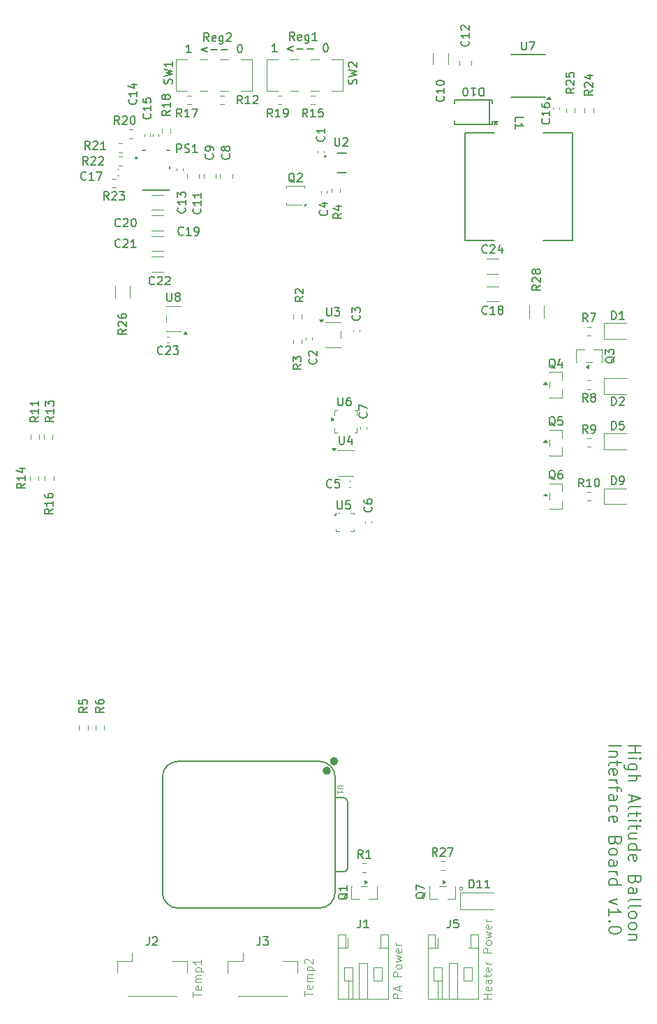
<source format=gbr>
%TF.GenerationSoftware,KiCad,Pcbnew,9.0.5*%
%TF.CreationDate,2025-11-24T08:34:37-05:00*%
%TF.ProjectId,devboard,64657662-6f61-4726-942e-6b696361645f,rev?*%
%TF.SameCoordinates,Original*%
%TF.FileFunction,Legend,Top*%
%TF.FilePolarity,Positive*%
%FSLAX46Y46*%
G04 Gerber Fmt 4.6, Leading zero omitted, Abs format (unit mm)*
G04 Created by KiCad (PCBNEW 9.0.5) date 2025-11-24 08:34:37*
%MOMM*%
%LPD*%
G01*
G04 APERTURE LIST*
%ADD10C,0.100000*%
%ADD11C,0.150000*%
%ADD12C,0.200000*%
%ADD13C,0.101600*%
%ADD14C,0.120000*%
%ADD15C,0.127000*%
%ADD16C,0.504000*%
%ADD17C,0.152400*%
G04 APERTURE END LIST*
D10*
X171317887Y-140725834D02*
G75*
G02*
X170917887Y-140725834I-200000J0D01*
G01*
X170917887Y-140725834D02*
G75*
G02*
X171317887Y-140725834I200000J0D01*
G01*
X174790306Y-154121949D02*
X173790306Y-154121949D01*
X174266496Y-154121949D02*
X174266496Y-153550521D01*
X174790306Y-153550521D02*
X173790306Y-153550521D01*
X174742687Y-152693378D02*
X174790306Y-152788616D01*
X174790306Y-152788616D02*
X174790306Y-152979092D01*
X174790306Y-152979092D02*
X174742687Y-153074330D01*
X174742687Y-153074330D02*
X174647448Y-153121949D01*
X174647448Y-153121949D02*
X174266496Y-153121949D01*
X174266496Y-153121949D02*
X174171258Y-153074330D01*
X174171258Y-153074330D02*
X174123639Y-152979092D01*
X174123639Y-152979092D02*
X174123639Y-152788616D01*
X174123639Y-152788616D02*
X174171258Y-152693378D01*
X174171258Y-152693378D02*
X174266496Y-152645759D01*
X174266496Y-152645759D02*
X174361734Y-152645759D01*
X174361734Y-152645759D02*
X174456972Y-153121949D01*
X174790306Y-151788616D02*
X174266496Y-151788616D01*
X174266496Y-151788616D02*
X174171258Y-151836235D01*
X174171258Y-151836235D02*
X174123639Y-151931473D01*
X174123639Y-151931473D02*
X174123639Y-152121949D01*
X174123639Y-152121949D02*
X174171258Y-152217187D01*
X174742687Y-151788616D02*
X174790306Y-151883854D01*
X174790306Y-151883854D02*
X174790306Y-152121949D01*
X174790306Y-152121949D02*
X174742687Y-152217187D01*
X174742687Y-152217187D02*
X174647448Y-152264806D01*
X174647448Y-152264806D02*
X174552210Y-152264806D01*
X174552210Y-152264806D02*
X174456972Y-152217187D01*
X174456972Y-152217187D02*
X174409353Y-152121949D01*
X174409353Y-152121949D02*
X174409353Y-151883854D01*
X174409353Y-151883854D02*
X174361734Y-151788616D01*
X174123639Y-151455282D02*
X174123639Y-151074330D01*
X173790306Y-151312425D02*
X174647448Y-151312425D01*
X174647448Y-151312425D02*
X174742687Y-151264806D01*
X174742687Y-151264806D02*
X174790306Y-151169568D01*
X174790306Y-151169568D02*
X174790306Y-151074330D01*
X174742687Y-150360044D02*
X174790306Y-150455282D01*
X174790306Y-150455282D02*
X174790306Y-150645758D01*
X174790306Y-150645758D02*
X174742687Y-150740996D01*
X174742687Y-150740996D02*
X174647448Y-150788615D01*
X174647448Y-150788615D02*
X174266496Y-150788615D01*
X174266496Y-150788615D02*
X174171258Y-150740996D01*
X174171258Y-150740996D02*
X174123639Y-150645758D01*
X174123639Y-150645758D02*
X174123639Y-150455282D01*
X174123639Y-150455282D02*
X174171258Y-150360044D01*
X174171258Y-150360044D02*
X174266496Y-150312425D01*
X174266496Y-150312425D02*
X174361734Y-150312425D01*
X174361734Y-150312425D02*
X174456972Y-150788615D01*
X174790306Y-149883853D02*
X174123639Y-149883853D01*
X174314115Y-149883853D02*
X174218877Y-149836234D01*
X174218877Y-149836234D02*
X174171258Y-149788615D01*
X174171258Y-149788615D02*
X174123639Y-149693377D01*
X174123639Y-149693377D02*
X174123639Y-149598139D01*
X174790306Y-148502900D02*
X173790306Y-148502900D01*
X173790306Y-148502900D02*
X173790306Y-148121948D01*
X173790306Y-148121948D02*
X173837925Y-148026710D01*
X173837925Y-148026710D02*
X173885544Y-147979091D01*
X173885544Y-147979091D02*
X173980782Y-147931472D01*
X173980782Y-147931472D02*
X174123639Y-147931472D01*
X174123639Y-147931472D02*
X174218877Y-147979091D01*
X174218877Y-147979091D02*
X174266496Y-148026710D01*
X174266496Y-148026710D02*
X174314115Y-148121948D01*
X174314115Y-148121948D02*
X174314115Y-148502900D01*
X174790306Y-147360043D02*
X174742687Y-147455281D01*
X174742687Y-147455281D02*
X174695067Y-147502900D01*
X174695067Y-147502900D02*
X174599829Y-147550519D01*
X174599829Y-147550519D02*
X174314115Y-147550519D01*
X174314115Y-147550519D02*
X174218877Y-147502900D01*
X174218877Y-147502900D02*
X174171258Y-147455281D01*
X174171258Y-147455281D02*
X174123639Y-147360043D01*
X174123639Y-147360043D02*
X174123639Y-147217186D01*
X174123639Y-147217186D02*
X174171258Y-147121948D01*
X174171258Y-147121948D02*
X174218877Y-147074329D01*
X174218877Y-147074329D02*
X174314115Y-147026710D01*
X174314115Y-147026710D02*
X174599829Y-147026710D01*
X174599829Y-147026710D02*
X174695067Y-147074329D01*
X174695067Y-147074329D02*
X174742687Y-147121948D01*
X174742687Y-147121948D02*
X174790306Y-147217186D01*
X174790306Y-147217186D02*
X174790306Y-147360043D01*
X174123639Y-146693376D02*
X174790306Y-146502900D01*
X174790306Y-146502900D02*
X174314115Y-146312424D01*
X174314115Y-146312424D02*
X174790306Y-146121948D01*
X174790306Y-146121948D02*
X174123639Y-145931472D01*
X174742687Y-145169567D02*
X174790306Y-145264805D01*
X174790306Y-145264805D02*
X174790306Y-145455281D01*
X174790306Y-145455281D02*
X174742687Y-145550519D01*
X174742687Y-145550519D02*
X174647448Y-145598138D01*
X174647448Y-145598138D02*
X174266496Y-145598138D01*
X174266496Y-145598138D02*
X174171258Y-145550519D01*
X174171258Y-145550519D02*
X174123639Y-145455281D01*
X174123639Y-145455281D02*
X174123639Y-145264805D01*
X174123639Y-145264805D02*
X174171258Y-145169567D01*
X174171258Y-145169567D02*
X174266496Y-145121948D01*
X174266496Y-145121948D02*
X174361734Y-145121948D01*
X174361734Y-145121948D02*
X174456972Y-145598138D01*
X174790306Y-144693376D02*
X174123639Y-144693376D01*
X174314115Y-144693376D02*
X174218877Y-144645757D01*
X174218877Y-144645757D02*
X174171258Y-144598138D01*
X174171258Y-144598138D02*
X174123639Y-144502900D01*
X174123639Y-144502900D02*
X174123639Y-144407662D01*
D11*
X150926094Y-37995653D02*
X150592761Y-37519462D01*
X150354666Y-37995653D02*
X150354666Y-36995653D01*
X150354666Y-36995653D02*
X150735618Y-36995653D01*
X150735618Y-36995653D02*
X150830856Y-37043272D01*
X150830856Y-37043272D02*
X150878475Y-37090891D01*
X150878475Y-37090891D02*
X150926094Y-37186129D01*
X150926094Y-37186129D02*
X150926094Y-37328986D01*
X150926094Y-37328986D02*
X150878475Y-37424224D01*
X150878475Y-37424224D02*
X150830856Y-37471843D01*
X150830856Y-37471843D02*
X150735618Y-37519462D01*
X150735618Y-37519462D02*
X150354666Y-37519462D01*
X151735618Y-37948034D02*
X151640380Y-37995653D01*
X151640380Y-37995653D02*
X151449904Y-37995653D01*
X151449904Y-37995653D02*
X151354666Y-37948034D01*
X151354666Y-37948034D02*
X151307047Y-37852795D01*
X151307047Y-37852795D02*
X151307047Y-37471843D01*
X151307047Y-37471843D02*
X151354666Y-37376605D01*
X151354666Y-37376605D02*
X151449904Y-37328986D01*
X151449904Y-37328986D02*
X151640380Y-37328986D01*
X151640380Y-37328986D02*
X151735618Y-37376605D01*
X151735618Y-37376605D02*
X151783237Y-37471843D01*
X151783237Y-37471843D02*
X151783237Y-37567081D01*
X151783237Y-37567081D02*
X151307047Y-37662319D01*
X152640380Y-37328986D02*
X152640380Y-38138510D01*
X152640380Y-38138510D02*
X152592761Y-38233748D01*
X152592761Y-38233748D02*
X152545142Y-38281367D01*
X152545142Y-38281367D02*
X152449904Y-38328986D01*
X152449904Y-38328986D02*
X152307047Y-38328986D01*
X152307047Y-38328986D02*
X152211809Y-38281367D01*
X152640380Y-37948034D02*
X152545142Y-37995653D01*
X152545142Y-37995653D02*
X152354666Y-37995653D01*
X152354666Y-37995653D02*
X152259428Y-37948034D01*
X152259428Y-37948034D02*
X152211809Y-37900414D01*
X152211809Y-37900414D02*
X152164190Y-37805176D01*
X152164190Y-37805176D02*
X152164190Y-37519462D01*
X152164190Y-37519462D02*
X152211809Y-37424224D01*
X152211809Y-37424224D02*
X152259428Y-37376605D01*
X152259428Y-37376605D02*
X152354666Y-37328986D01*
X152354666Y-37328986D02*
X152545142Y-37328986D01*
X152545142Y-37328986D02*
X152640380Y-37376605D01*
X153640380Y-37995653D02*
X153068952Y-37995653D01*
X153354666Y-37995653D02*
X153354666Y-36995653D01*
X153354666Y-36995653D02*
X153259428Y-37138510D01*
X153259428Y-37138510D02*
X153164190Y-37233748D01*
X153164190Y-37233748D02*
X153068952Y-37281367D01*
X148778475Y-39395653D02*
X148207047Y-39395653D01*
X148492761Y-39395653D02*
X148492761Y-38395653D01*
X148492761Y-38395653D02*
X148397523Y-38538510D01*
X148397523Y-38538510D02*
X148302285Y-38633748D01*
X148302285Y-38633748D02*
X148207047Y-38681367D01*
X150730857Y-38728986D02*
X149968952Y-39014700D01*
X149968952Y-39014700D02*
X150730857Y-39300414D01*
X151207047Y-39014700D02*
X151968952Y-39014700D01*
X152445142Y-39014700D02*
X153207047Y-39014700D01*
X154635618Y-38395653D02*
X154730856Y-38395653D01*
X154730856Y-38395653D02*
X154826094Y-38443272D01*
X154826094Y-38443272D02*
X154873713Y-38490891D01*
X154873713Y-38490891D02*
X154921332Y-38586129D01*
X154921332Y-38586129D02*
X154968951Y-38776605D01*
X154968951Y-38776605D02*
X154968951Y-39014700D01*
X154968951Y-39014700D02*
X154921332Y-39205176D01*
X154921332Y-39205176D02*
X154873713Y-39300414D01*
X154873713Y-39300414D02*
X154826094Y-39348034D01*
X154826094Y-39348034D02*
X154730856Y-39395653D01*
X154730856Y-39395653D02*
X154635618Y-39395653D01*
X154635618Y-39395653D02*
X154540380Y-39348034D01*
X154540380Y-39348034D02*
X154492761Y-39300414D01*
X154492761Y-39300414D02*
X154445142Y-39205176D01*
X154445142Y-39205176D02*
X154397523Y-39014700D01*
X154397523Y-39014700D02*
X154397523Y-38776605D01*
X154397523Y-38776605D02*
X154445142Y-38586129D01*
X154445142Y-38586129D02*
X154492761Y-38490891D01*
X154492761Y-38490891D02*
X154540380Y-38443272D01*
X154540380Y-38443272D02*
X154635618Y-38395653D01*
D10*
X152090306Y-153764806D02*
X152090306Y-153193378D01*
X153090306Y-153479092D02*
X152090306Y-153479092D01*
X153042687Y-152479092D02*
X153090306Y-152574330D01*
X153090306Y-152574330D02*
X153090306Y-152764806D01*
X153090306Y-152764806D02*
X153042687Y-152860044D01*
X153042687Y-152860044D02*
X152947448Y-152907663D01*
X152947448Y-152907663D02*
X152566496Y-152907663D01*
X152566496Y-152907663D02*
X152471258Y-152860044D01*
X152471258Y-152860044D02*
X152423639Y-152764806D01*
X152423639Y-152764806D02*
X152423639Y-152574330D01*
X152423639Y-152574330D02*
X152471258Y-152479092D01*
X152471258Y-152479092D02*
X152566496Y-152431473D01*
X152566496Y-152431473D02*
X152661734Y-152431473D01*
X152661734Y-152431473D02*
X152756972Y-152907663D01*
X153090306Y-152002901D02*
X152423639Y-152002901D01*
X152518877Y-152002901D02*
X152471258Y-151955282D01*
X152471258Y-151955282D02*
X152423639Y-151860044D01*
X152423639Y-151860044D02*
X152423639Y-151717187D01*
X152423639Y-151717187D02*
X152471258Y-151621949D01*
X152471258Y-151621949D02*
X152566496Y-151574330D01*
X152566496Y-151574330D02*
X153090306Y-151574330D01*
X152566496Y-151574330D02*
X152471258Y-151526711D01*
X152471258Y-151526711D02*
X152423639Y-151431473D01*
X152423639Y-151431473D02*
X152423639Y-151288616D01*
X152423639Y-151288616D02*
X152471258Y-151193377D01*
X152471258Y-151193377D02*
X152566496Y-151145758D01*
X152566496Y-151145758D02*
X153090306Y-151145758D01*
X152423639Y-150669568D02*
X153423639Y-150669568D01*
X152471258Y-150669568D02*
X152423639Y-150574330D01*
X152423639Y-150574330D02*
X152423639Y-150383854D01*
X152423639Y-150383854D02*
X152471258Y-150288616D01*
X152471258Y-150288616D02*
X152518877Y-150240997D01*
X152518877Y-150240997D02*
X152614115Y-150193378D01*
X152614115Y-150193378D02*
X152899829Y-150193378D01*
X152899829Y-150193378D02*
X152995067Y-150240997D01*
X152995067Y-150240997D02*
X153042687Y-150288616D01*
X153042687Y-150288616D02*
X153090306Y-150383854D01*
X153090306Y-150383854D02*
X153090306Y-150574330D01*
X153090306Y-150574330D02*
X153042687Y-150669568D01*
X152185544Y-149812425D02*
X152137925Y-149764806D01*
X152137925Y-149764806D02*
X152090306Y-149669568D01*
X152090306Y-149669568D02*
X152090306Y-149431473D01*
X152090306Y-149431473D02*
X152137925Y-149336235D01*
X152137925Y-149336235D02*
X152185544Y-149288616D01*
X152185544Y-149288616D02*
X152280782Y-149240997D01*
X152280782Y-149240997D02*
X152376020Y-149240997D01*
X152376020Y-149240997D02*
X152518877Y-149288616D01*
X152518877Y-149288616D02*
X153090306Y-149860044D01*
X153090306Y-149860044D02*
X153090306Y-149240997D01*
D11*
X138378475Y-39495653D02*
X137807047Y-39495653D01*
X138092761Y-39495653D02*
X138092761Y-38495653D01*
X138092761Y-38495653D02*
X137997523Y-38638510D01*
X137997523Y-38638510D02*
X137902285Y-38733748D01*
X137902285Y-38733748D02*
X137807047Y-38781367D01*
X140330857Y-38828986D02*
X139568952Y-39114700D01*
X139568952Y-39114700D02*
X140330857Y-39400414D01*
X140807047Y-39114700D02*
X141568952Y-39114700D01*
X142045142Y-39114700D02*
X142807047Y-39114700D01*
X144235618Y-38495653D02*
X144330856Y-38495653D01*
X144330856Y-38495653D02*
X144426094Y-38543272D01*
X144426094Y-38543272D02*
X144473713Y-38590891D01*
X144473713Y-38590891D02*
X144521332Y-38686129D01*
X144521332Y-38686129D02*
X144568951Y-38876605D01*
X144568951Y-38876605D02*
X144568951Y-39114700D01*
X144568951Y-39114700D02*
X144521332Y-39305176D01*
X144521332Y-39305176D02*
X144473713Y-39400414D01*
X144473713Y-39400414D02*
X144426094Y-39448034D01*
X144426094Y-39448034D02*
X144330856Y-39495653D01*
X144330856Y-39495653D02*
X144235618Y-39495653D01*
X144235618Y-39495653D02*
X144140380Y-39448034D01*
X144140380Y-39448034D02*
X144092761Y-39400414D01*
X144092761Y-39400414D02*
X144045142Y-39305176D01*
X144045142Y-39305176D02*
X143997523Y-39114700D01*
X143997523Y-39114700D02*
X143997523Y-38876605D01*
X143997523Y-38876605D02*
X144045142Y-38686129D01*
X144045142Y-38686129D02*
X144092761Y-38590891D01*
X144092761Y-38590891D02*
X144140380Y-38543272D01*
X144140380Y-38543272D02*
X144235618Y-38495653D01*
D10*
X163890306Y-154021949D02*
X162890306Y-154021949D01*
X162890306Y-154021949D02*
X162890306Y-153640997D01*
X162890306Y-153640997D02*
X162937925Y-153545759D01*
X162937925Y-153545759D02*
X162985544Y-153498140D01*
X162985544Y-153498140D02*
X163080782Y-153450521D01*
X163080782Y-153450521D02*
X163223639Y-153450521D01*
X163223639Y-153450521D02*
X163318877Y-153498140D01*
X163318877Y-153498140D02*
X163366496Y-153545759D01*
X163366496Y-153545759D02*
X163414115Y-153640997D01*
X163414115Y-153640997D02*
X163414115Y-154021949D01*
X163604591Y-153069568D02*
X163604591Y-152593378D01*
X163890306Y-153164806D02*
X162890306Y-152831473D01*
X162890306Y-152831473D02*
X163890306Y-152498140D01*
X163890306Y-151402901D02*
X162890306Y-151402901D01*
X162890306Y-151402901D02*
X162890306Y-151021949D01*
X162890306Y-151021949D02*
X162937925Y-150926711D01*
X162937925Y-150926711D02*
X162985544Y-150879092D01*
X162985544Y-150879092D02*
X163080782Y-150831473D01*
X163080782Y-150831473D02*
X163223639Y-150831473D01*
X163223639Y-150831473D02*
X163318877Y-150879092D01*
X163318877Y-150879092D02*
X163366496Y-150926711D01*
X163366496Y-150926711D02*
X163414115Y-151021949D01*
X163414115Y-151021949D02*
X163414115Y-151402901D01*
X163890306Y-150260044D02*
X163842687Y-150355282D01*
X163842687Y-150355282D02*
X163795067Y-150402901D01*
X163795067Y-150402901D02*
X163699829Y-150450520D01*
X163699829Y-150450520D02*
X163414115Y-150450520D01*
X163414115Y-150450520D02*
X163318877Y-150402901D01*
X163318877Y-150402901D02*
X163271258Y-150355282D01*
X163271258Y-150355282D02*
X163223639Y-150260044D01*
X163223639Y-150260044D02*
X163223639Y-150117187D01*
X163223639Y-150117187D02*
X163271258Y-150021949D01*
X163271258Y-150021949D02*
X163318877Y-149974330D01*
X163318877Y-149974330D02*
X163414115Y-149926711D01*
X163414115Y-149926711D02*
X163699829Y-149926711D01*
X163699829Y-149926711D02*
X163795067Y-149974330D01*
X163795067Y-149974330D02*
X163842687Y-150021949D01*
X163842687Y-150021949D02*
X163890306Y-150117187D01*
X163890306Y-150117187D02*
X163890306Y-150260044D01*
X163223639Y-149593377D02*
X163890306Y-149402901D01*
X163890306Y-149402901D02*
X163414115Y-149212425D01*
X163414115Y-149212425D02*
X163890306Y-149021949D01*
X163890306Y-149021949D02*
X163223639Y-148831473D01*
X163842687Y-148069568D02*
X163890306Y-148164806D01*
X163890306Y-148164806D02*
X163890306Y-148355282D01*
X163890306Y-148355282D02*
X163842687Y-148450520D01*
X163842687Y-148450520D02*
X163747448Y-148498139D01*
X163747448Y-148498139D02*
X163366496Y-148498139D01*
X163366496Y-148498139D02*
X163271258Y-148450520D01*
X163271258Y-148450520D02*
X163223639Y-148355282D01*
X163223639Y-148355282D02*
X163223639Y-148164806D01*
X163223639Y-148164806D02*
X163271258Y-148069568D01*
X163271258Y-148069568D02*
X163366496Y-148021949D01*
X163366496Y-148021949D02*
X163461734Y-148021949D01*
X163461734Y-148021949D02*
X163556972Y-148498139D01*
X163890306Y-147593377D02*
X163223639Y-147593377D01*
X163414115Y-147593377D02*
X163318877Y-147545758D01*
X163318877Y-147545758D02*
X163271258Y-147498139D01*
X163271258Y-147498139D02*
X163223639Y-147402901D01*
X163223639Y-147402901D02*
X163223639Y-147307663D01*
D11*
X140526094Y-38095653D02*
X140192761Y-37619462D01*
X139954666Y-38095653D02*
X139954666Y-37095653D01*
X139954666Y-37095653D02*
X140335618Y-37095653D01*
X140335618Y-37095653D02*
X140430856Y-37143272D01*
X140430856Y-37143272D02*
X140478475Y-37190891D01*
X140478475Y-37190891D02*
X140526094Y-37286129D01*
X140526094Y-37286129D02*
X140526094Y-37428986D01*
X140526094Y-37428986D02*
X140478475Y-37524224D01*
X140478475Y-37524224D02*
X140430856Y-37571843D01*
X140430856Y-37571843D02*
X140335618Y-37619462D01*
X140335618Y-37619462D02*
X139954666Y-37619462D01*
X141335618Y-38048034D02*
X141240380Y-38095653D01*
X141240380Y-38095653D02*
X141049904Y-38095653D01*
X141049904Y-38095653D02*
X140954666Y-38048034D01*
X140954666Y-38048034D02*
X140907047Y-37952795D01*
X140907047Y-37952795D02*
X140907047Y-37571843D01*
X140907047Y-37571843D02*
X140954666Y-37476605D01*
X140954666Y-37476605D02*
X141049904Y-37428986D01*
X141049904Y-37428986D02*
X141240380Y-37428986D01*
X141240380Y-37428986D02*
X141335618Y-37476605D01*
X141335618Y-37476605D02*
X141383237Y-37571843D01*
X141383237Y-37571843D02*
X141383237Y-37667081D01*
X141383237Y-37667081D02*
X140907047Y-37762319D01*
X142240380Y-37428986D02*
X142240380Y-38238510D01*
X142240380Y-38238510D02*
X142192761Y-38333748D01*
X142192761Y-38333748D02*
X142145142Y-38381367D01*
X142145142Y-38381367D02*
X142049904Y-38428986D01*
X142049904Y-38428986D02*
X141907047Y-38428986D01*
X141907047Y-38428986D02*
X141811809Y-38381367D01*
X142240380Y-38048034D02*
X142145142Y-38095653D01*
X142145142Y-38095653D02*
X141954666Y-38095653D01*
X141954666Y-38095653D02*
X141859428Y-38048034D01*
X141859428Y-38048034D02*
X141811809Y-38000414D01*
X141811809Y-38000414D02*
X141764190Y-37905176D01*
X141764190Y-37905176D02*
X141764190Y-37619462D01*
X141764190Y-37619462D02*
X141811809Y-37524224D01*
X141811809Y-37524224D02*
X141859428Y-37476605D01*
X141859428Y-37476605D02*
X141954666Y-37428986D01*
X141954666Y-37428986D02*
X142145142Y-37428986D01*
X142145142Y-37428986D02*
X142240380Y-37476605D01*
X142668952Y-37190891D02*
X142716571Y-37143272D01*
X142716571Y-37143272D02*
X142811809Y-37095653D01*
X142811809Y-37095653D02*
X143049904Y-37095653D01*
X143049904Y-37095653D02*
X143145142Y-37143272D01*
X143145142Y-37143272D02*
X143192761Y-37190891D01*
X143192761Y-37190891D02*
X143240380Y-37286129D01*
X143240380Y-37286129D02*
X143240380Y-37381367D01*
X143240380Y-37381367D02*
X143192761Y-37524224D01*
X143192761Y-37524224D02*
X142621333Y-38095653D01*
X142621333Y-38095653D02*
X143240380Y-38095653D01*
D10*
X138590306Y-153864806D02*
X138590306Y-153293378D01*
X139590306Y-153579092D02*
X138590306Y-153579092D01*
X139542687Y-152579092D02*
X139590306Y-152674330D01*
X139590306Y-152674330D02*
X139590306Y-152864806D01*
X139590306Y-152864806D02*
X139542687Y-152960044D01*
X139542687Y-152960044D02*
X139447448Y-153007663D01*
X139447448Y-153007663D02*
X139066496Y-153007663D01*
X139066496Y-153007663D02*
X138971258Y-152960044D01*
X138971258Y-152960044D02*
X138923639Y-152864806D01*
X138923639Y-152864806D02*
X138923639Y-152674330D01*
X138923639Y-152674330D02*
X138971258Y-152579092D01*
X138971258Y-152579092D02*
X139066496Y-152531473D01*
X139066496Y-152531473D02*
X139161734Y-152531473D01*
X139161734Y-152531473D02*
X139256972Y-153007663D01*
X139590306Y-152102901D02*
X138923639Y-152102901D01*
X139018877Y-152102901D02*
X138971258Y-152055282D01*
X138971258Y-152055282D02*
X138923639Y-151960044D01*
X138923639Y-151960044D02*
X138923639Y-151817187D01*
X138923639Y-151817187D02*
X138971258Y-151721949D01*
X138971258Y-151721949D02*
X139066496Y-151674330D01*
X139066496Y-151674330D02*
X139590306Y-151674330D01*
X139066496Y-151674330D02*
X138971258Y-151626711D01*
X138971258Y-151626711D02*
X138923639Y-151531473D01*
X138923639Y-151531473D02*
X138923639Y-151388616D01*
X138923639Y-151388616D02*
X138971258Y-151293377D01*
X138971258Y-151293377D02*
X139066496Y-151245758D01*
X139066496Y-151245758D02*
X139590306Y-151245758D01*
X138923639Y-150769568D02*
X139923639Y-150769568D01*
X138971258Y-150769568D02*
X138923639Y-150674330D01*
X138923639Y-150674330D02*
X138923639Y-150483854D01*
X138923639Y-150483854D02*
X138971258Y-150388616D01*
X138971258Y-150388616D02*
X139018877Y-150340997D01*
X139018877Y-150340997D02*
X139114115Y-150293378D01*
X139114115Y-150293378D02*
X139399829Y-150293378D01*
X139399829Y-150293378D02*
X139495067Y-150340997D01*
X139495067Y-150340997D02*
X139542687Y-150388616D01*
X139542687Y-150388616D02*
X139590306Y-150483854D01*
X139590306Y-150483854D02*
X139590306Y-150674330D01*
X139590306Y-150674330D02*
X139542687Y-150769568D01*
X139590306Y-149340997D02*
X139590306Y-149912425D01*
X139590306Y-149626711D02*
X138590306Y-149626711D01*
X138590306Y-149626711D02*
X138733163Y-149721949D01*
X138733163Y-149721949D02*
X138828401Y-149817187D01*
X138828401Y-149817187D02*
X138876020Y-149912425D01*
D12*
X191426774Y-123414554D02*
X192926774Y-123414554D01*
X192212488Y-123414554D02*
X192212488Y-124271697D01*
X191426774Y-124271697D02*
X192926774Y-124271697D01*
X191426774Y-124985983D02*
X192426774Y-124985983D01*
X192926774Y-124985983D02*
X192855345Y-124914555D01*
X192855345Y-124914555D02*
X192783917Y-124985983D01*
X192783917Y-124985983D02*
X192855345Y-125057412D01*
X192855345Y-125057412D02*
X192926774Y-124985983D01*
X192926774Y-124985983D02*
X192783917Y-124985983D01*
X192426774Y-126343127D02*
X191212488Y-126343127D01*
X191212488Y-126343127D02*
X191069631Y-126271698D01*
X191069631Y-126271698D02*
X190998203Y-126200269D01*
X190998203Y-126200269D02*
X190926774Y-126057412D01*
X190926774Y-126057412D02*
X190926774Y-125843127D01*
X190926774Y-125843127D02*
X190998203Y-125700269D01*
X191498203Y-126343127D02*
X191426774Y-126200269D01*
X191426774Y-126200269D02*
X191426774Y-125914555D01*
X191426774Y-125914555D02*
X191498203Y-125771698D01*
X191498203Y-125771698D02*
X191569631Y-125700269D01*
X191569631Y-125700269D02*
X191712488Y-125628841D01*
X191712488Y-125628841D02*
X192141060Y-125628841D01*
X192141060Y-125628841D02*
X192283917Y-125700269D01*
X192283917Y-125700269D02*
X192355345Y-125771698D01*
X192355345Y-125771698D02*
X192426774Y-125914555D01*
X192426774Y-125914555D02*
X192426774Y-126200269D01*
X192426774Y-126200269D02*
X192355345Y-126343127D01*
X191426774Y-127057412D02*
X192926774Y-127057412D01*
X191426774Y-127700270D02*
X192212488Y-127700270D01*
X192212488Y-127700270D02*
X192355345Y-127628841D01*
X192355345Y-127628841D02*
X192426774Y-127485984D01*
X192426774Y-127485984D02*
X192426774Y-127271698D01*
X192426774Y-127271698D02*
X192355345Y-127128841D01*
X192355345Y-127128841D02*
X192283917Y-127057412D01*
X191855345Y-129485984D02*
X191855345Y-130200270D01*
X191426774Y-129343127D02*
X192926774Y-129843127D01*
X192926774Y-129843127D02*
X191426774Y-130343127D01*
X191426774Y-131057412D02*
X191498203Y-130914555D01*
X191498203Y-130914555D02*
X191641060Y-130843126D01*
X191641060Y-130843126D02*
X192926774Y-130843126D01*
X192426774Y-131414555D02*
X192426774Y-131985983D01*
X192926774Y-131628840D02*
X191641060Y-131628840D01*
X191641060Y-131628840D02*
X191498203Y-131700269D01*
X191498203Y-131700269D02*
X191426774Y-131843126D01*
X191426774Y-131843126D02*
X191426774Y-131985983D01*
X191426774Y-132485983D02*
X192426774Y-132485983D01*
X192926774Y-132485983D02*
X192855345Y-132414555D01*
X192855345Y-132414555D02*
X192783917Y-132485983D01*
X192783917Y-132485983D02*
X192855345Y-132557412D01*
X192855345Y-132557412D02*
X192926774Y-132485983D01*
X192926774Y-132485983D02*
X192783917Y-132485983D01*
X192426774Y-132985984D02*
X192426774Y-133557412D01*
X192926774Y-133200269D02*
X191641060Y-133200269D01*
X191641060Y-133200269D02*
X191498203Y-133271698D01*
X191498203Y-133271698D02*
X191426774Y-133414555D01*
X191426774Y-133414555D02*
X191426774Y-133557412D01*
X192426774Y-134700270D02*
X191426774Y-134700270D01*
X192426774Y-134057412D02*
X191641060Y-134057412D01*
X191641060Y-134057412D02*
X191498203Y-134128841D01*
X191498203Y-134128841D02*
X191426774Y-134271698D01*
X191426774Y-134271698D02*
X191426774Y-134485984D01*
X191426774Y-134485984D02*
X191498203Y-134628841D01*
X191498203Y-134628841D02*
X191569631Y-134700270D01*
X191426774Y-136057413D02*
X192926774Y-136057413D01*
X191498203Y-136057413D02*
X191426774Y-135914555D01*
X191426774Y-135914555D02*
X191426774Y-135628841D01*
X191426774Y-135628841D02*
X191498203Y-135485984D01*
X191498203Y-135485984D02*
X191569631Y-135414555D01*
X191569631Y-135414555D02*
X191712488Y-135343127D01*
X191712488Y-135343127D02*
X192141060Y-135343127D01*
X192141060Y-135343127D02*
X192283917Y-135414555D01*
X192283917Y-135414555D02*
X192355345Y-135485984D01*
X192355345Y-135485984D02*
X192426774Y-135628841D01*
X192426774Y-135628841D02*
X192426774Y-135914555D01*
X192426774Y-135914555D02*
X192355345Y-136057413D01*
X191498203Y-137343127D02*
X191426774Y-137200270D01*
X191426774Y-137200270D02*
X191426774Y-136914556D01*
X191426774Y-136914556D02*
X191498203Y-136771698D01*
X191498203Y-136771698D02*
X191641060Y-136700270D01*
X191641060Y-136700270D02*
X192212488Y-136700270D01*
X192212488Y-136700270D02*
X192355345Y-136771698D01*
X192355345Y-136771698D02*
X192426774Y-136914556D01*
X192426774Y-136914556D02*
X192426774Y-137200270D01*
X192426774Y-137200270D02*
X192355345Y-137343127D01*
X192355345Y-137343127D02*
X192212488Y-137414556D01*
X192212488Y-137414556D02*
X192069631Y-137414556D01*
X192069631Y-137414556D02*
X191926774Y-136700270D01*
X192212488Y-139700269D02*
X192141060Y-139914555D01*
X192141060Y-139914555D02*
X192069631Y-139985984D01*
X192069631Y-139985984D02*
X191926774Y-140057412D01*
X191926774Y-140057412D02*
X191712488Y-140057412D01*
X191712488Y-140057412D02*
X191569631Y-139985984D01*
X191569631Y-139985984D02*
X191498203Y-139914555D01*
X191498203Y-139914555D02*
X191426774Y-139771698D01*
X191426774Y-139771698D02*
X191426774Y-139200269D01*
X191426774Y-139200269D02*
X192926774Y-139200269D01*
X192926774Y-139200269D02*
X192926774Y-139700269D01*
X192926774Y-139700269D02*
X192855345Y-139843127D01*
X192855345Y-139843127D02*
X192783917Y-139914555D01*
X192783917Y-139914555D02*
X192641060Y-139985984D01*
X192641060Y-139985984D02*
X192498203Y-139985984D01*
X192498203Y-139985984D02*
X192355345Y-139914555D01*
X192355345Y-139914555D02*
X192283917Y-139843127D01*
X192283917Y-139843127D02*
X192212488Y-139700269D01*
X192212488Y-139700269D02*
X192212488Y-139200269D01*
X191426774Y-141343127D02*
X192212488Y-141343127D01*
X192212488Y-141343127D02*
X192355345Y-141271698D01*
X192355345Y-141271698D02*
X192426774Y-141128841D01*
X192426774Y-141128841D02*
X192426774Y-140843127D01*
X192426774Y-140843127D02*
X192355345Y-140700269D01*
X191498203Y-141343127D02*
X191426774Y-141200269D01*
X191426774Y-141200269D02*
X191426774Y-140843127D01*
X191426774Y-140843127D02*
X191498203Y-140700269D01*
X191498203Y-140700269D02*
X191641060Y-140628841D01*
X191641060Y-140628841D02*
X191783917Y-140628841D01*
X191783917Y-140628841D02*
X191926774Y-140700269D01*
X191926774Y-140700269D02*
X191998203Y-140843127D01*
X191998203Y-140843127D02*
X191998203Y-141200269D01*
X191998203Y-141200269D02*
X192069631Y-141343127D01*
X191426774Y-142271698D02*
X191498203Y-142128841D01*
X191498203Y-142128841D02*
X191641060Y-142057412D01*
X191641060Y-142057412D02*
X192926774Y-142057412D01*
X191426774Y-143057412D02*
X191498203Y-142914555D01*
X191498203Y-142914555D02*
X191641060Y-142843126D01*
X191641060Y-142843126D02*
X192926774Y-142843126D01*
X191426774Y-143843126D02*
X191498203Y-143700269D01*
X191498203Y-143700269D02*
X191569631Y-143628840D01*
X191569631Y-143628840D02*
X191712488Y-143557412D01*
X191712488Y-143557412D02*
X192141060Y-143557412D01*
X192141060Y-143557412D02*
X192283917Y-143628840D01*
X192283917Y-143628840D02*
X192355345Y-143700269D01*
X192355345Y-143700269D02*
X192426774Y-143843126D01*
X192426774Y-143843126D02*
X192426774Y-144057412D01*
X192426774Y-144057412D02*
X192355345Y-144200269D01*
X192355345Y-144200269D02*
X192283917Y-144271698D01*
X192283917Y-144271698D02*
X192141060Y-144343126D01*
X192141060Y-144343126D02*
X191712488Y-144343126D01*
X191712488Y-144343126D02*
X191569631Y-144271698D01*
X191569631Y-144271698D02*
X191498203Y-144200269D01*
X191498203Y-144200269D02*
X191426774Y-144057412D01*
X191426774Y-144057412D02*
X191426774Y-143843126D01*
X191426774Y-145200269D02*
X191498203Y-145057412D01*
X191498203Y-145057412D02*
X191569631Y-144985983D01*
X191569631Y-144985983D02*
X191712488Y-144914555D01*
X191712488Y-144914555D02*
X192141060Y-144914555D01*
X192141060Y-144914555D02*
X192283917Y-144985983D01*
X192283917Y-144985983D02*
X192355345Y-145057412D01*
X192355345Y-145057412D02*
X192426774Y-145200269D01*
X192426774Y-145200269D02*
X192426774Y-145414555D01*
X192426774Y-145414555D02*
X192355345Y-145557412D01*
X192355345Y-145557412D02*
X192283917Y-145628841D01*
X192283917Y-145628841D02*
X192141060Y-145700269D01*
X192141060Y-145700269D02*
X191712488Y-145700269D01*
X191712488Y-145700269D02*
X191569631Y-145628841D01*
X191569631Y-145628841D02*
X191498203Y-145557412D01*
X191498203Y-145557412D02*
X191426774Y-145414555D01*
X191426774Y-145414555D02*
X191426774Y-145200269D01*
X192426774Y-146343126D02*
X191426774Y-146343126D01*
X192283917Y-146343126D02*
X192355345Y-146414555D01*
X192355345Y-146414555D02*
X192426774Y-146557412D01*
X192426774Y-146557412D02*
X192426774Y-146771698D01*
X192426774Y-146771698D02*
X192355345Y-146914555D01*
X192355345Y-146914555D02*
X192212488Y-146985984D01*
X192212488Y-146985984D02*
X191426774Y-146985984D01*
X189011858Y-123414554D02*
X190511858Y-123414554D01*
X190011858Y-124128840D02*
X189011858Y-124128840D01*
X189869001Y-124128840D02*
X189940429Y-124200269D01*
X189940429Y-124200269D02*
X190011858Y-124343126D01*
X190011858Y-124343126D02*
X190011858Y-124557412D01*
X190011858Y-124557412D02*
X189940429Y-124700269D01*
X189940429Y-124700269D02*
X189797572Y-124771698D01*
X189797572Y-124771698D02*
X189011858Y-124771698D01*
X190011858Y-125271698D02*
X190011858Y-125843126D01*
X190511858Y-125485983D02*
X189226144Y-125485983D01*
X189226144Y-125485983D02*
X189083287Y-125557412D01*
X189083287Y-125557412D02*
X189011858Y-125700269D01*
X189011858Y-125700269D02*
X189011858Y-125843126D01*
X189083287Y-126914555D02*
X189011858Y-126771698D01*
X189011858Y-126771698D02*
X189011858Y-126485984D01*
X189011858Y-126485984D02*
X189083287Y-126343126D01*
X189083287Y-126343126D02*
X189226144Y-126271698D01*
X189226144Y-126271698D02*
X189797572Y-126271698D01*
X189797572Y-126271698D02*
X189940429Y-126343126D01*
X189940429Y-126343126D02*
X190011858Y-126485984D01*
X190011858Y-126485984D02*
X190011858Y-126771698D01*
X190011858Y-126771698D02*
X189940429Y-126914555D01*
X189940429Y-126914555D02*
X189797572Y-126985984D01*
X189797572Y-126985984D02*
X189654715Y-126985984D01*
X189654715Y-126985984D02*
X189511858Y-126271698D01*
X189011858Y-127628840D02*
X190011858Y-127628840D01*
X189726144Y-127628840D02*
X189869001Y-127700269D01*
X189869001Y-127700269D02*
X189940429Y-127771698D01*
X189940429Y-127771698D02*
X190011858Y-127914555D01*
X190011858Y-127914555D02*
X190011858Y-128057412D01*
X190011858Y-128343126D02*
X190011858Y-128914554D01*
X189011858Y-128557411D02*
X190297572Y-128557411D01*
X190297572Y-128557411D02*
X190440429Y-128628840D01*
X190440429Y-128628840D02*
X190511858Y-128771697D01*
X190511858Y-128771697D02*
X190511858Y-128914554D01*
X189011858Y-130057412D02*
X189797572Y-130057412D01*
X189797572Y-130057412D02*
X189940429Y-129985983D01*
X189940429Y-129985983D02*
X190011858Y-129843126D01*
X190011858Y-129843126D02*
X190011858Y-129557412D01*
X190011858Y-129557412D02*
X189940429Y-129414554D01*
X189083287Y-130057412D02*
X189011858Y-129914554D01*
X189011858Y-129914554D02*
X189011858Y-129557412D01*
X189011858Y-129557412D02*
X189083287Y-129414554D01*
X189083287Y-129414554D02*
X189226144Y-129343126D01*
X189226144Y-129343126D02*
X189369001Y-129343126D01*
X189369001Y-129343126D02*
X189511858Y-129414554D01*
X189511858Y-129414554D02*
X189583287Y-129557412D01*
X189583287Y-129557412D02*
X189583287Y-129914554D01*
X189583287Y-129914554D02*
X189654715Y-130057412D01*
X189083287Y-131414555D02*
X189011858Y-131271697D01*
X189011858Y-131271697D02*
X189011858Y-130985983D01*
X189011858Y-130985983D02*
X189083287Y-130843126D01*
X189083287Y-130843126D02*
X189154715Y-130771697D01*
X189154715Y-130771697D02*
X189297572Y-130700269D01*
X189297572Y-130700269D02*
X189726144Y-130700269D01*
X189726144Y-130700269D02*
X189869001Y-130771697D01*
X189869001Y-130771697D02*
X189940429Y-130843126D01*
X189940429Y-130843126D02*
X190011858Y-130985983D01*
X190011858Y-130985983D02*
X190011858Y-131271697D01*
X190011858Y-131271697D02*
X189940429Y-131414555D01*
X189083287Y-132628840D02*
X189011858Y-132485983D01*
X189011858Y-132485983D02*
X189011858Y-132200269D01*
X189011858Y-132200269D02*
X189083287Y-132057411D01*
X189083287Y-132057411D02*
X189226144Y-131985983D01*
X189226144Y-131985983D02*
X189797572Y-131985983D01*
X189797572Y-131985983D02*
X189940429Y-132057411D01*
X189940429Y-132057411D02*
X190011858Y-132200269D01*
X190011858Y-132200269D02*
X190011858Y-132485983D01*
X190011858Y-132485983D02*
X189940429Y-132628840D01*
X189940429Y-132628840D02*
X189797572Y-132700269D01*
X189797572Y-132700269D02*
X189654715Y-132700269D01*
X189654715Y-132700269D02*
X189511858Y-131985983D01*
X189797572Y-134985982D02*
X189726144Y-135200268D01*
X189726144Y-135200268D02*
X189654715Y-135271697D01*
X189654715Y-135271697D02*
X189511858Y-135343125D01*
X189511858Y-135343125D02*
X189297572Y-135343125D01*
X189297572Y-135343125D02*
X189154715Y-135271697D01*
X189154715Y-135271697D02*
X189083287Y-135200268D01*
X189083287Y-135200268D02*
X189011858Y-135057411D01*
X189011858Y-135057411D02*
X189011858Y-134485982D01*
X189011858Y-134485982D02*
X190511858Y-134485982D01*
X190511858Y-134485982D02*
X190511858Y-134985982D01*
X190511858Y-134985982D02*
X190440429Y-135128840D01*
X190440429Y-135128840D02*
X190369001Y-135200268D01*
X190369001Y-135200268D02*
X190226144Y-135271697D01*
X190226144Y-135271697D02*
X190083287Y-135271697D01*
X190083287Y-135271697D02*
X189940429Y-135200268D01*
X189940429Y-135200268D02*
X189869001Y-135128840D01*
X189869001Y-135128840D02*
X189797572Y-134985982D01*
X189797572Y-134985982D02*
X189797572Y-134485982D01*
X189011858Y-136200268D02*
X189083287Y-136057411D01*
X189083287Y-136057411D02*
X189154715Y-135985982D01*
X189154715Y-135985982D02*
X189297572Y-135914554D01*
X189297572Y-135914554D02*
X189726144Y-135914554D01*
X189726144Y-135914554D02*
X189869001Y-135985982D01*
X189869001Y-135985982D02*
X189940429Y-136057411D01*
X189940429Y-136057411D02*
X190011858Y-136200268D01*
X190011858Y-136200268D02*
X190011858Y-136414554D01*
X190011858Y-136414554D02*
X189940429Y-136557411D01*
X189940429Y-136557411D02*
X189869001Y-136628840D01*
X189869001Y-136628840D02*
X189726144Y-136700268D01*
X189726144Y-136700268D02*
X189297572Y-136700268D01*
X189297572Y-136700268D02*
X189154715Y-136628840D01*
X189154715Y-136628840D02*
X189083287Y-136557411D01*
X189083287Y-136557411D02*
X189011858Y-136414554D01*
X189011858Y-136414554D02*
X189011858Y-136200268D01*
X189011858Y-137985983D02*
X189797572Y-137985983D01*
X189797572Y-137985983D02*
X189940429Y-137914554D01*
X189940429Y-137914554D02*
X190011858Y-137771697D01*
X190011858Y-137771697D02*
X190011858Y-137485983D01*
X190011858Y-137485983D02*
X189940429Y-137343125D01*
X189083287Y-137985983D02*
X189011858Y-137843125D01*
X189011858Y-137843125D02*
X189011858Y-137485983D01*
X189011858Y-137485983D02*
X189083287Y-137343125D01*
X189083287Y-137343125D02*
X189226144Y-137271697D01*
X189226144Y-137271697D02*
X189369001Y-137271697D01*
X189369001Y-137271697D02*
X189511858Y-137343125D01*
X189511858Y-137343125D02*
X189583287Y-137485983D01*
X189583287Y-137485983D02*
X189583287Y-137843125D01*
X189583287Y-137843125D02*
X189654715Y-137985983D01*
X189011858Y-138700268D02*
X190011858Y-138700268D01*
X189726144Y-138700268D02*
X189869001Y-138771697D01*
X189869001Y-138771697D02*
X189940429Y-138843126D01*
X189940429Y-138843126D02*
X190011858Y-138985983D01*
X190011858Y-138985983D02*
X190011858Y-139128840D01*
X189011858Y-140271697D02*
X190511858Y-140271697D01*
X189083287Y-140271697D02*
X189011858Y-140128839D01*
X189011858Y-140128839D02*
X189011858Y-139843125D01*
X189011858Y-139843125D02*
X189083287Y-139700268D01*
X189083287Y-139700268D02*
X189154715Y-139628839D01*
X189154715Y-139628839D02*
X189297572Y-139557411D01*
X189297572Y-139557411D02*
X189726144Y-139557411D01*
X189726144Y-139557411D02*
X189869001Y-139628839D01*
X189869001Y-139628839D02*
X189940429Y-139700268D01*
X189940429Y-139700268D02*
X190011858Y-139843125D01*
X190011858Y-139843125D02*
X190011858Y-140128839D01*
X190011858Y-140128839D02*
X189940429Y-140271697D01*
X190011858Y-141985982D02*
X189011858Y-142343125D01*
X189011858Y-142343125D02*
X190011858Y-142700268D01*
X189011858Y-144057411D02*
X189011858Y-143200268D01*
X189011858Y-143628839D02*
X190511858Y-143628839D01*
X190511858Y-143628839D02*
X190297572Y-143485982D01*
X190297572Y-143485982D02*
X190154715Y-143343125D01*
X190154715Y-143343125D02*
X190083287Y-143200268D01*
X189154715Y-144700267D02*
X189083287Y-144771696D01*
X189083287Y-144771696D02*
X189011858Y-144700267D01*
X189011858Y-144700267D02*
X189083287Y-144628839D01*
X189083287Y-144628839D02*
X189154715Y-144700267D01*
X189154715Y-144700267D02*
X189011858Y-144700267D01*
X190511858Y-145700268D02*
X190511858Y-145843125D01*
X190511858Y-145843125D02*
X190440429Y-145985982D01*
X190440429Y-145985982D02*
X190369001Y-146057411D01*
X190369001Y-146057411D02*
X190226144Y-146128839D01*
X190226144Y-146128839D02*
X189940429Y-146200268D01*
X189940429Y-146200268D02*
X189583287Y-146200268D01*
X189583287Y-146200268D02*
X189297572Y-146128839D01*
X189297572Y-146128839D02*
X189154715Y-146057411D01*
X189154715Y-146057411D02*
X189083287Y-145985982D01*
X189083287Y-145985982D02*
X189011858Y-145843125D01*
X189011858Y-145843125D02*
X189011858Y-145700268D01*
X189011858Y-145700268D02*
X189083287Y-145557411D01*
X189083287Y-145557411D02*
X189154715Y-145485982D01*
X189154715Y-145485982D02*
X189297572Y-145414553D01*
X189297572Y-145414553D02*
X189583287Y-145343125D01*
X189583287Y-145343125D02*
X189940429Y-145343125D01*
X189940429Y-145343125D02*
X190226144Y-145414553D01*
X190226144Y-145414553D02*
X190369001Y-145485982D01*
X190369001Y-145485982D02*
X190440429Y-145557411D01*
X190440429Y-145557411D02*
X190511858Y-145700268D01*
D11*
X181762467Y-47488691D02*
X181810087Y-47536310D01*
X181810087Y-47536310D02*
X181857706Y-47679167D01*
X181857706Y-47679167D02*
X181857706Y-47774405D01*
X181857706Y-47774405D02*
X181810087Y-47917262D01*
X181810087Y-47917262D02*
X181714848Y-48012500D01*
X181714848Y-48012500D02*
X181619610Y-48060119D01*
X181619610Y-48060119D02*
X181429134Y-48107738D01*
X181429134Y-48107738D02*
X181286277Y-48107738D01*
X181286277Y-48107738D02*
X181095801Y-48060119D01*
X181095801Y-48060119D02*
X181000563Y-48012500D01*
X181000563Y-48012500D02*
X180905325Y-47917262D01*
X180905325Y-47917262D02*
X180857706Y-47774405D01*
X180857706Y-47774405D02*
X180857706Y-47679167D01*
X180857706Y-47679167D02*
X180905325Y-47536310D01*
X180905325Y-47536310D02*
X180952944Y-47488691D01*
X181857706Y-46536310D02*
X181857706Y-47107738D01*
X181857706Y-46822024D02*
X180857706Y-46822024D01*
X180857706Y-46822024D02*
X181000563Y-46917262D01*
X181000563Y-46917262D02*
X181095801Y-47012500D01*
X181095801Y-47012500D02*
X181143420Y-47107738D01*
X180857706Y-45679167D02*
X180857706Y-45869643D01*
X180857706Y-45869643D02*
X180905325Y-45964881D01*
X180905325Y-45964881D02*
X180952944Y-46012500D01*
X180952944Y-46012500D02*
X181095801Y-46107738D01*
X181095801Y-46107738D02*
X181286277Y-46155357D01*
X181286277Y-46155357D02*
X181667229Y-46155357D01*
X181667229Y-46155357D02*
X181762467Y-46107738D01*
X181762467Y-46107738D02*
X181810087Y-46060119D01*
X181810087Y-46060119D02*
X181857706Y-45964881D01*
X181857706Y-45964881D02*
X181857706Y-45774405D01*
X181857706Y-45774405D02*
X181810087Y-45679167D01*
X181810087Y-45679167D02*
X181762467Y-45631548D01*
X181762467Y-45631548D02*
X181667229Y-45583929D01*
X181667229Y-45583929D02*
X181429134Y-45583929D01*
X181429134Y-45583929D02*
X181333896Y-45631548D01*
X181333896Y-45631548D02*
X181286277Y-45679167D01*
X181286277Y-45679167D02*
X181238658Y-45774405D01*
X181238658Y-45774405D02*
X181238658Y-45964881D01*
X181238658Y-45964881D02*
X181286277Y-46060119D01*
X181286277Y-46060119D02*
X181333896Y-46107738D01*
X181333896Y-46107738D02*
X181429134Y-46155357D01*
X174275029Y-63687164D02*
X174227410Y-63734784D01*
X174227410Y-63734784D02*
X174084553Y-63782403D01*
X174084553Y-63782403D02*
X173989315Y-63782403D01*
X173989315Y-63782403D02*
X173846458Y-63734784D01*
X173846458Y-63734784D02*
X173751220Y-63639545D01*
X173751220Y-63639545D02*
X173703601Y-63544307D01*
X173703601Y-63544307D02*
X173655982Y-63353831D01*
X173655982Y-63353831D02*
X173655982Y-63210974D01*
X173655982Y-63210974D02*
X173703601Y-63020498D01*
X173703601Y-63020498D02*
X173751220Y-62925260D01*
X173751220Y-62925260D02*
X173846458Y-62830022D01*
X173846458Y-62830022D02*
X173989315Y-62782403D01*
X173989315Y-62782403D02*
X174084553Y-62782403D01*
X174084553Y-62782403D02*
X174227410Y-62830022D01*
X174227410Y-62830022D02*
X174275029Y-62877641D01*
X174655982Y-62877641D02*
X174703601Y-62830022D01*
X174703601Y-62830022D02*
X174798839Y-62782403D01*
X174798839Y-62782403D02*
X175036934Y-62782403D01*
X175036934Y-62782403D02*
X175132172Y-62830022D01*
X175132172Y-62830022D02*
X175179791Y-62877641D01*
X175179791Y-62877641D02*
X175227410Y-62972879D01*
X175227410Y-62972879D02*
X175227410Y-63068117D01*
X175227410Y-63068117D02*
X175179791Y-63210974D01*
X175179791Y-63210974D02*
X174608363Y-63782403D01*
X174608363Y-63782403D02*
X175227410Y-63782403D01*
X176084553Y-63115736D02*
X176084553Y-63782403D01*
X175846458Y-62734784D02*
X175608363Y-63449069D01*
X175608363Y-63449069D02*
X176227410Y-63449069D01*
X128375029Y-57333903D02*
X128041696Y-56857712D01*
X127803601Y-57333903D02*
X127803601Y-56333903D01*
X127803601Y-56333903D02*
X128184553Y-56333903D01*
X128184553Y-56333903D02*
X128279791Y-56381522D01*
X128279791Y-56381522D02*
X128327410Y-56429141D01*
X128327410Y-56429141D02*
X128375029Y-56524379D01*
X128375029Y-56524379D02*
X128375029Y-56667236D01*
X128375029Y-56667236D02*
X128327410Y-56762474D01*
X128327410Y-56762474D02*
X128279791Y-56810093D01*
X128279791Y-56810093D02*
X128184553Y-56857712D01*
X128184553Y-56857712D02*
X127803601Y-56857712D01*
X128755982Y-56429141D02*
X128803601Y-56381522D01*
X128803601Y-56381522D02*
X128898839Y-56333903D01*
X128898839Y-56333903D02*
X129136934Y-56333903D01*
X129136934Y-56333903D02*
X129232172Y-56381522D01*
X129232172Y-56381522D02*
X129279791Y-56429141D01*
X129279791Y-56429141D02*
X129327410Y-56524379D01*
X129327410Y-56524379D02*
X129327410Y-56619617D01*
X129327410Y-56619617D02*
X129279791Y-56762474D01*
X129279791Y-56762474D02*
X128708363Y-57333903D01*
X128708363Y-57333903D02*
X129327410Y-57333903D01*
X129660744Y-56333903D02*
X130279791Y-56333903D01*
X130279791Y-56333903D02*
X129946458Y-56714855D01*
X129946458Y-56714855D02*
X130089315Y-56714855D01*
X130089315Y-56714855D02*
X130184553Y-56762474D01*
X130184553Y-56762474D02*
X130232172Y-56810093D01*
X130232172Y-56810093D02*
X130279791Y-56905331D01*
X130279791Y-56905331D02*
X130279791Y-57143426D01*
X130279791Y-57143426D02*
X130232172Y-57238664D01*
X130232172Y-57238664D02*
X130184553Y-57286284D01*
X130184553Y-57286284D02*
X130089315Y-57333903D01*
X130089315Y-57333903D02*
X129803601Y-57333903D01*
X129803601Y-57333903D02*
X129708363Y-57286284D01*
X129708363Y-57286284D02*
X129660744Y-57238664D01*
X133925029Y-67508664D02*
X133877410Y-67556284D01*
X133877410Y-67556284D02*
X133734553Y-67603903D01*
X133734553Y-67603903D02*
X133639315Y-67603903D01*
X133639315Y-67603903D02*
X133496458Y-67556284D01*
X133496458Y-67556284D02*
X133401220Y-67461045D01*
X133401220Y-67461045D02*
X133353601Y-67365807D01*
X133353601Y-67365807D02*
X133305982Y-67175331D01*
X133305982Y-67175331D02*
X133305982Y-67032474D01*
X133305982Y-67032474D02*
X133353601Y-66841998D01*
X133353601Y-66841998D02*
X133401220Y-66746760D01*
X133401220Y-66746760D02*
X133496458Y-66651522D01*
X133496458Y-66651522D02*
X133639315Y-66603903D01*
X133639315Y-66603903D02*
X133734553Y-66603903D01*
X133734553Y-66603903D02*
X133877410Y-66651522D01*
X133877410Y-66651522D02*
X133925029Y-66699141D01*
X134305982Y-66699141D02*
X134353601Y-66651522D01*
X134353601Y-66651522D02*
X134448839Y-66603903D01*
X134448839Y-66603903D02*
X134686934Y-66603903D01*
X134686934Y-66603903D02*
X134782172Y-66651522D01*
X134782172Y-66651522D02*
X134829791Y-66699141D01*
X134829791Y-66699141D02*
X134877410Y-66794379D01*
X134877410Y-66794379D02*
X134877410Y-66889617D01*
X134877410Y-66889617D02*
X134829791Y-67032474D01*
X134829791Y-67032474D02*
X134258363Y-67603903D01*
X134258363Y-67603903D02*
X134877410Y-67603903D01*
X135258363Y-66699141D02*
X135305982Y-66651522D01*
X135305982Y-66651522D02*
X135401220Y-66603903D01*
X135401220Y-66603903D02*
X135639315Y-66603903D01*
X135639315Y-66603903D02*
X135734553Y-66651522D01*
X135734553Y-66651522D02*
X135782172Y-66699141D01*
X135782172Y-66699141D02*
X135829791Y-66794379D01*
X135829791Y-66794379D02*
X135829791Y-66889617D01*
X135829791Y-66889617D02*
X135782172Y-67032474D01*
X135782172Y-67032474D02*
X135210744Y-67603903D01*
X135210744Y-67603903D02*
X135829791Y-67603903D01*
X172103601Y-140680653D02*
X172103601Y-139680653D01*
X172103601Y-139680653D02*
X172341696Y-139680653D01*
X172341696Y-139680653D02*
X172484553Y-139728272D01*
X172484553Y-139728272D02*
X172579791Y-139823510D01*
X172579791Y-139823510D02*
X172627410Y-139918748D01*
X172627410Y-139918748D02*
X172675029Y-140109224D01*
X172675029Y-140109224D02*
X172675029Y-140252081D01*
X172675029Y-140252081D02*
X172627410Y-140442557D01*
X172627410Y-140442557D02*
X172579791Y-140537795D01*
X172579791Y-140537795D02*
X172484553Y-140633034D01*
X172484553Y-140633034D02*
X172341696Y-140680653D01*
X172341696Y-140680653D02*
X172103601Y-140680653D01*
X173627410Y-140680653D02*
X173055982Y-140680653D01*
X173341696Y-140680653D02*
X173341696Y-139680653D01*
X173341696Y-139680653D02*
X173246458Y-139823510D01*
X173246458Y-139823510D02*
X173151220Y-139918748D01*
X173151220Y-139918748D02*
X173055982Y-139966367D01*
X174579791Y-140680653D02*
X174008363Y-140680653D01*
X174294077Y-140680653D02*
X174294077Y-139680653D01*
X174294077Y-139680653D02*
X174198839Y-139823510D01*
X174198839Y-139823510D02*
X174103601Y-139918748D01*
X174103601Y-139918748D02*
X174008363Y-139966367D01*
X136655982Y-51580653D02*
X136655982Y-50580653D01*
X136655982Y-50580653D02*
X137036934Y-50580653D01*
X137036934Y-50580653D02*
X137132172Y-50628272D01*
X137132172Y-50628272D02*
X137179791Y-50675891D01*
X137179791Y-50675891D02*
X137227410Y-50771129D01*
X137227410Y-50771129D02*
X137227410Y-50913986D01*
X137227410Y-50913986D02*
X137179791Y-51009224D01*
X137179791Y-51009224D02*
X137132172Y-51056843D01*
X137132172Y-51056843D02*
X137036934Y-51104462D01*
X137036934Y-51104462D02*
X136655982Y-51104462D01*
X137608363Y-51533034D02*
X137751220Y-51580653D01*
X137751220Y-51580653D02*
X137989315Y-51580653D01*
X137989315Y-51580653D02*
X138084553Y-51533034D01*
X138084553Y-51533034D02*
X138132172Y-51485414D01*
X138132172Y-51485414D02*
X138179791Y-51390176D01*
X138179791Y-51390176D02*
X138179791Y-51294938D01*
X138179791Y-51294938D02*
X138132172Y-51199700D01*
X138132172Y-51199700D02*
X138084553Y-51152081D01*
X138084553Y-51152081D02*
X137989315Y-51104462D01*
X137989315Y-51104462D02*
X137798839Y-51056843D01*
X137798839Y-51056843D02*
X137703601Y-51009224D01*
X137703601Y-51009224D02*
X137655982Y-50961605D01*
X137655982Y-50961605D02*
X137608363Y-50866367D01*
X137608363Y-50866367D02*
X137608363Y-50771129D01*
X137608363Y-50771129D02*
X137655982Y-50675891D01*
X137655982Y-50675891D02*
X137703601Y-50628272D01*
X137703601Y-50628272D02*
X137798839Y-50580653D01*
X137798839Y-50580653D02*
X138036934Y-50580653D01*
X138036934Y-50580653D02*
X138179791Y-50628272D01*
X139132172Y-51580653D02*
X138560744Y-51580653D01*
X138846458Y-51580653D02*
X138846458Y-50580653D01*
X138846458Y-50580653D02*
X138751220Y-50723510D01*
X138751220Y-50723510D02*
X138655982Y-50818748D01*
X138655982Y-50818748D02*
X138560744Y-50866367D01*
D13*
X156764407Y-128242024D02*
X156250360Y-128242024D01*
X156250360Y-128242024D02*
X156189884Y-128272262D01*
X156189884Y-128272262D02*
X156159646Y-128302500D01*
X156159646Y-128302500D02*
X156129407Y-128362976D01*
X156129407Y-128362976D02*
X156129407Y-128483929D01*
X156129407Y-128483929D02*
X156159646Y-128544405D01*
X156159646Y-128544405D02*
X156189884Y-128574643D01*
X156189884Y-128574643D02*
X156250360Y-128604881D01*
X156250360Y-128604881D02*
X156764407Y-128604881D01*
X156129407Y-129239881D02*
X156129407Y-128877024D01*
X156129407Y-129058452D02*
X156764407Y-129058452D01*
X156764407Y-129058452D02*
X156673693Y-128997976D01*
X156673693Y-128997976D02*
X156613217Y-128937500D01*
X156613217Y-128937500D02*
X156582979Y-128877024D01*
D11*
X129772648Y-60485414D02*
X129725029Y-60533034D01*
X129725029Y-60533034D02*
X129582172Y-60580653D01*
X129582172Y-60580653D02*
X129486934Y-60580653D01*
X129486934Y-60580653D02*
X129344077Y-60533034D01*
X129344077Y-60533034D02*
X129248839Y-60437795D01*
X129248839Y-60437795D02*
X129201220Y-60342557D01*
X129201220Y-60342557D02*
X129153601Y-60152081D01*
X129153601Y-60152081D02*
X129153601Y-60009224D01*
X129153601Y-60009224D02*
X129201220Y-59818748D01*
X129201220Y-59818748D02*
X129248839Y-59723510D01*
X129248839Y-59723510D02*
X129344077Y-59628272D01*
X129344077Y-59628272D02*
X129486934Y-59580653D01*
X129486934Y-59580653D02*
X129582172Y-59580653D01*
X129582172Y-59580653D02*
X129725029Y-59628272D01*
X129725029Y-59628272D02*
X129772648Y-59675891D01*
X130153601Y-59675891D02*
X130201220Y-59628272D01*
X130201220Y-59628272D02*
X130296458Y-59580653D01*
X130296458Y-59580653D02*
X130534553Y-59580653D01*
X130534553Y-59580653D02*
X130629791Y-59628272D01*
X130629791Y-59628272D02*
X130677410Y-59675891D01*
X130677410Y-59675891D02*
X130725029Y-59771129D01*
X130725029Y-59771129D02*
X130725029Y-59866367D01*
X130725029Y-59866367D02*
X130677410Y-60009224D01*
X130677410Y-60009224D02*
X130105982Y-60580653D01*
X130105982Y-60580653D02*
X130725029Y-60580653D01*
X131344077Y-59580653D02*
X131439315Y-59580653D01*
X131439315Y-59580653D02*
X131534553Y-59628272D01*
X131534553Y-59628272D02*
X131582172Y-59675891D01*
X131582172Y-59675891D02*
X131629791Y-59771129D01*
X131629791Y-59771129D02*
X131677410Y-59961605D01*
X131677410Y-59961605D02*
X131677410Y-60199700D01*
X131677410Y-60199700D02*
X131629791Y-60390176D01*
X131629791Y-60390176D02*
X131582172Y-60485414D01*
X131582172Y-60485414D02*
X131534553Y-60533034D01*
X131534553Y-60533034D02*
X131439315Y-60580653D01*
X131439315Y-60580653D02*
X131344077Y-60580653D01*
X131344077Y-60580653D02*
X131248839Y-60533034D01*
X131248839Y-60533034D02*
X131201220Y-60485414D01*
X131201220Y-60485414D02*
X131153601Y-60390176D01*
X131153601Y-60390176D02*
X131105982Y-60199700D01*
X131105982Y-60199700D02*
X131105982Y-59961605D01*
X131105982Y-59961605D02*
X131153601Y-59771129D01*
X131153601Y-59771129D02*
X131201220Y-59675891D01*
X131201220Y-59675891D02*
X131248839Y-59628272D01*
X131248839Y-59628272D02*
X131344077Y-59580653D01*
X118219456Y-91668691D02*
X117743265Y-92002024D01*
X118219456Y-92240119D02*
X117219456Y-92240119D01*
X117219456Y-92240119D02*
X117219456Y-91859167D01*
X117219456Y-91859167D02*
X117267075Y-91763929D01*
X117267075Y-91763929D02*
X117314694Y-91716310D01*
X117314694Y-91716310D02*
X117409932Y-91668691D01*
X117409932Y-91668691D02*
X117552789Y-91668691D01*
X117552789Y-91668691D02*
X117648027Y-91716310D01*
X117648027Y-91716310D02*
X117695646Y-91763929D01*
X117695646Y-91763929D02*
X117743265Y-91859167D01*
X117743265Y-91859167D02*
X117743265Y-92240119D01*
X118219456Y-90716310D02*
X118219456Y-91287738D01*
X118219456Y-91002024D02*
X117219456Y-91002024D01*
X117219456Y-91002024D02*
X117362313Y-91097262D01*
X117362313Y-91097262D02*
X117457551Y-91192500D01*
X117457551Y-91192500D02*
X117505170Y-91287738D01*
X117552789Y-89859167D02*
X118219456Y-89859167D01*
X117171837Y-90097262D02*
X117886122Y-90335357D01*
X117886122Y-90335357D02*
X117886122Y-89716310D01*
X129772648Y-62985414D02*
X129725029Y-63033034D01*
X129725029Y-63033034D02*
X129582172Y-63080653D01*
X129582172Y-63080653D02*
X129486934Y-63080653D01*
X129486934Y-63080653D02*
X129344077Y-63033034D01*
X129344077Y-63033034D02*
X129248839Y-62937795D01*
X129248839Y-62937795D02*
X129201220Y-62842557D01*
X129201220Y-62842557D02*
X129153601Y-62652081D01*
X129153601Y-62652081D02*
X129153601Y-62509224D01*
X129153601Y-62509224D02*
X129201220Y-62318748D01*
X129201220Y-62318748D02*
X129248839Y-62223510D01*
X129248839Y-62223510D02*
X129344077Y-62128272D01*
X129344077Y-62128272D02*
X129486934Y-62080653D01*
X129486934Y-62080653D02*
X129582172Y-62080653D01*
X129582172Y-62080653D02*
X129725029Y-62128272D01*
X129725029Y-62128272D02*
X129772648Y-62175891D01*
X130153601Y-62175891D02*
X130201220Y-62128272D01*
X130201220Y-62128272D02*
X130296458Y-62080653D01*
X130296458Y-62080653D02*
X130534553Y-62080653D01*
X130534553Y-62080653D02*
X130629791Y-62128272D01*
X130629791Y-62128272D02*
X130677410Y-62175891D01*
X130677410Y-62175891D02*
X130725029Y-62271129D01*
X130725029Y-62271129D02*
X130725029Y-62366367D01*
X130725029Y-62366367D02*
X130677410Y-62509224D01*
X130677410Y-62509224D02*
X130105982Y-63080653D01*
X130105982Y-63080653D02*
X130725029Y-63080653D01*
X131677410Y-63080653D02*
X131105982Y-63080653D01*
X131391696Y-63080653D02*
X131391696Y-62080653D01*
X131391696Y-62080653D02*
X131296458Y-62223510D01*
X131296458Y-62223510D02*
X131201220Y-62318748D01*
X131201220Y-62318748D02*
X131105982Y-62366367D01*
X125772706Y-118786309D02*
X125296515Y-119119642D01*
X125772706Y-119357737D02*
X124772706Y-119357737D01*
X124772706Y-119357737D02*
X124772706Y-118976785D01*
X124772706Y-118976785D02*
X124820325Y-118881547D01*
X124820325Y-118881547D02*
X124867944Y-118833928D01*
X124867944Y-118833928D02*
X124963182Y-118786309D01*
X124963182Y-118786309D02*
X125106039Y-118786309D01*
X125106039Y-118786309D02*
X125201277Y-118833928D01*
X125201277Y-118833928D02*
X125248896Y-118881547D01*
X125248896Y-118881547D02*
X125296515Y-118976785D01*
X125296515Y-118976785D02*
X125296515Y-119357737D01*
X124772706Y-117881547D02*
X124772706Y-118357737D01*
X124772706Y-118357737D02*
X125248896Y-118405356D01*
X125248896Y-118405356D02*
X125201277Y-118357737D01*
X125201277Y-118357737D02*
X125153658Y-118262499D01*
X125153658Y-118262499D02*
X125153658Y-118024404D01*
X125153658Y-118024404D02*
X125201277Y-117929166D01*
X125201277Y-117929166D02*
X125248896Y-117881547D01*
X125248896Y-117881547D02*
X125344134Y-117833928D01*
X125344134Y-117833928D02*
X125582229Y-117833928D01*
X125582229Y-117833928D02*
X125677467Y-117881547D01*
X125677467Y-117881547D02*
X125725087Y-117929166D01*
X125725087Y-117929166D02*
X125772706Y-118024404D01*
X125772706Y-118024404D02*
X125772706Y-118262499D01*
X125772706Y-118262499D02*
X125725087Y-118357737D01*
X125725087Y-118357737D02*
X125677467Y-118405356D01*
X186451220Y-81783903D02*
X186117887Y-81307712D01*
X185879792Y-81783903D02*
X185879792Y-80783903D01*
X185879792Y-80783903D02*
X186260744Y-80783903D01*
X186260744Y-80783903D02*
X186355982Y-80831522D01*
X186355982Y-80831522D02*
X186403601Y-80879141D01*
X186403601Y-80879141D02*
X186451220Y-80974379D01*
X186451220Y-80974379D02*
X186451220Y-81117236D01*
X186451220Y-81117236D02*
X186403601Y-81212474D01*
X186403601Y-81212474D02*
X186355982Y-81260093D01*
X186355982Y-81260093D02*
X186260744Y-81307712D01*
X186260744Y-81307712D02*
X185879792Y-81307712D01*
X187022649Y-81212474D02*
X186927411Y-81164855D01*
X186927411Y-81164855D02*
X186879792Y-81117236D01*
X186879792Y-81117236D02*
X186832173Y-81021998D01*
X186832173Y-81021998D02*
X186832173Y-80974379D01*
X186832173Y-80974379D02*
X186879792Y-80879141D01*
X186879792Y-80879141D02*
X186927411Y-80831522D01*
X186927411Y-80831522D02*
X187022649Y-80783903D01*
X187022649Y-80783903D02*
X187213125Y-80783903D01*
X187213125Y-80783903D02*
X187308363Y-80831522D01*
X187308363Y-80831522D02*
X187355982Y-80879141D01*
X187355982Y-80879141D02*
X187403601Y-80974379D01*
X187403601Y-80974379D02*
X187403601Y-81021998D01*
X187403601Y-81021998D02*
X187355982Y-81117236D01*
X187355982Y-81117236D02*
X187308363Y-81164855D01*
X187308363Y-81164855D02*
X187213125Y-81212474D01*
X187213125Y-81212474D02*
X187022649Y-81212474D01*
X187022649Y-81212474D02*
X186927411Y-81260093D01*
X186927411Y-81260093D02*
X186879792Y-81307712D01*
X186879792Y-81307712D02*
X186832173Y-81402950D01*
X186832173Y-81402950D02*
X186832173Y-81593426D01*
X186832173Y-81593426D02*
X186879792Y-81688664D01*
X186879792Y-81688664D02*
X186927411Y-81736284D01*
X186927411Y-81736284D02*
X187022649Y-81783903D01*
X187022649Y-81783903D02*
X187213125Y-81783903D01*
X187213125Y-81783903D02*
X187308363Y-81736284D01*
X187308363Y-81736284D02*
X187355982Y-81688664D01*
X187355982Y-81688664D02*
X187403601Y-81593426D01*
X187403601Y-81593426D02*
X187403601Y-81402950D01*
X187403601Y-81402950D02*
X187355982Y-81307712D01*
X187355982Y-81307712D02*
X187308363Y-81260093D01*
X187308363Y-81260093D02*
X187213125Y-81212474D01*
X119872706Y-83586310D02*
X119396515Y-83919643D01*
X119872706Y-84157738D02*
X118872706Y-84157738D01*
X118872706Y-84157738D02*
X118872706Y-83776786D01*
X118872706Y-83776786D02*
X118920325Y-83681548D01*
X118920325Y-83681548D02*
X118967944Y-83633929D01*
X118967944Y-83633929D02*
X119063182Y-83586310D01*
X119063182Y-83586310D02*
X119206039Y-83586310D01*
X119206039Y-83586310D02*
X119301277Y-83633929D01*
X119301277Y-83633929D02*
X119348896Y-83681548D01*
X119348896Y-83681548D02*
X119396515Y-83776786D01*
X119396515Y-83776786D02*
X119396515Y-84157738D01*
X119872706Y-82633929D02*
X119872706Y-83205357D01*
X119872706Y-82919643D02*
X118872706Y-82919643D01*
X118872706Y-82919643D02*
X119015563Y-83014881D01*
X119015563Y-83014881D02*
X119110801Y-83110119D01*
X119110801Y-83110119D02*
X119158420Y-83205357D01*
X119872706Y-81681548D02*
X119872706Y-82252976D01*
X119872706Y-81967262D02*
X118872706Y-81967262D01*
X118872706Y-81967262D02*
X119015563Y-82062500D01*
X119015563Y-82062500D02*
X119110801Y-82157738D01*
X119110801Y-82157738D02*
X119158420Y-82252976D01*
X150922648Y-55202641D02*
X150827410Y-55155022D01*
X150827410Y-55155022D02*
X150732172Y-55059784D01*
X150732172Y-55059784D02*
X150589315Y-54916926D01*
X150589315Y-54916926D02*
X150494077Y-54869307D01*
X150494077Y-54869307D02*
X150398839Y-54869307D01*
X150446458Y-55107403D02*
X150351220Y-55059784D01*
X150351220Y-55059784D02*
X150255982Y-54964545D01*
X150255982Y-54964545D02*
X150208363Y-54774069D01*
X150208363Y-54774069D02*
X150208363Y-54440736D01*
X150208363Y-54440736D02*
X150255982Y-54250260D01*
X150255982Y-54250260D02*
X150351220Y-54155022D01*
X150351220Y-54155022D02*
X150446458Y-54107403D01*
X150446458Y-54107403D02*
X150636934Y-54107403D01*
X150636934Y-54107403D02*
X150732172Y-54155022D01*
X150732172Y-54155022D02*
X150827410Y-54250260D01*
X150827410Y-54250260D02*
X150875029Y-54440736D01*
X150875029Y-54440736D02*
X150875029Y-54774069D01*
X150875029Y-54774069D02*
X150827410Y-54964545D01*
X150827410Y-54964545D02*
X150732172Y-55059784D01*
X150732172Y-55059784D02*
X150636934Y-55107403D01*
X150636934Y-55107403D02*
X150446458Y-55107403D01*
X151255982Y-54202641D02*
X151303601Y-54155022D01*
X151303601Y-54155022D02*
X151398839Y-54107403D01*
X151398839Y-54107403D02*
X151636934Y-54107403D01*
X151636934Y-54107403D02*
X151732172Y-54155022D01*
X151732172Y-54155022D02*
X151779791Y-54202641D01*
X151779791Y-54202641D02*
X151827410Y-54297879D01*
X151827410Y-54297879D02*
X151827410Y-54393117D01*
X151827410Y-54393117D02*
X151779791Y-54535974D01*
X151779791Y-54535974D02*
X151208363Y-55107403D01*
X151208363Y-55107403D02*
X151827410Y-55107403D01*
X159201220Y-137077403D02*
X158867887Y-136601212D01*
X158629792Y-137077403D02*
X158629792Y-136077403D01*
X158629792Y-136077403D02*
X159010744Y-136077403D01*
X159010744Y-136077403D02*
X159105982Y-136125022D01*
X159105982Y-136125022D02*
X159153601Y-136172641D01*
X159153601Y-136172641D02*
X159201220Y-136267879D01*
X159201220Y-136267879D02*
X159201220Y-136410736D01*
X159201220Y-136410736D02*
X159153601Y-136505974D01*
X159153601Y-136505974D02*
X159105982Y-136553593D01*
X159105982Y-136553593D02*
X159010744Y-136601212D01*
X159010744Y-136601212D02*
X158629792Y-136601212D01*
X160153601Y-137077403D02*
X159582173Y-137077403D01*
X159867887Y-137077403D02*
X159867887Y-136077403D01*
X159867887Y-136077403D02*
X159772649Y-136220260D01*
X159772649Y-136220260D02*
X159677411Y-136315498D01*
X159677411Y-136315498D02*
X159582173Y-136363117D01*
X155805982Y-49794103D02*
X155805982Y-50603626D01*
X155805982Y-50603626D02*
X155853601Y-50698864D01*
X155853601Y-50698864D02*
X155901220Y-50746484D01*
X155901220Y-50746484D02*
X155996458Y-50794103D01*
X155996458Y-50794103D02*
X156186934Y-50794103D01*
X156186934Y-50794103D02*
X156282172Y-50746484D01*
X156282172Y-50746484D02*
X156329791Y-50698864D01*
X156329791Y-50698864D02*
X156377410Y-50603626D01*
X156377410Y-50603626D02*
X156377410Y-49794103D01*
X156805982Y-49889341D02*
X156853601Y-49841722D01*
X156853601Y-49841722D02*
X156948839Y-49794103D01*
X156948839Y-49794103D02*
X157186934Y-49794103D01*
X157186934Y-49794103D02*
X157282172Y-49841722D01*
X157282172Y-49841722D02*
X157329791Y-49889341D01*
X157329791Y-49889341D02*
X157377410Y-49984579D01*
X157377410Y-49984579D02*
X157377410Y-50079817D01*
X157377410Y-50079817D02*
X157329791Y-50222674D01*
X157329791Y-50222674D02*
X156758363Y-50794103D01*
X156758363Y-50794103D02*
X157377410Y-50794103D01*
X155415029Y-92085414D02*
X155367410Y-92133034D01*
X155367410Y-92133034D02*
X155224553Y-92180653D01*
X155224553Y-92180653D02*
X155129315Y-92180653D01*
X155129315Y-92180653D02*
X154986458Y-92133034D01*
X154986458Y-92133034D02*
X154891220Y-92037795D01*
X154891220Y-92037795D02*
X154843601Y-91942557D01*
X154843601Y-91942557D02*
X154795982Y-91752081D01*
X154795982Y-91752081D02*
X154795982Y-91609224D01*
X154795982Y-91609224D02*
X154843601Y-91418748D01*
X154843601Y-91418748D02*
X154891220Y-91323510D01*
X154891220Y-91323510D02*
X154986458Y-91228272D01*
X154986458Y-91228272D02*
X155129315Y-91180653D01*
X155129315Y-91180653D02*
X155224553Y-91180653D01*
X155224553Y-91180653D02*
X155367410Y-91228272D01*
X155367410Y-91228272D02*
X155415029Y-91275891D01*
X156319791Y-91180653D02*
X155843601Y-91180653D01*
X155843601Y-91180653D02*
X155795982Y-91656843D01*
X155795982Y-91656843D02*
X155843601Y-91609224D01*
X155843601Y-91609224D02*
X155938839Y-91561605D01*
X155938839Y-91561605D02*
X156176934Y-91561605D01*
X156176934Y-91561605D02*
X156272172Y-91609224D01*
X156272172Y-91609224D02*
X156319791Y-91656843D01*
X156319791Y-91656843D02*
X156367410Y-91752081D01*
X156367410Y-91752081D02*
X156367410Y-91990176D01*
X156367410Y-91990176D02*
X156319791Y-92085414D01*
X156319791Y-92085414D02*
X156272172Y-92133034D01*
X156272172Y-92133034D02*
X156176934Y-92180653D01*
X156176934Y-92180653D02*
X155938839Y-92180653D01*
X155938839Y-92180653D02*
X155843601Y-92133034D01*
X155843601Y-92133034D02*
X155795982Y-92085414D01*
X184822706Y-43786310D02*
X184346515Y-44119643D01*
X184822706Y-44357738D02*
X183822706Y-44357738D01*
X183822706Y-44357738D02*
X183822706Y-43976786D01*
X183822706Y-43976786D02*
X183870325Y-43881548D01*
X183870325Y-43881548D02*
X183917944Y-43833929D01*
X183917944Y-43833929D02*
X184013182Y-43786310D01*
X184013182Y-43786310D02*
X184156039Y-43786310D01*
X184156039Y-43786310D02*
X184251277Y-43833929D01*
X184251277Y-43833929D02*
X184298896Y-43881548D01*
X184298896Y-43881548D02*
X184346515Y-43976786D01*
X184346515Y-43976786D02*
X184346515Y-44357738D01*
X183917944Y-43405357D02*
X183870325Y-43357738D01*
X183870325Y-43357738D02*
X183822706Y-43262500D01*
X183822706Y-43262500D02*
X183822706Y-43024405D01*
X183822706Y-43024405D02*
X183870325Y-42929167D01*
X183870325Y-42929167D02*
X183917944Y-42881548D01*
X183917944Y-42881548D02*
X184013182Y-42833929D01*
X184013182Y-42833929D02*
X184108420Y-42833929D01*
X184108420Y-42833929D02*
X184251277Y-42881548D01*
X184251277Y-42881548D02*
X184822706Y-43452976D01*
X184822706Y-43452976D02*
X184822706Y-42833929D01*
X183822706Y-41929167D02*
X183822706Y-42405357D01*
X183822706Y-42405357D02*
X184298896Y-42452976D01*
X184298896Y-42452976D02*
X184251277Y-42405357D01*
X184251277Y-42405357D02*
X184203658Y-42310119D01*
X184203658Y-42310119D02*
X184203658Y-42072024D01*
X184203658Y-42072024D02*
X184251277Y-41976786D01*
X184251277Y-41976786D02*
X184298896Y-41929167D01*
X184298896Y-41929167D02*
X184394134Y-41881548D01*
X184394134Y-41881548D02*
X184632229Y-41881548D01*
X184632229Y-41881548D02*
X184727467Y-41929167D01*
X184727467Y-41929167D02*
X184775087Y-41976786D01*
X184775087Y-41976786D02*
X184822706Y-42072024D01*
X184822706Y-42072024D02*
X184822706Y-42310119D01*
X184822706Y-42310119D02*
X184775087Y-42405357D01*
X184775087Y-42405357D02*
X184727467Y-42452976D01*
X168977467Y-44771072D02*
X169025087Y-44818691D01*
X169025087Y-44818691D02*
X169072706Y-44961548D01*
X169072706Y-44961548D02*
X169072706Y-45056786D01*
X169072706Y-45056786D02*
X169025087Y-45199643D01*
X169025087Y-45199643D02*
X168929848Y-45294881D01*
X168929848Y-45294881D02*
X168834610Y-45342500D01*
X168834610Y-45342500D02*
X168644134Y-45390119D01*
X168644134Y-45390119D02*
X168501277Y-45390119D01*
X168501277Y-45390119D02*
X168310801Y-45342500D01*
X168310801Y-45342500D02*
X168215563Y-45294881D01*
X168215563Y-45294881D02*
X168120325Y-45199643D01*
X168120325Y-45199643D02*
X168072706Y-45056786D01*
X168072706Y-45056786D02*
X168072706Y-44961548D01*
X168072706Y-44961548D02*
X168120325Y-44818691D01*
X168120325Y-44818691D02*
X168167944Y-44771072D01*
X169072706Y-43818691D02*
X169072706Y-44390119D01*
X169072706Y-44104405D02*
X168072706Y-44104405D01*
X168072706Y-44104405D02*
X168215563Y-44199643D01*
X168215563Y-44199643D02*
X168310801Y-44294881D01*
X168310801Y-44294881D02*
X168358420Y-44390119D01*
X168072706Y-43199643D02*
X168072706Y-43104405D01*
X168072706Y-43104405D02*
X168120325Y-43009167D01*
X168120325Y-43009167D02*
X168167944Y-42961548D01*
X168167944Y-42961548D02*
X168263182Y-42913929D01*
X168263182Y-42913929D02*
X168453658Y-42866310D01*
X168453658Y-42866310D02*
X168691753Y-42866310D01*
X168691753Y-42866310D02*
X168882229Y-42913929D01*
X168882229Y-42913929D02*
X168977467Y-42961548D01*
X168977467Y-42961548D02*
X169025087Y-43009167D01*
X169025087Y-43009167D02*
X169072706Y-43104405D01*
X169072706Y-43104405D02*
X169072706Y-43199643D01*
X169072706Y-43199643D02*
X169025087Y-43294881D01*
X169025087Y-43294881D02*
X168977467Y-43342500D01*
X168977467Y-43342500D02*
X168882229Y-43390119D01*
X168882229Y-43390119D02*
X168691753Y-43437738D01*
X168691753Y-43437738D02*
X168453658Y-43437738D01*
X168453658Y-43437738D02*
X168263182Y-43390119D01*
X168263182Y-43390119D02*
X168167944Y-43342500D01*
X168167944Y-43342500D02*
X168120325Y-43294881D01*
X168120325Y-43294881D02*
X168072706Y-43199643D01*
X133284553Y-146607403D02*
X133284553Y-147321688D01*
X133284553Y-147321688D02*
X133236934Y-147464545D01*
X133236934Y-147464545D02*
X133141696Y-147559784D01*
X133141696Y-147559784D02*
X132998839Y-147607403D01*
X132998839Y-147607403D02*
X132903601Y-147607403D01*
X133713125Y-146702641D02*
X133760744Y-146655022D01*
X133760744Y-146655022D02*
X133855982Y-146607403D01*
X133855982Y-146607403D02*
X134094077Y-146607403D01*
X134094077Y-146607403D02*
X134189315Y-146655022D01*
X134189315Y-146655022D02*
X134236934Y-146702641D01*
X134236934Y-146702641D02*
X134284553Y-146797879D01*
X134284553Y-146797879D02*
X134284553Y-146893117D01*
X134284553Y-146893117D02*
X134236934Y-147035974D01*
X134236934Y-147035974D02*
X133665506Y-147607403D01*
X133665506Y-147607403D02*
X134284553Y-147607403D01*
X173832172Y-43746364D02*
X173832172Y-44746364D01*
X173832172Y-44746364D02*
X173594077Y-44746364D01*
X173594077Y-44746364D02*
X173451220Y-44698745D01*
X173451220Y-44698745D02*
X173355982Y-44603507D01*
X173355982Y-44603507D02*
X173308363Y-44508269D01*
X173308363Y-44508269D02*
X173260744Y-44317793D01*
X173260744Y-44317793D02*
X173260744Y-44174936D01*
X173260744Y-44174936D02*
X173308363Y-43984460D01*
X173308363Y-43984460D02*
X173355982Y-43889222D01*
X173355982Y-43889222D02*
X173451220Y-43793984D01*
X173451220Y-43793984D02*
X173594077Y-43746364D01*
X173594077Y-43746364D02*
X173832172Y-43746364D01*
X172308363Y-43746364D02*
X172879791Y-43746364D01*
X172594077Y-43746364D02*
X172594077Y-44746364D01*
X172594077Y-44746364D02*
X172689315Y-44603507D01*
X172689315Y-44603507D02*
X172784553Y-44508269D01*
X172784553Y-44508269D02*
X172879791Y-44460650D01*
X171689315Y-44746364D02*
X171594077Y-44746364D01*
X171594077Y-44746364D02*
X171498839Y-44698745D01*
X171498839Y-44698745D02*
X171451220Y-44651126D01*
X171451220Y-44651126D02*
X171403601Y-44555888D01*
X171403601Y-44555888D02*
X171355982Y-44365412D01*
X171355982Y-44365412D02*
X171355982Y-44127317D01*
X171355982Y-44127317D02*
X171403601Y-43936841D01*
X171403601Y-43936841D02*
X171451220Y-43841603D01*
X171451220Y-43841603D02*
X171498839Y-43793984D01*
X171498839Y-43793984D02*
X171594077Y-43746364D01*
X171594077Y-43746364D02*
X171689315Y-43746364D01*
X171689315Y-43746364D02*
X171784553Y-43793984D01*
X171784553Y-43793984D02*
X171832172Y-43841603D01*
X171832172Y-43841603D02*
X171879791Y-43936841D01*
X171879791Y-43936841D02*
X171927410Y-44127317D01*
X171927410Y-44127317D02*
X171927410Y-44365412D01*
X171927410Y-44365412D02*
X171879791Y-44555888D01*
X171879791Y-44555888D02*
X171832172Y-44651126D01*
X171832172Y-44651126D02*
X171784553Y-44698745D01*
X171784553Y-44698745D02*
X171689315Y-44746364D01*
X175317887Y-47730653D02*
X175317887Y-47968748D01*
X175079792Y-47873510D02*
X175317887Y-47968748D01*
X175317887Y-47968748D02*
X175555982Y-47873510D01*
X175175030Y-48159224D02*
X175317887Y-47968748D01*
X175317887Y-47968748D02*
X175460744Y-48159224D01*
X158777467Y-71306309D02*
X158825087Y-71353928D01*
X158825087Y-71353928D02*
X158872706Y-71496785D01*
X158872706Y-71496785D02*
X158872706Y-71592023D01*
X158872706Y-71592023D02*
X158825087Y-71734880D01*
X158825087Y-71734880D02*
X158729848Y-71830118D01*
X158729848Y-71830118D02*
X158634610Y-71877737D01*
X158634610Y-71877737D02*
X158444134Y-71925356D01*
X158444134Y-71925356D02*
X158301277Y-71925356D01*
X158301277Y-71925356D02*
X158110801Y-71877737D01*
X158110801Y-71877737D02*
X158015563Y-71830118D01*
X158015563Y-71830118D02*
X157920325Y-71734880D01*
X157920325Y-71734880D02*
X157872706Y-71592023D01*
X157872706Y-71592023D02*
X157872706Y-71496785D01*
X157872706Y-71496785D02*
X157920325Y-71353928D01*
X157920325Y-71353928D02*
X157967944Y-71306309D01*
X157872706Y-70972975D02*
X157872706Y-70353928D01*
X157872706Y-70353928D02*
X158253658Y-70687261D01*
X158253658Y-70687261D02*
X158253658Y-70544404D01*
X158253658Y-70544404D02*
X158301277Y-70449166D01*
X158301277Y-70449166D02*
X158348896Y-70401547D01*
X158348896Y-70401547D02*
X158444134Y-70353928D01*
X158444134Y-70353928D02*
X158682229Y-70353928D01*
X158682229Y-70353928D02*
X158777467Y-70401547D01*
X158777467Y-70401547D02*
X158825087Y-70449166D01*
X158825087Y-70449166D02*
X158872706Y-70544404D01*
X158872706Y-70544404D02*
X158872706Y-70830118D01*
X158872706Y-70830118D02*
X158825087Y-70925356D01*
X158825087Y-70925356D02*
X158777467Y-70972975D01*
X189741194Y-76321072D02*
X189693575Y-76416310D01*
X189693575Y-76416310D02*
X189598337Y-76511548D01*
X189598337Y-76511548D02*
X189455479Y-76654405D01*
X189455479Y-76654405D02*
X189407860Y-76749643D01*
X189407860Y-76749643D02*
X189407860Y-76844881D01*
X189645956Y-76797262D02*
X189598337Y-76892500D01*
X189598337Y-76892500D02*
X189503098Y-76987738D01*
X189503098Y-76987738D02*
X189312622Y-77035357D01*
X189312622Y-77035357D02*
X188979289Y-77035357D01*
X188979289Y-77035357D02*
X188788813Y-76987738D01*
X188788813Y-76987738D02*
X188693575Y-76892500D01*
X188693575Y-76892500D02*
X188645956Y-76797262D01*
X188645956Y-76797262D02*
X188645956Y-76606786D01*
X188645956Y-76606786D02*
X188693575Y-76511548D01*
X188693575Y-76511548D02*
X188788813Y-76416310D01*
X188788813Y-76416310D02*
X188979289Y-76368691D01*
X188979289Y-76368691D02*
X189312622Y-76368691D01*
X189312622Y-76368691D02*
X189503098Y-76416310D01*
X189503098Y-76416310D02*
X189598337Y-76511548D01*
X189598337Y-76511548D02*
X189645956Y-76606786D01*
X189645956Y-76606786D02*
X189645956Y-76797262D01*
X188645956Y-76035357D02*
X188645956Y-75416310D01*
X188645956Y-75416310D02*
X189026908Y-75749643D01*
X189026908Y-75749643D02*
X189026908Y-75606786D01*
X189026908Y-75606786D02*
X189074527Y-75511548D01*
X189074527Y-75511548D02*
X189122146Y-75463929D01*
X189122146Y-75463929D02*
X189217384Y-75416310D01*
X189217384Y-75416310D02*
X189455479Y-75416310D01*
X189455479Y-75416310D02*
X189550717Y-75463929D01*
X189550717Y-75463929D02*
X189598337Y-75511548D01*
X189598337Y-75511548D02*
X189645956Y-75606786D01*
X189645956Y-75606786D02*
X189645956Y-75892500D01*
X189645956Y-75892500D02*
X189598337Y-75987738D01*
X189598337Y-75987738D02*
X189550717Y-76035357D01*
X148225029Y-47283903D02*
X147891696Y-46807712D01*
X147653601Y-47283903D02*
X147653601Y-46283903D01*
X147653601Y-46283903D02*
X148034553Y-46283903D01*
X148034553Y-46283903D02*
X148129791Y-46331522D01*
X148129791Y-46331522D02*
X148177410Y-46379141D01*
X148177410Y-46379141D02*
X148225029Y-46474379D01*
X148225029Y-46474379D02*
X148225029Y-46617236D01*
X148225029Y-46617236D02*
X148177410Y-46712474D01*
X148177410Y-46712474D02*
X148129791Y-46760093D01*
X148129791Y-46760093D02*
X148034553Y-46807712D01*
X148034553Y-46807712D02*
X147653601Y-46807712D01*
X149177410Y-47283903D02*
X148605982Y-47283903D01*
X148891696Y-47283903D02*
X148891696Y-46283903D01*
X148891696Y-46283903D02*
X148796458Y-46426760D01*
X148796458Y-46426760D02*
X148701220Y-46521998D01*
X148701220Y-46521998D02*
X148605982Y-46569617D01*
X149653601Y-47283903D02*
X149844077Y-47283903D01*
X149844077Y-47283903D02*
X149939315Y-47236284D01*
X149939315Y-47236284D02*
X149986934Y-47188664D01*
X149986934Y-47188664D02*
X150082172Y-47045807D01*
X150082172Y-47045807D02*
X150129791Y-46855331D01*
X150129791Y-46855331D02*
X150129791Y-46474379D01*
X150129791Y-46474379D02*
X150082172Y-46379141D01*
X150082172Y-46379141D02*
X150034553Y-46331522D01*
X150034553Y-46331522D02*
X149939315Y-46283903D01*
X149939315Y-46283903D02*
X149748839Y-46283903D01*
X149748839Y-46283903D02*
X149653601Y-46331522D01*
X149653601Y-46331522D02*
X149605982Y-46379141D01*
X149605982Y-46379141D02*
X149558363Y-46474379D01*
X149558363Y-46474379D02*
X149558363Y-46712474D01*
X149558363Y-46712474D02*
X149605982Y-46807712D01*
X149605982Y-46807712D02*
X149653601Y-46855331D01*
X149653601Y-46855331D02*
X149748839Y-46902950D01*
X149748839Y-46902950D02*
X149939315Y-46902950D01*
X149939315Y-46902950D02*
X150034553Y-46855331D01*
X150034553Y-46855331D02*
X150082172Y-46807712D01*
X150082172Y-46807712D02*
X150129791Y-46712474D01*
X135822706Y-46486310D02*
X135346515Y-46819643D01*
X135822706Y-47057738D02*
X134822706Y-47057738D01*
X134822706Y-47057738D02*
X134822706Y-46676786D01*
X134822706Y-46676786D02*
X134870325Y-46581548D01*
X134870325Y-46581548D02*
X134917944Y-46533929D01*
X134917944Y-46533929D02*
X135013182Y-46486310D01*
X135013182Y-46486310D02*
X135156039Y-46486310D01*
X135156039Y-46486310D02*
X135251277Y-46533929D01*
X135251277Y-46533929D02*
X135298896Y-46581548D01*
X135298896Y-46581548D02*
X135346515Y-46676786D01*
X135346515Y-46676786D02*
X135346515Y-47057738D01*
X135822706Y-45533929D02*
X135822706Y-46105357D01*
X135822706Y-45819643D02*
X134822706Y-45819643D01*
X134822706Y-45819643D02*
X134965563Y-45914881D01*
X134965563Y-45914881D02*
X135060801Y-46010119D01*
X135060801Y-46010119D02*
X135108420Y-46105357D01*
X135251277Y-44962500D02*
X135203658Y-45057738D01*
X135203658Y-45057738D02*
X135156039Y-45105357D01*
X135156039Y-45105357D02*
X135060801Y-45152976D01*
X135060801Y-45152976D02*
X135013182Y-45152976D01*
X135013182Y-45152976D02*
X134917944Y-45105357D01*
X134917944Y-45105357D02*
X134870325Y-45057738D01*
X134870325Y-45057738D02*
X134822706Y-44962500D01*
X134822706Y-44962500D02*
X134822706Y-44772024D01*
X134822706Y-44772024D02*
X134870325Y-44676786D01*
X134870325Y-44676786D02*
X134917944Y-44629167D01*
X134917944Y-44629167D02*
X135013182Y-44581548D01*
X135013182Y-44581548D02*
X135060801Y-44581548D01*
X135060801Y-44581548D02*
X135156039Y-44629167D01*
X135156039Y-44629167D02*
X135203658Y-44676786D01*
X135203658Y-44676786D02*
X135251277Y-44772024D01*
X135251277Y-44772024D02*
X135251277Y-44962500D01*
X135251277Y-44962500D02*
X135298896Y-45057738D01*
X135298896Y-45057738D02*
X135346515Y-45105357D01*
X135346515Y-45105357D02*
X135441753Y-45152976D01*
X135441753Y-45152976D02*
X135632229Y-45152976D01*
X135632229Y-45152976D02*
X135727467Y-45105357D01*
X135727467Y-45105357D02*
X135775087Y-45057738D01*
X135775087Y-45057738D02*
X135822706Y-44962500D01*
X135822706Y-44962500D02*
X135822706Y-44772024D01*
X135822706Y-44772024D02*
X135775087Y-44676786D01*
X135775087Y-44676786D02*
X135727467Y-44629167D01*
X135727467Y-44629167D02*
X135632229Y-44581548D01*
X135632229Y-44581548D02*
X135441753Y-44581548D01*
X135441753Y-44581548D02*
X135346515Y-44629167D01*
X135346515Y-44629167D02*
X135298896Y-44676786D01*
X135298896Y-44676786D02*
X135251277Y-44772024D01*
X169784553Y-144507403D02*
X169784553Y-145221688D01*
X169784553Y-145221688D02*
X169736934Y-145364545D01*
X169736934Y-145364545D02*
X169641696Y-145459784D01*
X169641696Y-145459784D02*
X169498839Y-145507403D01*
X169498839Y-145507403D02*
X169403601Y-145507403D01*
X170736934Y-144507403D02*
X170260744Y-144507403D01*
X170260744Y-144507403D02*
X170213125Y-144983593D01*
X170213125Y-144983593D02*
X170260744Y-144935974D01*
X170260744Y-144935974D02*
X170355982Y-144888355D01*
X170355982Y-144888355D02*
X170594077Y-144888355D01*
X170594077Y-144888355D02*
X170689315Y-144935974D01*
X170689315Y-144935974D02*
X170736934Y-144983593D01*
X170736934Y-144983593D02*
X170784553Y-145078831D01*
X170784553Y-145078831D02*
X170784553Y-145316926D01*
X170784553Y-145316926D02*
X170736934Y-145412164D01*
X170736934Y-145412164D02*
X170689315Y-145459784D01*
X170689315Y-145459784D02*
X170594077Y-145507403D01*
X170594077Y-145507403D02*
X170355982Y-145507403D01*
X170355982Y-145507403D02*
X170260744Y-145459784D01*
X170260744Y-145459784D02*
X170213125Y-145412164D01*
X133427467Y-46886310D02*
X133475087Y-46933929D01*
X133475087Y-46933929D02*
X133522706Y-47076786D01*
X133522706Y-47076786D02*
X133522706Y-47172024D01*
X133522706Y-47172024D02*
X133475087Y-47314881D01*
X133475087Y-47314881D02*
X133379848Y-47410119D01*
X133379848Y-47410119D02*
X133284610Y-47457738D01*
X133284610Y-47457738D02*
X133094134Y-47505357D01*
X133094134Y-47505357D02*
X132951277Y-47505357D01*
X132951277Y-47505357D02*
X132760801Y-47457738D01*
X132760801Y-47457738D02*
X132665563Y-47410119D01*
X132665563Y-47410119D02*
X132570325Y-47314881D01*
X132570325Y-47314881D02*
X132522706Y-47172024D01*
X132522706Y-47172024D02*
X132522706Y-47076786D01*
X132522706Y-47076786D02*
X132570325Y-46933929D01*
X132570325Y-46933929D02*
X132617944Y-46886310D01*
X133522706Y-45933929D02*
X133522706Y-46505357D01*
X133522706Y-46219643D02*
X132522706Y-46219643D01*
X132522706Y-46219643D02*
X132665563Y-46314881D01*
X132665563Y-46314881D02*
X132760801Y-46410119D01*
X132760801Y-46410119D02*
X132808420Y-46505357D01*
X132522706Y-45029167D02*
X132522706Y-45505357D01*
X132522706Y-45505357D02*
X132998896Y-45552976D01*
X132998896Y-45552976D02*
X132951277Y-45505357D01*
X132951277Y-45505357D02*
X132903658Y-45410119D01*
X132903658Y-45410119D02*
X132903658Y-45172024D01*
X132903658Y-45172024D02*
X132951277Y-45076786D01*
X132951277Y-45076786D02*
X132998896Y-45029167D01*
X132998896Y-45029167D02*
X133094134Y-44981548D01*
X133094134Y-44981548D02*
X133332229Y-44981548D01*
X133332229Y-44981548D02*
X133427467Y-45029167D01*
X133427467Y-45029167D02*
X133475087Y-45076786D01*
X133475087Y-45076786D02*
X133522706Y-45172024D01*
X133522706Y-45172024D02*
X133522706Y-45410119D01*
X133522706Y-45410119D02*
X133475087Y-45505357D01*
X133475087Y-45505357D02*
X133427467Y-45552976D01*
X160227467Y-94506309D02*
X160275087Y-94553928D01*
X160275087Y-94553928D02*
X160322706Y-94696785D01*
X160322706Y-94696785D02*
X160322706Y-94792023D01*
X160322706Y-94792023D02*
X160275087Y-94934880D01*
X160275087Y-94934880D02*
X160179848Y-95030118D01*
X160179848Y-95030118D02*
X160084610Y-95077737D01*
X160084610Y-95077737D02*
X159894134Y-95125356D01*
X159894134Y-95125356D02*
X159751277Y-95125356D01*
X159751277Y-95125356D02*
X159560801Y-95077737D01*
X159560801Y-95077737D02*
X159465563Y-95030118D01*
X159465563Y-95030118D02*
X159370325Y-94934880D01*
X159370325Y-94934880D02*
X159322706Y-94792023D01*
X159322706Y-94792023D02*
X159322706Y-94696785D01*
X159322706Y-94696785D02*
X159370325Y-94553928D01*
X159370325Y-94553928D02*
X159417944Y-94506309D01*
X159322706Y-93649166D02*
X159322706Y-93839642D01*
X159322706Y-93839642D02*
X159370325Y-93934880D01*
X159370325Y-93934880D02*
X159417944Y-93982499D01*
X159417944Y-93982499D02*
X159560801Y-94077737D01*
X159560801Y-94077737D02*
X159751277Y-94125356D01*
X159751277Y-94125356D02*
X160132229Y-94125356D01*
X160132229Y-94125356D02*
X160227467Y-94077737D01*
X160227467Y-94077737D02*
X160275087Y-94030118D01*
X160275087Y-94030118D02*
X160322706Y-93934880D01*
X160322706Y-93934880D02*
X160322706Y-93744404D01*
X160322706Y-93744404D02*
X160275087Y-93649166D01*
X160275087Y-93649166D02*
X160227467Y-93601547D01*
X160227467Y-93601547D02*
X160132229Y-93553928D01*
X160132229Y-93553928D02*
X159894134Y-93553928D01*
X159894134Y-93553928D02*
X159798896Y-93601547D01*
X159798896Y-93601547D02*
X159751277Y-93649166D01*
X159751277Y-93649166D02*
X159703658Y-93744404D01*
X159703658Y-93744404D02*
X159703658Y-93934880D01*
X159703658Y-93934880D02*
X159751277Y-94030118D01*
X159751277Y-94030118D02*
X159798896Y-94077737D01*
X159798896Y-94077737D02*
X159894134Y-94125356D01*
X121722706Y-83586310D02*
X121246515Y-83919643D01*
X121722706Y-84157738D02*
X120722706Y-84157738D01*
X120722706Y-84157738D02*
X120722706Y-83776786D01*
X120722706Y-83776786D02*
X120770325Y-83681548D01*
X120770325Y-83681548D02*
X120817944Y-83633929D01*
X120817944Y-83633929D02*
X120913182Y-83586310D01*
X120913182Y-83586310D02*
X121056039Y-83586310D01*
X121056039Y-83586310D02*
X121151277Y-83633929D01*
X121151277Y-83633929D02*
X121198896Y-83681548D01*
X121198896Y-83681548D02*
X121246515Y-83776786D01*
X121246515Y-83776786D02*
X121246515Y-84157738D01*
X121722706Y-82633929D02*
X121722706Y-83205357D01*
X121722706Y-82919643D02*
X120722706Y-82919643D01*
X120722706Y-82919643D02*
X120865563Y-83014881D01*
X120865563Y-83014881D02*
X120960801Y-83110119D01*
X120960801Y-83110119D02*
X121008420Y-83205357D01*
X120722706Y-82300595D02*
X120722706Y-81681548D01*
X120722706Y-81681548D02*
X121103658Y-82014881D01*
X121103658Y-82014881D02*
X121103658Y-81872024D01*
X121103658Y-81872024D02*
X121151277Y-81776786D01*
X121151277Y-81776786D02*
X121198896Y-81729167D01*
X121198896Y-81729167D02*
X121294134Y-81681548D01*
X121294134Y-81681548D02*
X121532229Y-81681548D01*
X121532229Y-81681548D02*
X121627467Y-81729167D01*
X121627467Y-81729167D02*
X121675087Y-81776786D01*
X121675087Y-81776786D02*
X121722706Y-81872024D01*
X121722706Y-81872024D02*
X121722706Y-82157738D01*
X121722706Y-82157738D02*
X121675087Y-82252976D01*
X121675087Y-82252976D02*
X121627467Y-82300595D01*
X171977467Y-38066310D02*
X172025087Y-38113929D01*
X172025087Y-38113929D02*
X172072706Y-38256786D01*
X172072706Y-38256786D02*
X172072706Y-38352024D01*
X172072706Y-38352024D02*
X172025087Y-38494881D01*
X172025087Y-38494881D02*
X171929848Y-38590119D01*
X171929848Y-38590119D02*
X171834610Y-38637738D01*
X171834610Y-38637738D02*
X171644134Y-38685357D01*
X171644134Y-38685357D02*
X171501277Y-38685357D01*
X171501277Y-38685357D02*
X171310801Y-38637738D01*
X171310801Y-38637738D02*
X171215563Y-38590119D01*
X171215563Y-38590119D02*
X171120325Y-38494881D01*
X171120325Y-38494881D02*
X171072706Y-38352024D01*
X171072706Y-38352024D02*
X171072706Y-38256786D01*
X171072706Y-38256786D02*
X171120325Y-38113929D01*
X171120325Y-38113929D02*
X171167944Y-38066310D01*
X172072706Y-37113929D02*
X172072706Y-37685357D01*
X172072706Y-37399643D02*
X171072706Y-37399643D01*
X171072706Y-37399643D02*
X171215563Y-37494881D01*
X171215563Y-37494881D02*
X171310801Y-37590119D01*
X171310801Y-37590119D02*
X171358420Y-37685357D01*
X171167944Y-36732976D02*
X171120325Y-36685357D01*
X171120325Y-36685357D02*
X171072706Y-36590119D01*
X171072706Y-36590119D02*
X171072706Y-36352024D01*
X171072706Y-36352024D02*
X171120325Y-36256786D01*
X171120325Y-36256786D02*
X171167944Y-36209167D01*
X171167944Y-36209167D02*
X171263182Y-36161548D01*
X171263182Y-36161548D02*
X171358420Y-36161548D01*
X171358420Y-36161548D02*
X171501277Y-36209167D01*
X171501277Y-36209167D02*
X172072706Y-36780595D01*
X172072706Y-36780595D02*
X172072706Y-36161548D01*
X146731220Y-146607403D02*
X146731220Y-147321688D01*
X146731220Y-147321688D02*
X146683601Y-147464545D01*
X146683601Y-147464545D02*
X146588363Y-147559784D01*
X146588363Y-147559784D02*
X146445506Y-147607403D01*
X146445506Y-147607403D02*
X146350268Y-147607403D01*
X147112173Y-146607403D02*
X147731220Y-146607403D01*
X147731220Y-146607403D02*
X147397887Y-146988355D01*
X147397887Y-146988355D02*
X147540744Y-146988355D01*
X147540744Y-146988355D02*
X147635982Y-147035974D01*
X147635982Y-147035974D02*
X147683601Y-147083593D01*
X147683601Y-147083593D02*
X147731220Y-147178831D01*
X147731220Y-147178831D02*
X147731220Y-147416926D01*
X147731220Y-147416926D02*
X147683601Y-147512164D01*
X147683601Y-147512164D02*
X147635982Y-147559784D01*
X147635982Y-147559784D02*
X147540744Y-147607403D01*
X147540744Y-147607403D02*
X147255030Y-147607403D01*
X147255030Y-147607403D02*
X147159792Y-147559784D01*
X147159792Y-147559784D02*
X147112173Y-147512164D01*
X174275029Y-71083664D02*
X174227410Y-71131284D01*
X174227410Y-71131284D02*
X174084553Y-71178903D01*
X174084553Y-71178903D02*
X173989315Y-71178903D01*
X173989315Y-71178903D02*
X173846458Y-71131284D01*
X173846458Y-71131284D02*
X173751220Y-71036045D01*
X173751220Y-71036045D02*
X173703601Y-70940807D01*
X173703601Y-70940807D02*
X173655982Y-70750331D01*
X173655982Y-70750331D02*
X173655982Y-70607474D01*
X173655982Y-70607474D02*
X173703601Y-70416998D01*
X173703601Y-70416998D02*
X173751220Y-70321760D01*
X173751220Y-70321760D02*
X173846458Y-70226522D01*
X173846458Y-70226522D02*
X173989315Y-70178903D01*
X173989315Y-70178903D02*
X174084553Y-70178903D01*
X174084553Y-70178903D02*
X174227410Y-70226522D01*
X174227410Y-70226522D02*
X174275029Y-70274141D01*
X175227410Y-71178903D02*
X174655982Y-71178903D01*
X174941696Y-71178903D02*
X174941696Y-70178903D01*
X174941696Y-70178903D02*
X174846458Y-70321760D01*
X174846458Y-70321760D02*
X174751220Y-70416998D01*
X174751220Y-70416998D02*
X174655982Y-70464617D01*
X175798839Y-70607474D02*
X175703601Y-70559855D01*
X175703601Y-70559855D02*
X175655982Y-70512236D01*
X175655982Y-70512236D02*
X175608363Y-70416998D01*
X175608363Y-70416998D02*
X175608363Y-70369379D01*
X175608363Y-70369379D02*
X175655982Y-70274141D01*
X175655982Y-70274141D02*
X175703601Y-70226522D01*
X175703601Y-70226522D02*
X175798839Y-70178903D01*
X175798839Y-70178903D02*
X175989315Y-70178903D01*
X175989315Y-70178903D02*
X176084553Y-70226522D01*
X176084553Y-70226522D02*
X176132172Y-70274141D01*
X176132172Y-70274141D02*
X176179791Y-70369379D01*
X176179791Y-70369379D02*
X176179791Y-70416998D01*
X176179791Y-70416998D02*
X176132172Y-70512236D01*
X176132172Y-70512236D02*
X176084553Y-70559855D01*
X176084553Y-70559855D02*
X175989315Y-70607474D01*
X175989315Y-70607474D02*
X175798839Y-70607474D01*
X175798839Y-70607474D02*
X175703601Y-70655093D01*
X175703601Y-70655093D02*
X175655982Y-70702712D01*
X175655982Y-70702712D02*
X175608363Y-70797950D01*
X175608363Y-70797950D02*
X175608363Y-70988426D01*
X175608363Y-70988426D02*
X175655982Y-71083664D01*
X175655982Y-71083664D02*
X175703601Y-71131284D01*
X175703601Y-71131284D02*
X175798839Y-71178903D01*
X175798839Y-71178903D02*
X175989315Y-71178903D01*
X175989315Y-71178903D02*
X176084553Y-71131284D01*
X176084553Y-71131284D02*
X176132172Y-71083664D01*
X176132172Y-71083664D02*
X176179791Y-70988426D01*
X176179791Y-70988426D02*
X176179791Y-70797950D01*
X176179791Y-70797950D02*
X176132172Y-70702712D01*
X176132172Y-70702712D02*
X176084553Y-70655093D01*
X176084553Y-70655093D02*
X175989315Y-70607474D01*
X137627467Y-58281072D02*
X137675087Y-58328691D01*
X137675087Y-58328691D02*
X137722706Y-58471548D01*
X137722706Y-58471548D02*
X137722706Y-58566786D01*
X137722706Y-58566786D02*
X137675087Y-58709643D01*
X137675087Y-58709643D02*
X137579848Y-58804881D01*
X137579848Y-58804881D02*
X137484610Y-58852500D01*
X137484610Y-58852500D02*
X137294134Y-58900119D01*
X137294134Y-58900119D02*
X137151277Y-58900119D01*
X137151277Y-58900119D02*
X136960801Y-58852500D01*
X136960801Y-58852500D02*
X136865563Y-58804881D01*
X136865563Y-58804881D02*
X136770325Y-58709643D01*
X136770325Y-58709643D02*
X136722706Y-58566786D01*
X136722706Y-58566786D02*
X136722706Y-58471548D01*
X136722706Y-58471548D02*
X136770325Y-58328691D01*
X136770325Y-58328691D02*
X136817944Y-58281072D01*
X137722706Y-57328691D02*
X137722706Y-57900119D01*
X137722706Y-57614405D02*
X136722706Y-57614405D01*
X136722706Y-57614405D02*
X136865563Y-57709643D01*
X136865563Y-57709643D02*
X136960801Y-57804881D01*
X136960801Y-57804881D02*
X137008420Y-57900119D01*
X136722706Y-56995357D02*
X136722706Y-56376310D01*
X136722706Y-56376310D02*
X137103658Y-56709643D01*
X137103658Y-56709643D02*
X137103658Y-56566786D01*
X137103658Y-56566786D02*
X137151277Y-56471548D01*
X137151277Y-56471548D02*
X137198896Y-56423929D01*
X137198896Y-56423929D02*
X137294134Y-56376310D01*
X137294134Y-56376310D02*
X137532229Y-56376310D01*
X137532229Y-56376310D02*
X137627467Y-56423929D01*
X137627467Y-56423929D02*
X137675087Y-56471548D01*
X137675087Y-56471548D02*
X137722706Y-56566786D01*
X137722706Y-56566786D02*
X137722706Y-56852500D01*
X137722706Y-56852500D02*
X137675087Y-56947738D01*
X137675087Y-56947738D02*
X137627467Y-56995357D01*
X151722706Y-77248690D02*
X151246515Y-77582023D01*
X151722706Y-77820118D02*
X150722706Y-77820118D01*
X150722706Y-77820118D02*
X150722706Y-77439166D01*
X150722706Y-77439166D02*
X150770325Y-77343928D01*
X150770325Y-77343928D02*
X150817944Y-77296309D01*
X150817944Y-77296309D02*
X150913182Y-77248690D01*
X150913182Y-77248690D02*
X151056039Y-77248690D01*
X151056039Y-77248690D02*
X151151277Y-77296309D01*
X151151277Y-77296309D02*
X151198896Y-77343928D01*
X151198896Y-77343928D02*
X151246515Y-77439166D01*
X151246515Y-77439166D02*
X151246515Y-77820118D01*
X150722706Y-76915356D02*
X150722706Y-76296309D01*
X150722706Y-76296309D02*
X151103658Y-76629642D01*
X151103658Y-76629642D02*
X151103658Y-76486785D01*
X151103658Y-76486785D02*
X151151277Y-76391547D01*
X151151277Y-76391547D02*
X151198896Y-76343928D01*
X151198896Y-76343928D02*
X151294134Y-76296309D01*
X151294134Y-76296309D02*
X151532229Y-76296309D01*
X151532229Y-76296309D02*
X151627467Y-76343928D01*
X151627467Y-76343928D02*
X151675087Y-76391547D01*
X151675087Y-76391547D02*
X151722706Y-76486785D01*
X151722706Y-76486785D02*
X151722706Y-76772499D01*
X151722706Y-76772499D02*
X151675087Y-76867737D01*
X151675087Y-76867737D02*
X151627467Y-76915356D01*
X180722706Y-67636310D02*
X180246515Y-67969643D01*
X180722706Y-68207738D02*
X179722706Y-68207738D01*
X179722706Y-68207738D02*
X179722706Y-67826786D01*
X179722706Y-67826786D02*
X179770325Y-67731548D01*
X179770325Y-67731548D02*
X179817944Y-67683929D01*
X179817944Y-67683929D02*
X179913182Y-67636310D01*
X179913182Y-67636310D02*
X180056039Y-67636310D01*
X180056039Y-67636310D02*
X180151277Y-67683929D01*
X180151277Y-67683929D02*
X180198896Y-67731548D01*
X180198896Y-67731548D02*
X180246515Y-67826786D01*
X180246515Y-67826786D02*
X180246515Y-68207738D01*
X179817944Y-67255357D02*
X179770325Y-67207738D01*
X179770325Y-67207738D02*
X179722706Y-67112500D01*
X179722706Y-67112500D02*
X179722706Y-66874405D01*
X179722706Y-66874405D02*
X179770325Y-66779167D01*
X179770325Y-66779167D02*
X179817944Y-66731548D01*
X179817944Y-66731548D02*
X179913182Y-66683929D01*
X179913182Y-66683929D02*
X180008420Y-66683929D01*
X180008420Y-66683929D02*
X180151277Y-66731548D01*
X180151277Y-66731548D02*
X180722706Y-67302976D01*
X180722706Y-67302976D02*
X180722706Y-66683929D01*
X180151277Y-66112500D02*
X180103658Y-66207738D01*
X180103658Y-66207738D02*
X180056039Y-66255357D01*
X180056039Y-66255357D02*
X179960801Y-66302976D01*
X179960801Y-66302976D02*
X179913182Y-66302976D01*
X179913182Y-66302976D02*
X179817944Y-66255357D01*
X179817944Y-66255357D02*
X179770325Y-66207738D01*
X179770325Y-66207738D02*
X179722706Y-66112500D01*
X179722706Y-66112500D02*
X179722706Y-65922024D01*
X179722706Y-65922024D02*
X179770325Y-65826786D01*
X179770325Y-65826786D02*
X179817944Y-65779167D01*
X179817944Y-65779167D02*
X179913182Y-65731548D01*
X179913182Y-65731548D02*
X179960801Y-65731548D01*
X179960801Y-65731548D02*
X180056039Y-65779167D01*
X180056039Y-65779167D02*
X180103658Y-65826786D01*
X180103658Y-65826786D02*
X180151277Y-65922024D01*
X180151277Y-65922024D02*
X180151277Y-66112500D01*
X180151277Y-66112500D02*
X180198896Y-66207738D01*
X180198896Y-66207738D02*
X180246515Y-66255357D01*
X180246515Y-66255357D02*
X180341753Y-66302976D01*
X180341753Y-66302976D02*
X180532229Y-66302976D01*
X180532229Y-66302976D02*
X180627467Y-66255357D01*
X180627467Y-66255357D02*
X180675087Y-66207738D01*
X180675087Y-66207738D02*
X180722706Y-66112500D01*
X180722706Y-66112500D02*
X180722706Y-65922024D01*
X180722706Y-65922024D02*
X180675087Y-65826786D01*
X180675087Y-65826786D02*
X180627467Y-65779167D01*
X180627467Y-65779167D02*
X180532229Y-65731548D01*
X180532229Y-65731548D02*
X180341753Y-65731548D01*
X180341753Y-65731548D02*
X180246515Y-65779167D01*
X180246515Y-65779167D02*
X180198896Y-65826786D01*
X180198896Y-65826786D02*
X180151277Y-65922024D01*
X168225029Y-136827403D02*
X167891696Y-136351212D01*
X167653601Y-136827403D02*
X167653601Y-135827403D01*
X167653601Y-135827403D02*
X168034553Y-135827403D01*
X168034553Y-135827403D02*
X168129791Y-135875022D01*
X168129791Y-135875022D02*
X168177410Y-135922641D01*
X168177410Y-135922641D02*
X168225029Y-136017879D01*
X168225029Y-136017879D02*
X168225029Y-136160736D01*
X168225029Y-136160736D02*
X168177410Y-136255974D01*
X168177410Y-136255974D02*
X168129791Y-136303593D01*
X168129791Y-136303593D02*
X168034553Y-136351212D01*
X168034553Y-136351212D02*
X167653601Y-136351212D01*
X168605982Y-135922641D02*
X168653601Y-135875022D01*
X168653601Y-135875022D02*
X168748839Y-135827403D01*
X168748839Y-135827403D02*
X168986934Y-135827403D01*
X168986934Y-135827403D02*
X169082172Y-135875022D01*
X169082172Y-135875022D02*
X169129791Y-135922641D01*
X169129791Y-135922641D02*
X169177410Y-136017879D01*
X169177410Y-136017879D02*
X169177410Y-136113117D01*
X169177410Y-136113117D02*
X169129791Y-136255974D01*
X169129791Y-136255974D02*
X168558363Y-136827403D01*
X168558363Y-136827403D02*
X169177410Y-136827403D01*
X169510744Y-135827403D02*
X170177410Y-135827403D01*
X170177410Y-135827403D02*
X169748839Y-136827403D01*
X185975029Y-92077403D02*
X185641696Y-91601212D01*
X185403601Y-92077403D02*
X185403601Y-91077403D01*
X185403601Y-91077403D02*
X185784553Y-91077403D01*
X185784553Y-91077403D02*
X185879791Y-91125022D01*
X185879791Y-91125022D02*
X185927410Y-91172641D01*
X185927410Y-91172641D02*
X185975029Y-91267879D01*
X185975029Y-91267879D02*
X185975029Y-91410736D01*
X185975029Y-91410736D02*
X185927410Y-91505974D01*
X185927410Y-91505974D02*
X185879791Y-91553593D01*
X185879791Y-91553593D02*
X185784553Y-91601212D01*
X185784553Y-91601212D02*
X185403601Y-91601212D01*
X186927410Y-92077403D02*
X186355982Y-92077403D01*
X186641696Y-92077403D02*
X186641696Y-91077403D01*
X186641696Y-91077403D02*
X186546458Y-91220260D01*
X186546458Y-91220260D02*
X186451220Y-91315498D01*
X186451220Y-91315498D02*
X186355982Y-91363117D01*
X187546458Y-91077403D02*
X187641696Y-91077403D01*
X187641696Y-91077403D02*
X187736934Y-91125022D01*
X187736934Y-91125022D02*
X187784553Y-91172641D01*
X187784553Y-91172641D02*
X187832172Y-91267879D01*
X187832172Y-91267879D02*
X187879791Y-91458355D01*
X187879791Y-91458355D02*
X187879791Y-91696450D01*
X187879791Y-91696450D02*
X187832172Y-91886926D01*
X187832172Y-91886926D02*
X187784553Y-91982164D01*
X187784553Y-91982164D02*
X187736934Y-92029784D01*
X187736934Y-92029784D02*
X187641696Y-92077403D01*
X187641696Y-92077403D02*
X187546458Y-92077403D01*
X187546458Y-92077403D02*
X187451220Y-92029784D01*
X187451220Y-92029784D02*
X187403601Y-91982164D01*
X187403601Y-91982164D02*
X187355982Y-91886926D01*
X187355982Y-91886926D02*
X187308363Y-91696450D01*
X187308363Y-91696450D02*
X187308363Y-91458355D01*
X187308363Y-91458355D02*
X187355982Y-91267879D01*
X187355982Y-91267879D02*
X187403601Y-91172641D01*
X187403601Y-91172641D02*
X187451220Y-91125022D01*
X187451220Y-91125022D02*
X187546458Y-91077403D01*
X144557410Y-45680653D02*
X144224077Y-45204462D01*
X143985982Y-45680653D02*
X143985982Y-44680653D01*
X143985982Y-44680653D02*
X144366934Y-44680653D01*
X144366934Y-44680653D02*
X144462172Y-44728272D01*
X144462172Y-44728272D02*
X144509791Y-44775891D01*
X144509791Y-44775891D02*
X144557410Y-44871129D01*
X144557410Y-44871129D02*
X144557410Y-45013986D01*
X144557410Y-45013986D02*
X144509791Y-45109224D01*
X144509791Y-45109224D02*
X144462172Y-45156843D01*
X144462172Y-45156843D02*
X144366934Y-45204462D01*
X144366934Y-45204462D02*
X143985982Y-45204462D01*
X145509791Y-45680653D02*
X144938363Y-45680653D01*
X145224077Y-45680653D02*
X145224077Y-44680653D01*
X145224077Y-44680653D02*
X145128839Y-44823510D01*
X145128839Y-44823510D02*
X145033601Y-44918748D01*
X145033601Y-44918748D02*
X144938363Y-44966367D01*
X145890744Y-44775891D02*
X145938363Y-44728272D01*
X145938363Y-44728272D02*
X146033601Y-44680653D01*
X146033601Y-44680653D02*
X146271696Y-44680653D01*
X146271696Y-44680653D02*
X146366934Y-44728272D01*
X146366934Y-44728272D02*
X146414553Y-44775891D01*
X146414553Y-44775891D02*
X146462172Y-44871129D01*
X146462172Y-44871129D02*
X146462172Y-44966367D01*
X146462172Y-44966367D02*
X146414553Y-45109224D01*
X146414553Y-45109224D02*
X145843125Y-45680653D01*
X145843125Y-45680653D02*
X146462172Y-45680653D01*
X186451220Y-85577403D02*
X186117887Y-85101212D01*
X185879792Y-85577403D02*
X185879792Y-84577403D01*
X185879792Y-84577403D02*
X186260744Y-84577403D01*
X186260744Y-84577403D02*
X186355982Y-84625022D01*
X186355982Y-84625022D02*
X186403601Y-84672641D01*
X186403601Y-84672641D02*
X186451220Y-84767879D01*
X186451220Y-84767879D02*
X186451220Y-84910736D01*
X186451220Y-84910736D02*
X186403601Y-85005974D01*
X186403601Y-85005974D02*
X186355982Y-85053593D01*
X186355982Y-85053593D02*
X186260744Y-85101212D01*
X186260744Y-85101212D02*
X185879792Y-85101212D01*
X186927411Y-85577403D02*
X187117887Y-85577403D01*
X187117887Y-85577403D02*
X187213125Y-85529784D01*
X187213125Y-85529784D02*
X187260744Y-85482164D01*
X187260744Y-85482164D02*
X187355982Y-85339307D01*
X187355982Y-85339307D02*
X187403601Y-85148831D01*
X187403601Y-85148831D02*
X187403601Y-84767879D01*
X187403601Y-84767879D02*
X187355982Y-84672641D01*
X187355982Y-84672641D02*
X187308363Y-84625022D01*
X187308363Y-84625022D02*
X187213125Y-84577403D01*
X187213125Y-84577403D02*
X187022649Y-84577403D01*
X187022649Y-84577403D02*
X186927411Y-84625022D01*
X186927411Y-84625022D02*
X186879792Y-84672641D01*
X186879792Y-84672641D02*
X186832173Y-84767879D01*
X186832173Y-84767879D02*
X186832173Y-85005974D01*
X186832173Y-85005974D02*
X186879792Y-85101212D01*
X186879792Y-85101212D02*
X186927411Y-85148831D01*
X186927411Y-85148831D02*
X187022649Y-85196450D01*
X187022649Y-85196450D02*
X187213125Y-85196450D01*
X187213125Y-85196450D02*
X187308363Y-85148831D01*
X187308363Y-85148831D02*
X187355982Y-85101212D01*
X187355982Y-85101212D02*
X187403601Y-85005974D01*
X182522648Y-91202641D02*
X182427410Y-91155022D01*
X182427410Y-91155022D02*
X182332172Y-91059784D01*
X182332172Y-91059784D02*
X182189315Y-90916926D01*
X182189315Y-90916926D02*
X182094077Y-90869307D01*
X182094077Y-90869307D02*
X181998839Y-90869307D01*
X182046458Y-91107403D02*
X181951220Y-91059784D01*
X181951220Y-91059784D02*
X181855982Y-90964545D01*
X181855982Y-90964545D02*
X181808363Y-90774069D01*
X181808363Y-90774069D02*
X181808363Y-90440736D01*
X181808363Y-90440736D02*
X181855982Y-90250260D01*
X181855982Y-90250260D02*
X181951220Y-90155022D01*
X181951220Y-90155022D02*
X182046458Y-90107403D01*
X182046458Y-90107403D02*
X182236934Y-90107403D01*
X182236934Y-90107403D02*
X182332172Y-90155022D01*
X182332172Y-90155022D02*
X182427410Y-90250260D01*
X182427410Y-90250260D02*
X182475029Y-90440736D01*
X182475029Y-90440736D02*
X182475029Y-90774069D01*
X182475029Y-90774069D02*
X182427410Y-90964545D01*
X182427410Y-90964545D02*
X182332172Y-91059784D01*
X182332172Y-91059784D02*
X182236934Y-91107403D01*
X182236934Y-91107403D02*
X182046458Y-91107403D01*
X183332172Y-90107403D02*
X183141696Y-90107403D01*
X183141696Y-90107403D02*
X183046458Y-90155022D01*
X183046458Y-90155022D02*
X182998839Y-90202641D01*
X182998839Y-90202641D02*
X182903601Y-90345498D01*
X182903601Y-90345498D02*
X182855982Y-90535974D01*
X182855982Y-90535974D02*
X182855982Y-90916926D01*
X182855982Y-90916926D02*
X182903601Y-91012164D01*
X182903601Y-91012164D02*
X182951220Y-91059784D01*
X182951220Y-91059784D02*
X183046458Y-91107403D01*
X183046458Y-91107403D02*
X183236934Y-91107403D01*
X183236934Y-91107403D02*
X183332172Y-91059784D01*
X183332172Y-91059784D02*
X183379791Y-91012164D01*
X183379791Y-91012164D02*
X183427410Y-90916926D01*
X183427410Y-90916926D02*
X183427410Y-90678831D01*
X183427410Y-90678831D02*
X183379791Y-90583593D01*
X183379791Y-90583593D02*
X183332172Y-90535974D01*
X183332172Y-90535974D02*
X183236934Y-90488355D01*
X183236934Y-90488355D02*
X183046458Y-90488355D01*
X183046458Y-90488355D02*
X182951220Y-90535974D01*
X182951220Y-90535974D02*
X182903601Y-90583593D01*
X182903601Y-90583593D02*
X182855982Y-90678831D01*
X189359792Y-82215570D02*
X189359792Y-81215570D01*
X189359792Y-81215570D02*
X189597887Y-81215570D01*
X189597887Y-81215570D02*
X189740744Y-81263189D01*
X189740744Y-81263189D02*
X189835982Y-81358427D01*
X189835982Y-81358427D02*
X189883601Y-81453665D01*
X189883601Y-81453665D02*
X189931220Y-81644141D01*
X189931220Y-81644141D02*
X189931220Y-81786998D01*
X189931220Y-81786998D02*
X189883601Y-81977474D01*
X189883601Y-81977474D02*
X189835982Y-82072712D01*
X189835982Y-82072712D02*
X189740744Y-82167951D01*
X189740744Y-82167951D02*
X189597887Y-82215570D01*
X189597887Y-82215570D02*
X189359792Y-82215570D01*
X190312173Y-81310808D02*
X190359792Y-81263189D01*
X190359792Y-81263189D02*
X190455030Y-81215570D01*
X190455030Y-81215570D02*
X190693125Y-81215570D01*
X190693125Y-81215570D02*
X190788363Y-81263189D01*
X190788363Y-81263189D02*
X190835982Y-81310808D01*
X190835982Y-81310808D02*
X190883601Y-81406046D01*
X190883601Y-81406046D02*
X190883601Y-81501284D01*
X190883601Y-81501284D02*
X190835982Y-81644141D01*
X190835982Y-81644141D02*
X190264554Y-82215570D01*
X190264554Y-82215570D02*
X190883601Y-82215570D01*
X135455982Y-68607403D02*
X135455982Y-69416926D01*
X135455982Y-69416926D02*
X135503601Y-69512164D01*
X135503601Y-69512164D02*
X135551220Y-69559784D01*
X135551220Y-69559784D02*
X135646458Y-69607403D01*
X135646458Y-69607403D02*
X135836934Y-69607403D01*
X135836934Y-69607403D02*
X135932172Y-69559784D01*
X135932172Y-69559784D02*
X135979791Y-69512164D01*
X135979791Y-69512164D02*
X136027410Y-69416926D01*
X136027410Y-69416926D02*
X136027410Y-68607403D01*
X136646458Y-69035974D02*
X136551220Y-68988355D01*
X136551220Y-68988355D02*
X136503601Y-68940736D01*
X136503601Y-68940736D02*
X136455982Y-68845498D01*
X136455982Y-68845498D02*
X136455982Y-68797879D01*
X136455982Y-68797879D02*
X136503601Y-68702641D01*
X136503601Y-68702641D02*
X136551220Y-68655022D01*
X136551220Y-68655022D02*
X136646458Y-68607403D01*
X136646458Y-68607403D02*
X136836934Y-68607403D01*
X136836934Y-68607403D02*
X136932172Y-68655022D01*
X136932172Y-68655022D02*
X136979791Y-68702641D01*
X136979791Y-68702641D02*
X137027410Y-68797879D01*
X137027410Y-68797879D02*
X137027410Y-68845498D01*
X137027410Y-68845498D02*
X136979791Y-68940736D01*
X136979791Y-68940736D02*
X136932172Y-68988355D01*
X136932172Y-68988355D02*
X136836934Y-69035974D01*
X136836934Y-69035974D02*
X136646458Y-69035974D01*
X136646458Y-69035974D02*
X136551220Y-69083593D01*
X136551220Y-69083593D02*
X136503601Y-69131212D01*
X136503601Y-69131212D02*
X136455982Y-69226450D01*
X136455982Y-69226450D02*
X136455982Y-69416926D01*
X136455982Y-69416926D02*
X136503601Y-69512164D01*
X136503601Y-69512164D02*
X136551220Y-69559784D01*
X136551220Y-69559784D02*
X136646458Y-69607403D01*
X136646458Y-69607403D02*
X136836934Y-69607403D01*
X136836934Y-69607403D02*
X136932172Y-69559784D01*
X136932172Y-69559784D02*
X136979791Y-69512164D01*
X136979791Y-69512164D02*
X137027410Y-69416926D01*
X137027410Y-69416926D02*
X137027410Y-69226450D01*
X137027410Y-69226450D02*
X136979791Y-69131212D01*
X136979791Y-69131212D02*
X136932172Y-69083593D01*
X136932172Y-69083593D02*
X136836934Y-69035974D01*
X187072706Y-44036310D02*
X186596515Y-44369643D01*
X187072706Y-44607738D02*
X186072706Y-44607738D01*
X186072706Y-44607738D02*
X186072706Y-44226786D01*
X186072706Y-44226786D02*
X186120325Y-44131548D01*
X186120325Y-44131548D02*
X186167944Y-44083929D01*
X186167944Y-44083929D02*
X186263182Y-44036310D01*
X186263182Y-44036310D02*
X186406039Y-44036310D01*
X186406039Y-44036310D02*
X186501277Y-44083929D01*
X186501277Y-44083929D02*
X186548896Y-44131548D01*
X186548896Y-44131548D02*
X186596515Y-44226786D01*
X186596515Y-44226786D02*
X186596515Y-44607738D01*
X186167944Y-43655357D02*
X186120325Y-43607738D01*
X186120325Y-43607738D02*
X186072706Y-43512500D01*
X186072706Y-43512500D02*
X186072706Y-43274405D01*
X186072706Y-43274405D02*
X186120325Y-43179167D01*
X186120325Y-43179167D02*
X186167944Y-43131548D01*
X186167944Y-43131548D02*
X186263182Y-43083929D01*
X186263182Y-43083929D02*
X186358420Y-43083929D01*
X186358420Y-43083929D02*
X186501277Y-43131548D01*
X186501277Y-43131548D02*
X187072706Y-43702976D01*
X187072706Y-43702976D02*
X187072706Y-43083929D01*
X186406039Y-42226786D02*
X187072706Y-42226786D01*
X186025087Y-42464881D02*
X186739372Y-42702976D01*
X186739372Y-42702976D02*
X186739372Y-42083929D01*
X137225029Y-47283903D02*
X136891696Y-46807712D01*
X136653601Y-47283903D02*
X136653601Y-46283903D01*
X136653601Y-46283903D02*
X137034553Y-46283903D01*
X137034553Y-46283903D02*
X137129791Y-46331522D01*
X137129791Y-46331522D02*
X137177410Y-46379141D01*
X137177410Y-46379141D02*
X137225029Y-46474379D01*
X137225029Y-46474379D02*
X137225029Y-46617236D01*
X137225029Y-46617236D02*
X137177410Y-46712474D01*
X137177410Y-46712474D02*
X137129791Y-46760093D01*
X137129791Y-46760093D02*
X137034553Y-46807712D01*
X137034553Y-46807712D02*
X136653601Y-46807712D01*
X138177410Y-47283903D02*
X137605982Y-47283903D01*
X137891696Y-47283903D02*
X137891696Y-46283903D01*
X137891696Y-46283903D02*
X137796458Y-46426760D01*
X137796458Y-46426760D02*
X137701220Y-46521998D01*
X137701220Y-46521998D02*
X137605982Y-46569617D01*
X138510744Y-46283903D02*
X139177410Y-46283903D01*
X139177410Y-46283903D02*
X138748839Y-47283903D01*
X129675029Y-48177403D02*
X129341696Y-47701212D01*
X129103601Y-48177403D02*
X129103601Y-47177403D01*
X129103601Y-47177403D02*
X129484553Y-47177403D01*
X129484553Y-47177403D02*
X129579791Y-47225022D01*
X129579791Y-47225022D02*
X129627410Y-47272641D01*
X129627410Y-47272641D02*
X129675029Y-47367879D01*
X129675029Y-47367879D02*
X129675029Y-47510736D01*
X129675029Y-47510736D02*
X129627410Y-47605974D01*
X129627410Y-47605974D02*
X129579791Y-47653593D01*
X129579791Y-47653593D02*
X129484553Y-47701212D01*
X129484553Y-47701212D02*
X129103601Y-47701212D01*
X130055982Y-47272641D02*
X130103601Y-47225022D01*
X130103601Y-47225022D02*
X130198839Y-47177403D01*
X130198839Y-47177403D02*
X130436934Y-47177403D01*
X130436934Y-47177403D02*
X130532172Y-47225022D01*
X130532172Y-47225022D02*
X130579791Y-47272641D01*
X130579791Y-47272641D02*
X130627410Y-47367879D01*
X130627410Y-47367879D02*
X130627410Y-47463117D01*
X130627410Y-47463117D02*
X130579791Y-47605974D01*
X130579791Y-47605974D02*
X130008363Y-48177403D01*
X130008363Y-48177403D02*
X130627410Y-48177403D01*
X131246458Y-47177403D02*
X131341696Y-47177403D01*
X131341696Y-47177403D02*
X131436934Y-47225022D01*
X131436934Y-47225022D02*
X131484553Y-47272641D01*
X131484553Y-47272641D02*
X131532172Y-47367879D01*
X131532172Y-47367879D02*
X131579791Y-47558355D01*
X131579791Y-47558355D02*
X131579791Y-47796450D01*
X131579791Y-47796450D02*
X131532172Y-47986926D01*
X131532172Y-47986926D02*
X131484553Y-48082164D01*
X131484553Y-48082164D02*
X131436934Y-48129784D01*
X131436934Y-48129784D02*
X131341696Y-48177403D01*
X131341696Y-48177403D02*
X131246458Y-48177403D01*
X131246458Y-48177403D02*
X131151220Y-48129784D01*
X131151220Y-48129784D02*
X131103601Y-48082164D01*
X131103601Y-48082164D02*
X131055982Y-47986926D01*
X131055982Y-47986926D02*
X131008363Y-47796450D01*
X131008363Y-47796450D02*
X131008363Y-47558355D01*
X131008363Y-47558355D02*
X131055982Y-47367879D01*
X131055982Y-47367879D02*
X131103601Y-47272641D01*
X131103601Y-47272641D02*
X131151220Y-47225022D01*
X131151220Y-47225022D02*
X131246458Y-47177403D01*
X156120982Y-93762403D02*
X156120982Y-94571926D01*
X156120982Y-94571926D02*
X156168601Y-94667164D01*
X156168601Y-94667164D02*
X156216220Y-94714784D01*
X156216220Y-94714784D02*
X156311458Y-94762403D01*
X156311458Y-94762403D02*
X156501934Y-94762403D01*
X156501934Y-94762403D02*
X156597172Y-94714784D01*
X156597172Y-94714784D02*
X156644791Y-94667164D01*
X156644791Y-94667164D02*
X156692410Y-94571926D01*
X156692410Y-94571926D02*
X156692410Y-93762403D01*
X157644791Y-93762403D02*
X157168601Y-93762403D01*
X157168601Y-93762403D02*
X157120982Y-94238593D01*
X157120982Y-94238593D02*
X157168601Y-94190974D01*
X157168601Y-94190974D02*
X157263839Y-94143355D01*
X157263839Y-94143355D02*
X157501934Y-94143355D01*
X157501934Y-94143355D02*
X157597172Y-94190974D01*
X157597172Y-94190974D02*
X157644791Y-94238593D01*
X157644791Y-94238593D02*
X157692410Y-94333831D01*
X157692410Y-94333831D02*
X157692410Y-94571926D01*
X157692410Y-94571926D02*
X157644791Y-94667164D01*
X157644791Y-94667164D02*
X157597172Y-94714784D01*
X157597172Y-94714784D02*
X157501934Y-94762403D01*
X157501934Y-94762403D02*
X157263839Y-94762403D01*
X157263839Y-94762403D02*
X157168601Y-94714784D01*
X157168601Y-94714784D02*
X157120982Y-94667164D01*
X154827467Y-58578690D02*
X154875087Y-58626309D01*
X154875087Y-58626309D02*
X154922706Y-58769166D01*
X154922706Y-58769166D02*
X154922706Y-58864404D01*
X154922706Y-58864404D02*
X154875087Y-59007261D01*
X154875087Y-59007261D02*
X154779848Y-59102499D01*
X154779848Y-59102499D02*
X154684610Y-59150118D01*
X154684610Y-59150118D02*
X154494134Y-59197737D01*
X154494134Y-59197737D02*
X154351277Y-59197737D01*
X154351277Y-59197737D02*
X154160801Y-59150118D01*
X154160801Y-59150118D02*
X154065563Y-59102499D01*
X154065563Y-59102499D02*
X153970325Y-59007261D01*
X153970325Y-59007261D02*
X153922706Y-58864404D01*
X153922706Y-58864404D02*
X153922706Y-58769166D01*
X153922706Y-58769166D02*
X153970325Y-58626309D01*
X153970325Y-58626309D02*
X154017944Y-58578690D01*
X154256039Y-57721547D02*
X154922706Y-57721547D01*
X153875087Y-57959642D02*
X154589372Y-58197737D01*
X154589372Y-58197737D02*
X154589372Y-57578690D01*
X182522648Y-84702641D02*
X182427410Y-84655022D01*
X182427410Y-84655022D02*
X182332172Y-84559784D01*
X182332172Y-84559784D02*
X182189315Y-84416926D01*
X182189315Y-84416926D02*
X182094077Y-84369307D01*
X182094077Y-84369307D02*
X181998839Y-84369307D01*
X182046458Y-84607403D02*
X181951220Y-84559784D01*
X181951220Y-84559784D02*
X181855982Y-84464545D01*
X181855982Y-84464545D02*
X181808363Y-84274069D01*
X181808363Y-84274069D02*
X181808363Y-83940736D01*
X181808363Y-83940736D02*
X181855982Y-83750260D01*
X181855982Y-83750260D02*
X181951220Y-83655022D01*
X181951220Y-83655022D02*
X182046458Y-83607403D01*
X182046458Y-83607403D02*
X182236934Y-83607403D01*
X182236934Y-83607403D02*
X182332172Y-83655022D01*
X182332172Y-83655022D02*
X182427410Y-83750260D01*
X182427410Y-83750260D02*
X182475029Y-83940736D01*
X182475029Y-83940736D02*
X182475029Y-84274069D01*
X182475029Y-84274069D02*
X182427410Y-84464545D01*
X182427410Y-84464545D02*
X182332172Y-84559784D01*
X182332172Y-84559784D02*
X182236934Y-84607403D01*
X182236934Y-84607403D02*
X182046458Y-84607403D01*
X183379791Y-83607403D02*
X182903601Y-83607403D01*
X182903601Y-83607403D02*
X182855982Y-84083593D01*
X182855982Y-84083593D02*
X182903601Y-84035974D01*
X182903601Y-84035974D02*
X182998839Y-83988355D01*
X182998839Y-83988355D02*
X183236934Y-83988355D01*
X183236934Y-83988355D02*
X183332172Y-84035974D01*
X183332172Y-84035974D02*
X183379791Y-84083593D01*
X183379791Y-84083593D02*
X183427410Y-84178831D01*
X183427410Y-84178831D02*
X183427410Y-84416926D01*
X183427410Y-84416926D02*
X183379791Y-84512164D01*
X183379791Y-84512164D02*
X183332172Y-84559784D01*
X183332172Y-84559784D02*
X183236934Y-84607403D01*
X183236934Y-84607403D02*
X182998839Y-84607403D01*
X182998839Y-84607403D02*
X182903601Y-84559784D01*
X182903601Y-84559784D02*
X182855982Y-84512164D01*
X131677467Y-45136310D02*
X131725087Y-45183929D01*
X131725087Y-45183929D02*
X131772706Y-45326786D01*
X131772706Y-45326786D02*
X131772706Y-45422024D01*
X131772706Y-45422024D02*
X131725087Y-45564881D01*
X131725087Y-45564881D02*
X131629848Y-45660119D01*
X131629848Y-45660119D02*
X131534610Y-45707738D01*
X131534610Y-45707738D02*
X131344134Y-45755357D01*
X131344134Y-45755357D02*
X131201277Y-45755357D01*
X131201277Y-45755357D02*
X131010801Y-45707738D01*
X131010801Y-45707738D02*
X130915563Y-45660119D01*
X130915563Y-45660119D02*
X130820325Y-45564881D01*
X130820325Y-45564881D02*
X130772706Y-45422024D01*
X130772706Y-45422024D02*
X130772706Y-45326786D01*
X130772706Y-45326786D02*
X130820325Y-45183929D01*
X130820325Y-45183929D02*
X130867944Y-45136310D01*
X131772706Y-44183929D02*
X131772706Y-44755357D01*
X131772706Y-44469643D02*
X130772706Y-44469643D01*
X130772706Y-44469643D02*
X130915563Y-44564881D01*
X130915563Y-44564881D02*
X131010801Y-44660119D01*
X131010801Y-44660119D02*
X131058420Y-44755357D01*
X131106039Y-43326786D02*
X131772706Y-43326786D01*
X130725087Y-43564881D02*
X131439372Y-43802976D01*
X131439372Y-43802976D02*
X131439372Y-43183929D01*
X156188482Y-81257403D02*
X156188482Y-82066926D01*
X156188482Y-82066926D02*
X156236101Y-82162164D01*
X156236101Y-82162164D02*
X156283720Y-82209784D01*
X156283720Y-82209784D02*
X156378958Y-82257403D01*
X156378958Y-82257403D02*
X156569434Y-82257403D01*
X156569434Y-82257403D02*
X156664672Y-82209784D01*
X156664672Y-82209784D02*
X156712291Y-82162164D01*
X156712291Y-82162164D02*
X156759910Y-82066926D01*
X156759910Y-82066926D02*
X156759910Y-81257403D01*
X157664672Y-81257403D02*
X157474196Y-81257403D01*
X157474196Y-81257403D02*
X157378958Y-81305022D01*
X157378958Y-81305022D02*
X157331339Y-81352641D01*
X157331339Y-81352641D02*
X157236101Y-81495498D01*
X157236101Y-81495498D02*
X157188482Y-81685974D01*
X157188482Y-81685974D02*
X157188482Y-82066926D01*
X157188482Y-82066926D02*
X157236101Y-82162164D01*
X157236101Y-82162164D02*
X157283720Y-82209784D01*
X157283720Y-82209784D02*
X157378958Y-82257403D01*
X157378958Y-82257403D02*
X157569434Y-82257403D01*
X157569434Y-82257403D02*
X157664672Y-82209784D01*
X157664672Y-82209784D02*
X157712291Y-82162164D01*
X157712291Y-82162164D02*
X157759910Y-82066926D01*
X157759910Y-82066926D02*
X157759910Y-81828831D01*
X157759910Y-81828831D02*
X157712291Y-81733593D01*
X157712291Y-81733593D02*
X157664672Y-81685974D01*
X157664672Y-81685974D02*
X157569434Y-81638355D01*
X157569434Y-81638355D02*
X157378958Y-81638355D01*
X157378958Y-81638355D02*
X157283720Y-81685974D01*
X157283720Y-81685974D02*
X157236101Y-81733593D01*
X157236101Y-81733593D02*
X157188482Y-81828831D01*
X156355982Y-85932403D02*
X156355982Y-86741926D01*
X156355982Y-86741926D02*
X156403601Y-86837164D01*
X156403601Y-86837164D02*
X156451220Y-86884784D01*
X156451220Y-86884784D02*
X156546458Y-86932403D01*
X156546458Y-86932403D02*
X156736934Y-86932403D01*
X156736934Y-86932403D02*
X156832172Y-86884784D01*
X156832172Y-86884784D02*
X156879791Y-86837164D01*
X156879791Y-86837164D02*
X156927410Y-86741926D01*
X156927410Y-86741926D02*
X156927410Y-85932403D01*
X157832172Y-86265736D02*
X157832172Y-86932403D01*
X157594077Y-85884784D02*
X157355982Y-86599069D01*
X157355982Y-86599069D02*
X157975029Y-86599069D01*
X182522648Y-77702641D02*
X182427410Y-77655022D01*
X182427410Y-77655022D02*
X182332172Y-77559784D01*
X182332172Y-77559784D02*
X182189315Y-77416926D01*
X182189315Y-77416926D02*
X182094077Y-77369307D01*
X182094077Y-77369307D02*
X181998839Y-77369307D01*
X182046458Y-77607403D02*
X181951220Y-77559784D01*
X181951220Y-77559784D02*
X181855982Y-77464545D01*
X181855982Y-77464545D02*
X181808363Y-77274069D01*
X181808363Y-77274069D02*
X181808363Y-76940736D01*
X181808363Y-76940736D02*
X181855982Y-76750260D01*
X181855982Y-76750260D02*
X181951220Y-76655022D01*
X181951220Y-76655022D02*
X182046458Y-76607403D01*
X182046458Y-76607403D02*
X182236934Y-76607403D01*
X182236934Y-76607403D02*
X182332172Y-76655022D01*
X182332172Y-76655022D02*
X182427410Y-76750260D01*
X182427410Y-76750260D02*
X182475029Y-76940736D01*
X182475029Y-76940736D02*
X182475029Y-77274069D01*
X182475029Y-77274069D02*
X182427410Y-77464545D01*
X182427410Y-77464545D02*
X182332172Y-77559784D01*
X182332172Y-77559784D02*
X182236934Y-77607403D01*
X182236934Y-77607403D02*
X182046458Y-77607403D01*
X183332172Y-76940736D02*
X183332172Y-77607403D01*
X183094077Y-76559784D02*
X182855982Y-77274069D01*
X182855982Y-77274069D02*
X183475029Y-77274069D01*
X139477467Y-58371072D02*
X139525087Y-58418691D01*
X139525087Y-58418691D02*
X139572706Y-58561548D01*
X139572706Y-58561548D02*
X139572706Y-58656786D01*
X139572706Y-58656786D02*
X139525087Y-58799643D01*
X139525087Y-58799643D02*
X139429848Y-58894881D01*
X139429848Y-58894881D02*
X139334610Y-58942500D01*
X139334610Y-58942500D02*
X139144134Y-58990119D01*
X139144134Y-58990119D02*
X139001277Y-58990119D01*
X139001277Y-58990119D02*
X138810801Y-58942500D01*
X138810801Y-58942500D02*
X138715563Y-58894881D01*
X138715563Y-58894881D02*
X138620325Y-58799643D01*
X138620325Y-58799643D02*
X138572706Y-58656786D01*
X138572706Y-58656786D02*
X138572706Y-58561548D01*
X138572706Y-58561548D02*
X138620325Y-58418691D01*
X138620325Y-58418691D02*
X138667944Y-58371072D01*
X139572706Y-57418691D02*
X139572706Y-57990119D01*
X139572706Y-57704405D02*
X138572706Y-57704405D01*
X138572706Y-57704405D02*
X138715563Y-57799643D01*
X138715563Y-57799643D02*
X138810801Y-57894881D01*
X138810801Y-57894881D02*
X138858420Y-57990119D01*
X139572706Y-56466310D02*
X139572706Y-57037738D01*
X139572706Y-56752024D02*
X138572706Y-56752024D01*
X138572706Y-56752024D02*
X138715563Y-56847262D01*
X138715563Y-56847262D02*
X138810801Y-56942500D01*
X138810801Y-56942500D02*
X138858420Y-57037738D01*
X140977467Y-51766309D02*
X141025087Y-51813928D01*
X141025087Y-51813928D02*
X141072706Y-51956785D01*
X141072706Y-51956785D02*
X141072706Y-52052023D01*
X141072706Y-52052023D02*
X141025087Y-52194880D01*
X141025087Y-52194880D02*
X140929848Y-52290118D01*
X140929848Y-52290118D02*
X140834610Y-52337737D01*
X140834610Y-52337737D02*
X140644134Y-52385356D01*
X140644134Y-52385356D02*
X140501277Y-52385356D01*
X140501277Y-52385356D02*
X140310801Y-52337737D01*
X140310801Y-52337737D02*
X140215563Y-52290118D01*
X140215563Y-52290118D02*
X140120325Y-52194880D01*
X140120325Y-52194880D02*
X140072706Y-52052023D01*
X140072706Y-52052023D02*
X140072706Y-51956785D01*
X140072706Y-51956785D02*
X140120325Y-51813928D01*
X140120325Y-51813928D02*
X140167944Y-51766309D01*
X141072706Y-51290118D02*
X141072706Y-51099642D01*
X141072706Y-51099642D02*
X141025087Y-51004404D01*
X141025087Y-51004404D02*
X140977467Y-50956785D01*
X140977467Y-50956785D02*
X140834610Y-50861547D01*
X140834610Y-50861547D02*
X140644134Y-50813928D01*
X140644134Y-50813928D02*
X140263182Y-50813928D01*
X140263182Y-50813928D02*
X140167944Y-50861547D01*
X140167944Y-50861547D02*
X140120325Y-50909166D01*
X140120325Y-50909166D02*
X140072706Y-51004404D01*
X140072706Y-51004404D02*
X140072706Y-51194880D01*
X140072706Y-51194880D02*
X140120325Y-51290118D01*
X140120325Y-51290118D02*
X140167944Y-51337737D01*
X140167944Y-51337737D02*
X140263182Y-51385356D01*
X140263182Y-51385356D02*
X140501277Y-51385356D01*
X140501277Y-51385356D02*
X140596515Y-51337737D01*
X140596515Y-51337737D02*
X140644134Y-51290118D01*
X140644134Y-51290118D02*
X140691753Y-51194880D01*
X140691753Y-51194880D02*
X140691753Y-51004404D01*
X140691753Y-51004404D02*
X140644134Y-50909166D01*
X140644134Y-50909166D02*
X140596515Y-50861547D01*
X140596515Y-50861547D02*
X140501277Y-50813928D01*
X189359792Y-85145736D02*
X189359792Y-84145736D01*
X189359792Y-84145736D02*
X189597887Y-84145736D01*
X189597887Y-84145736D02*
X189740744Y-84193355D01*
X189740744Y-84193355D02*
X189835982Y-84288593D01*
X189835982Y-84288593D02*
X189883601Y-84383831D01*
X189883601Y-84383831D02*
X189931220Y-84574307D01*
X189931220Y-84574307D02*
X189931220Y-84717164D01*
X189931220Y-84717164D02*
X189883601Y-84907640D01*
X189883601Y-84907640D02*
X189835982Y-85002878D01*
X189835982Y-85002878D02*
X189740744Y-85098117D01*
X189740744Y-85098117D02*
X189597887Y-85145736D01*
X189597887Y-85145736D02*
X189359792Y-85145736D01*
X190835982Y-84145736D02*
X190359792Y-84145736D01*
X190359792Y-84145736D02*
X190312173Y-84621926D01*
X190312173Y-84621926D02*
X190359792Y-84574307D01*
X190359792Y-84574307D02*
X190455030Y-84526688D01*
X190455030Y-84526688D02*
X190693125Y-84526688D01*
X190693125Y-84526688D02*
X190788363Y-84574307D01*
X190788363Y-84574307D02*
X190835982Y-84621926D01*
X190835982Y-84621926D02*
X190883601Y-84717164D01*
X190883601Y-84717164D02*
X190883601Y-84955259D01*
X190883601Y-84955259D02*
X190835982Y-85050497D01*
X190835982Y-85050497D02*
X190788363Y-85098117D01*
X190788363Y-85098117D02*
X190693125Y-85145736D01*
X190693125Y-85145736D02*
X190455030Y-85145736D01*
X190455030Y-85145736D02*
X190359792Y-85098117D01*
X190359792Y-85098117D02*
X190312173Y-85050497D01*
X121622706Y-94751072D02*
X121146515Y-95084405D01*
X121622706Y-95322500D02*
X120622706Y-95322500D01*
X120622706Y-95322500D02*
X120622706Y-94941548D01*
X120622706Y-94941548D02*
X120670325Y-94846310D01*
X120670325Y-94846310D02*
X120717944Y-94798691D01*
X120717944Y-94798691D02*
X120813182Y-94751072D01*
X120813182Y-94751072D02*
X120956039Y-94751072D01*
X120956039Y-94751072D02*
X121051277Y-94798691D01*
X121051277Y-94798691D02*
X121098896Y-94846310D01*
X121098896Y-94846310D02*
X121146515Y-94941548D01*
X121146515Y-94941548D02*
X121146515Y-95322500D01*
X121622706Y-93798691D02*
X121622706Y-94370119D01*
X121622706Y-94084405D02*
X120622706Y-94084405D01*
X120622706Y-94084405D02*
X120765563Y-94179643D01*
X120765563Y-94179643D02*
X120860801Y-94274881D01*
X120860801Y-94274881D02*
X120908420Y-94370119D01*
X120622706Y-92941548D02*
X120622706Y-93132024D01*
X120622706Y-93132024D02*
X120670325Y-93227262D01*
X120670325Y-93227262D02*
X120717944Y-93274881D01*
X120717944Y-93274881D02*
X120860801Y-93370119D01*
X120860801Y-93370119D02*
X121051277Y-93417738D01*
X121051277Y-93417738D02*
X121432229Y-93417738D01*
X121432229Y-93417738D02*
X121527467Y-93370119D01*
X121527467Y-93370119D02*
X121575087Y-93322500D01*
X121575087Y-93322500D02*
X121622706Y-93227262D01*
X121622706Y-93227262D02*
X121622706Y-93036786D01*
X121622706Y-93036786D02*
X121575087Y-92941548D01*
X121575087Y-92941548D02*
X121527467Y-92893929D01*
X121527467Y-92893929D02*
X121432229Y-92846310D01*
X121432229Y-92846310D02*
X121194134Y-92846310D01*
X121194134Y-92846310D02*
X121098896Y-92893929D01*
X121098896Y-92893929D02*
X121051277Y-92941548D01*
X121051277Y-92941548D02*
X121003658Y-93036786D01*
X121003658Y-93036786D02*
X121003658Y-93227262D01*
X121003658Y-93227262D02*
X121051277Y-93322500D01*
X121051277Y-93322500D02*
X121098896Y-93370119D01*
X121098896Y-93370119D02*
X121194134Y-93417738D01*
X189359792Y-91812403D02*
X189359792Y-90812403D01*
X189359792Y-90812403D02*
X189597887Y-90812403D01*
X189597887Y-90812403D02*
X189740744Y-90860022D01*
X189740744Y-90860022D02*
X189835982Y-90955260D01*
X189835982Y-90955260D02*
X189883601Y-91050498D01*
X189883601Y-91050498D02*
X189931220Y-91240974D01*
X189931220Y-91240974D02*
X189931220Y-91383831D01*
X189931220Y-91383831D02*
X189883601Y-91574307D01*
X189883601Y-91574307D02*
X189835982Y-91669545D01*
X189835982Y-91669545D02*
X189740744Y-91764784D01*
X189740744Y-91764784D02*
X189597887Y-91812403D01*
X189597887Y-91812403D02*
X189359792Y-91812403D01*
X190407411Y-91812403D02*
X190597887Y-91812403D01*
X190597887Y-91812403D02*
X190693125Y-91764784D01*
X190693125Y-91764784D02*
X190740744Y-91717164D01*
X190740744Y-91717164D02*
X190835982Y-91574307D01*
X190835982Y-91574307D02*
X190883601Y-91383831D01*
X190883601Y-91383831D02*
X190883601Y-91002879D01*
X190883601Y-91002879D02*
X190835982Y-90907641D01*
X190835982Y-90907641D02*
X190788363Y-90860022D01*
X190788363Y-90860022D02*
X190693125Y-90812403D01*
X190693125Y-90812403D02*
X190502649Y-90812403D01*
X190502649Y-90812403D02*
X190407411Y-90860022D01*
X190407411Y-90860022D02*
X190359792Y-90907641D01*
X190359792Y-90907641D02*
X190312173Y-91002879D01*
X190312173Y-91002879D02*
X190312173Y-91240974D01*
X190312173Y-91240974D02*
X190359792Y-91336212D01*
X190359792Y-91336212D02*
X190407411Y-91383831D01*
X190407411Y-91383831D02*
X190502649Y-91431450D01*
X190502649Y-91431450D02*
X190693125Y-91431450D01*
X190693125Y-91431450D02*
X190788363Y-91383831D01*
X190788363Y-91383831D02*
X190835982Y-91336212D01*
X190835982Y-91336212D02*
X190883601Y-91240974D01*
X154477467Y-49606309D02*
X154525087Y-49653928D01*
X154525087Y-49653928D02*
X154572706Y-49796785D01*
X154572706Y-49796785D02*
X154572706Y-49892023D01*
X154572706Y-49892023D02*
X154525087Y-50034880D01*
X154525087Y-50034880D02*
X154429848Y-50130118D01*
X154429848Y-50130118D02*
X154334610Y-50177737D01*
X154334610Y-50177737D02*
X154144134Y-50225356D01*
X154144134Y-50225356D02*
X154001277Y-50225356D01*
X154001277Y-50225356D02*
X153810801Y-50177737D01*
X153810801Y-50177737D02*
X153715563Y-50130118D01*
X153715563Y-50130118D02*
X153620325Y-50034880D01*
X153620325Y-50034880D02*
X153572706Y-49892023D01*
X153572706Y-49892023D02*
X153572706Y-49796785D01*
X153572706Y-49796785D02*
X153620325Y-49653928D01*
X153620325Y-49653928D02*
X153667944Y-49606309D01*
X154572706Y-48653928D02*
X154572706Y-49225356D01*
X154572706Y-48939642D02*
X153572706Y-48939642D01*
X153572706Y-48939642D02*
X153715563Y-49034880D01*
X153715563Y-49034880D02*
X153810801Y-49130118D01*
X153810801Y-49130118D02*
X153858420Y-49225356D01*
X189359792Y-71812403D02*
X189359792Y-70812403D01*
X189359792Y-70812403D02*
X189597887Y-70812403D01*
X189597887Y-70812403D02*
X189740744Y-70860022D01*
X189740744Y-70860022D02*
X189835982Y-70955260D01*
X189835982Y-70955260D02*
X189883601Y-71050498D01*
X189883601Y-71050498D02*
X189931220Y-71240974D01*
X189931220Y-71240974D02*
X189931220Y-71383831D01*
X189931220Y-71383831D02*
X189883601Y-71574307D01*
X189883601Y-71574307D02*
X189835982Y-71669545D01*
X189835982Y-71669545D02*
X189740744Y-71764784D01*
X189740744Y-71764784D02*
X189597887Y-71812403D01*
X189597887Y-71812403D02*
X189359792Y-71812403D01*
X190883601Y-71812403D02*
X190312173Y-71812403D01*
X190597887Y-71812403D02*
X190597887Y-70812403D01*
X190597887Y-70812403D02*
X190502649Y-70955260D01*
X190502649Y-70955260D02*
X190407411Y-71050498D01*
X190407411Y-71050498D02*
X190312173Y-71098117D01*
X177663067Y-47822214D02*
X177663067Y-47346024D01*
X177663067Y-47346024D02*
X178663067Y-47346024D01*
X177663067Y-48679357D02*
X177663067Y-48107929D01*
X177663067Y-48393643D02*
X178663067Y-48393643D01*
X178663067Y-48393643D02*
X178520210Y-48298405D01*
X178520210Y-48298405D02*
X178424972Y-48203167D01*
X178424972Y-48203167D02*
X178377353Y-48107929D01*
X158425087Y-43309166D02*
X158472706Y-43166309D01*
X158472706Y-43166309D02*
X158472706Y-42928214D01*
X158472706Y-42928214D02*
X158425087Y-42832976D01*
X158425087Y-42832976D02*
X158377467Y-42785357D01*
X158377467Y-42785357D02*
X158282229Y-42737738D01*
X158282229Y-42737738D02*
X158186991Y-42737738D01*
X158186991Y-42737738D02*
X158091753Y-42785357D01*
X158091753Y-42785357D02*
X158044134Y-42832976D01*
X158044134Y-42832976D02*
X157996515Y-42928214D01*
X157996515Y-42928214D02*
X157948896Y-43118690D01*
X157948896Y-43118690D02*
X157901277Y-43213928D01*
X157901277Y-43213928D02*
X157853658Y-43261547D01*
X157853658Y-43261547D02*
X157758420Y-43309166D01*
X157758420Y-43309166D02*
X157663182Y-43309166D01*
X157663182Y-43309166D02*
X157567944Y-43261547D01*
X157567944Y-43261547D02*
X157520325Y-43213928D01*
X157520325Y-43213928D02*
X157472706Y-43118690D01*
X157472706Y-43118690D02*
X157472706Y-42880595D01*
X157472706Y-42880595D02*
X157520325Y-42737738D01*
X157472706Y-42404404D02*
X158472706Y-42166309D01*
X158472706Y-42166309D02*
X157758420Y-41975833D01*
X157758420Y-41975833D02*
X158472706Y-41785357D01*
X158472706Y-41785357D02*
X157472706Y-41547262D01*
X157567944Y-41213928D02*
X157520325Y-41166309D01*
X157520325Y-41166309D02*
X157472706Y-41071071D01*
X157472706Y-41071071D02*
X157472706Y-40832976D01*
X157472706Y-40832976D02*
X157520325Y-40737738D01*
X157520325Y-40737738D02*
X157567944Y-40690119D01*
X157567944Y-40690119D02*
X157663182Y-40642500D01*
X157663182Y-40642500D02*
X157758420Y-40642500D01*
X157758420Y-40642500D02*
X157901277Y-40690119D01*
X157901277Y-40690119D02*
X158472706Y-41261547D01*
X158472706Y-41261547D02*
X158472706Y-40642500D01*
X186451220Y-72077403D02*
X186117887Y-71601212D01*
X185879792Y-72077403D02*
X185879792Y-71077403D01*
X185879792Y-71077403D02*
X186260744Y-71077403D01*
X186260744Y-71077403D02*
X186355982Y-71125022D01*
X186355982Y-71125022D02*
X186403601Y-71172641D01*
X186403601Y-71172641D02*
X186451220Y-71267879D01*
X186451220Y-71267879D02*
X186451220Y-71410736D01*
X186451220Y-71410736D02*
X186403601Y-71505974D01*
X186403601Y-71505974D02*
X186355982Y-71553593D01*
X186355982Y-71553593D02*
X186260744Y-71601212D01*
X186260744Y-71601212D02*
X185879792Y-71601212D01*
X186784554Y-71077403D02*
X187451220Y-71077403D01*
X187451220Y-71077403D02*
X187022649Y-72077403D01*
X130522706Y-73001072D02*
X130046515Y-73334405D01*
X130522706Y-73572500D02*
X129522706Y-73572500D01*
X129522706Y-73572500D02*
X129522706Y-73191548D01*
X129522706Y-73191548D02*
X129570325Y-73096310D01*
X129570325Y-73096310D02*
X129617944Y-73048691D01*
X129617944Y-73048691D02*
X129713182Y-73001072D01*
X129713182Y-73001072D02*
X129856039Y-73001072D01*
X129856039Y-73001072D02*
X129951277Y-73048691D01*
X129951277Y-73048691D02*
X129998896Y-73096310D01*
X129998896Y-73096310D02*
X130046515Y-73191548D01*
X130046515Y-73191548D02*
X130046515Y-73572500D01*
X129617944Y-72620119D02*
X129570325Y-72572500D01*
X129570325Y-72572500D02*
X129522706Y-72477262D01*
X129522706Y-72477262D02*
X129522706Y-72239167D01*
X129522706Y-72239167D02*
X129570325Y-72143929D01*
X129570325Y-72143929D02*
X129617944Y-72096310D01*
X129617944Y-72096310D02*
X129713182Y-72048691D01*
X129713182Y-72048691D02*
X129808420Y-72048691D01*
X129808420Y-72048691D02*
X129951277Y-72096310D01*
X129951277Y-72096310D02*
X130522706Y-72667738D01*
X130522706Y-72667738D02*
X130522706Y-72048691D01*
X129522706Y-71191548D02*
X129522706Y-71382024D01*
X129522706Y-71382024D02*
X129570325Y-71477262D01*
X129570325Y-71477262D02*
X129617944Y-71524881D01*
X129617944Y-71524881D02*
X129760801Y-71620119D01*
X129760801Y-71620119D02*
X129951277Y-71667738D01*
X129951277Y-71667738D02*
X130332229Y-71667738D01*
X130332229Y-71667738D02*
X130427467Y-71620119D01*
X130427467Y-71620119D02*
X130475087Y-71572500D01*
X130475087Y-71572500D02*
X130522706Y-71477262D01*
X130522706Y-71477262D02*
X130522706Y-71286786D01*
X130522706Y-71286786D02*
X130475087Y-71191548D01*
X130475087Y-71191548D02*
X130427467Y-71143929D01*
X130427467Y-71143929D02*
X130332229Y-71096310D01*
X130332229Y-71096310D02*
X130094134Y-71096310D01*
X130094134Y-71096310D02*
X129998896Y-71143929D01*
X129998896Y-71143929D02*
X129951277Y-71191548D01*
X129951277Y-71191548D02*
X129903658Y-71286786D01*
X129903658Y-71286786D02*
X129903658Y-71477262D01*
X129903658Y-71477262D02*
X129951277Y-71572500D01*
X129951277Y-71572500D02*
X129998896Y-71620119D01*
X129998896Y-71620119D02*
X130094134Y-71667738D01*
X125842648Y-53080653D02*
X125509315Y-52604462D01*
X125271220Y-53080653D02*
X125271220Y-52080653D01*
X125271220Y-52080653D02*
X125652172Y-52080653D01*
X125652172Y-52080653D02*
X125747410Y-52128272D01*
X125747410Y-52128272D02*
X125795029Y-52175891D01*
X125795029Y-52175891D02*
X125842648Y-52271129D01*
X125842648Y-52271129D02*
X125842648Y-52413986D01*
X125842648Y-52413986D02*
X125795029Y-52509224D01*
X125795029Y-52509224D02*
X125747410Y-52556843D01*
X125747410Y-52556843D02*
X125652172Y-52604462D01*
X125652172Y-52604462D02*
X125271220Y-52604462D01*
X126223601Y-52175891D02*
X126271220Y-52128272D01*
X126271220Y-52128272D02*
X126366458Y-52080653D01*
X126366458Y-52080653D02*
X126604553Y-52080653D01*
X126604553Y-52080653D02*
X126699791Y-52128272D01*
X126699791Y-52128272D02*
X126747410Y-52175891D01*
X126747410Y-52175891D02*
X126795029Y-52271129D01*
X126795029Y-52271129D02*
X126795029Y-52366367D01*
X126795029Y-52366367D02*
X126747410Y-52509224D01*
X126747410Y-52509224D02*
X126175982Y-53080653D01*
X126175982Y-53080653D02*
X126795029Y-53080653D01*
X127175982Y-52175891D02*
X127223601Y-52128272D01*
X127223601Y-52128272D02*
X127318839Y-52080653D01*
X127318839Y-52080653D02*
X127556934Y-52080653D01*
X127556934Y-52080653D02*
X127652172Y-52128272D01*
X127652172Y-52128272D02*
X127699791Y-52175891D01*
X127699791Y-52175891D02*
X127747410Y-52271129D01*
X127747410Y-52271129D02*
X127747410Y-52366367D01*
X127747410Y-52366367D02*
X127699791Y-52509224D01*
X127699791Y-52509224D02*
X127128363Y-53080653D01*
X127128363Y-53080653D02*
X127747410Y-53080653D01*
X126092648Y-51230653D02*
X125759315Y-50754462D01*
X125521220Y-51230653D02*
X125521220Y-50230653D01*
X125521220Y-50230653D02*
X125902172Y-50230653D01*
X125902172Y-50230653D02*
X125997410Y-50278272D01*
X125997410Y-50278272D02*
X126045029Y-50325891D01*
X126045029Y-50325891D02*
X126092648Y-50421129D01*
X126092648Y-50421129D02*
X126092648Y-50563986D01*
X126092648Y-50563986D02*
X126045029Y-50659224D01*
X126045029Y-50659224D02*
X125997410Y-50706843D01*
X125997410Y-50706843D02*
X125902172Y-50754462D01*
X125902172Y-50754462D02*
X125521220Y-50754462D01*
X126473601Y-50325891D02*
X126521220Y-50278272D01*
X126521220Y-50278272D02*
X126616458Y-50230653D01*
X126616458Y-50230653D02*
X126854553Y-50230653D01*
X126854553Y-50230653D02*
X126949791Y-50278272D01*
X126949791Y-50278272D02*
X126997410Y-50325891D01*
X126997410Y-50325891D02*
X127045029Y-50421129D01*
X127045029Y-50421129D02*
X127045029Y-50516367D01*
X127045029Y-50516367D02*
X126997410Y-50659224D01*
X126997410Y-50659224D02*
X126425982Y-51230653D01*
X126425982Y-51230653D02*
X127045029Y-51230653D01*
X127997410Y-51230653D02*
X127425982Y-51230653D01*
X127711696Y-51230653D02*
X127711696Y-50230653D01*
X127711696Y-50230653D02*
X127616458Y-50373510D01*
X127616458Y-50373510D02*
X127521220Y-50468748D01*
X127521220Y-50468748D02*
X127425982Y-50516367D01*
X134925029Y-75956164D02*
X134877410Y-76003784D01*
X134877410Y-76003784D02*
X134734553Y-76051403D01*
X134734553Y-76051403D02*
X134639315Y-76051403D01*
X134639315Y-76051403D02*
X134496458Y-76003784D01*
X134496458Y-76003784D02*
X134401220Y-75908545D01*
X134401220Y-75908545D02*
X134353601Y-75813307D01*
X134353601Y-75813307D02*
X134305982Y-75622831D01*
X134305982Y-75622831D02*
X134305982Y-75479974D01*
X134305982Y-75479974D02*
X134353601Y-75289498D01*
X134353601Y-75289498D02*
X134401220Y-75194260D01*
X134401220Y-75194260D02*
X134496458Y-75099022D01*
X134496458Y-75099022D02*
X134639315Y-75051403D01*
X134639315Y-75051403D02*
X134734553Y-75051403D01*
X134734553Y-75051403D02*
X134877410Y-75099022D01*
X134877410Y-75099022D02*
X134925029Y-75146641D01*
X135305982Y-75146641D02*
X135353601Y-75099022D01*
X135353601Y-75099022D02*
X135448839Y-75051403D01*
X135448839Y-75051403D02*
X135686934Y-75051403D01*
X135686934Y-75051403D02*
X135782172Y-75099022D01*
X135782172Y-75099022D02*
X135829791Y-75146641D01*
X135829791Y-75146641D02*
X135877410Y-75241879D01*
X135877410Y-75241879D02*
X135877410Y-75337117D01*
X135877410Y-75337117D02*
X135829791Y-75479974D01*
X135829791Y-75479974D02*
X135258363Y-76051403D01*
X135258363Y-76051403D02*
X135877410Y-76051403D01*
X136210744Y-75051403D02*
X136829791Y-75051403D01*
X136829791Y-75051403D02*
X136496458Y-75432355D01*
X136496458Y-75432355D02*
X136639315Y-75432355D01*
X136639315Y-75432355D02*
X136734553Y-75479974D01*
X136734553Y-75479974D02*
X136782172Y-75527593D01*
X136782172Y-75527593D02*
X136829791Y-75622831D01*
X136829791Y-75622831D02*
X136829791Y-75860926D01*
X136829791Y-75860926D02*
X136782172Y-75956164D01*
X136782172Y-75956164D02*
X136734553Y-76003784D01*
X136734553Y-76003784D02*
X136639315Y-76051403D01*
X136639315Y-76051403D02*
X136353601Y-76051403D01*
X136353601Y-76051403D02*
X136258363Y-76003784D01*
X136258363Y-76003784D02*
X136210744Y-75956164D01*
X137425029Y-61508664D02*
X137377410Y-61556284D01*
X137377410Y-61556284D02*
X137234553Y-61603903D01*
X137234553Y-61603903D02*
X137139315Y-61603903D01*
X137139315Y-61603903D02*
X136996458Y-61556284D01*
X136996458Y-61556284D02*
X136901220Y-61461045D01*
X136901220Y-61461045D02*
X136853601Y-61365807D01*
X136853601Y-61365807D02*
X136805982Y-61175331D01*
X136805982Y-61175331D02*
X136805982Y-61032474D01*
X136805982Y-61032474D02*
X136853601Y-60841998D01*
X136853601Y-60841998D02*
X136901220Y-60746760D01*
X136901220Y-60746760D02*
X136996458Y-60651522D01*
X136996458Y-60651522D02*
X137139315Y-60603903D01*
X137139315Y-60603903D02*
X137234553Y-60603903D01*
X137234553Y-60603903D02*
X137377410Y-60651522D01*
X137377410Y-60651522D02*
X137425029Y-60699141D01*
X138377410Y-61603903D02*
X137805982Y-61603903D01*
X138091696Y-61603903D02*
X138091696Y-60603903D01*
X138091696Y-60603903D02*
X137996458Y-60746760D01*
X137996458Y-60746760D02*
X137901220Y-60841998D01*
X137901220Y-60841998D02*
X137805982Y-60889617D01*
X138853601Y-61603903D02*
X139044077Y-61603903D01*
X139044077Y-61603903D02*
X139139315Y-61556284D01*
X139139315Y-61556284D02*
X139186934Y-61508664D01*
X139186934Y-61508664D02*
X139282172Y-61365807D01*
X139282172Y-61365807D02*
X139329791Y-61175331D01*
X139329791Y-61175331D02*
X139329791Y-60794379D01*
X139329791Y-60794379D02*
X139282172Y-60699141D01*
X139282172Y-60699141D02*
X139234553Y-60651522D01*
X139234553Y-60651522D02*
X139139315Y-60603903D01*
X139139315Y-60603903D02*
X138948839Y-60603903D01*
X138948839Y-60603903D02*
X138853601Y-60651522D01*
X138853601Y-60651522D02*
X138805982Y-60699141D01*
X138805982Y-60699141D02*
X138758363Y-60794379D01*
X138758363Y-60794379D02*
X138758363Y-61032474D01*
X138758363Y-61032474D02*
X138805982Y-61127712D01*
X138805982Y-61127712D02*
X138853601Y-61175331D01*
X138853601Y-61175331D02*
X138948839Y-61222950D01*
X138948839Y-61222950D02*
X139139315Y-61222950D01*
X139139315Y-61222950D02*
X139234553Y-61175331D01*
X139234553Y-61175331D02*
X139282172Y-61127712D01*
X139282172Y-61127712D02*
X139329791Y-61032474D01*
X166767944Y-141221072D02*
X166720325Y-141316310D01*
X166720325Y-141316310D02*
X166625087Y-141411548D01*
X166625087Y-141411548D02*
X166482229Y-141554405D01*
X166482229Y-141554405D02*
X166434610Y-141649643D01*
X166434610Y-141649643D02*
X166434610Y-141744881D01*
X166672706Y-141697262D02*
X166625087Y-141792500D01*
X166625087Y-141792500D02*
X166529848Y-141887738D01*
X166529848Y-141887738D02*
X166339372Y-141935357D01*
X166339372Y-141935357D02*
X166006039Y-141935357D01*
X166006039Y-141935357D02*
X165815563Y-141887738D01*
X165815563Y-141887738D02*
X165720325Y-141792500D01*
X165720325Y-141792500D02*
X165672706Y-141697262D01*
X165672706Y-141697262D02*
X165672706Y-141506786D01*
X165672706Y-141506786D02*
X165720325Y-141411548D01*
X165720325Y-141411548D02*
X165815563Y-141316310D01*
X165815563Y-141316310D02*
X166006039Y-141268691D01*
X166006039Y-141268691D02*
X166339372Y-141268691D01*
X166339372Y-141268691D02*
X166529848Y-141316310D01*
X166529848Y-141316310D02*
X166625087Y-141411548D01*
X166625087Y-141411548D02*
X166672706Y-141506786D01*
X166672706Y-141506786D02*
X166672706Y-141697262D01*
X165672706Y-140935357D02*
X165672706Y-140268691D01*
X165672706Y-140268691D02*
X166672706Y-140697262D01*
X154805982Y-70369903D02*
X154805982Y-71179426D01*
X154805982Y-71179426D02*
X154853601Y-71274664D01*
X154853601Y-71274664D02*
X154901220Y-71322284D01*
X154901220Y-71322284D02*
X154996458Y-71369903D01*
X154996458Y-71369903D02*
X155186934Y-71369903D01*
X155186934Y-71369903D02*
X155282172Y-71322284D01*
X155282172Y-71322284D02*
X155329791Y-71274664D01*
X155329791Y-71274664D02*
X155377410Y-71179426D01*
X155377410Y-71179426D02*
X155377410Y-70369903D01*
X155758363Y-70369903D02*
X156377410Y-70369903D01*
X156377410Y-70369903D02*
X156044077Y-70750855D01*
X156044077Y-70750855D02*
X156186934Y-70750855D01*
X156186934Y-70750855D02*
X156282172Y-70798474D01*
X156282172Y-70798474D02*
X156329791Y-70846093D01*
X156329791Y-70846093D02*
X156377410Y-70941331D01*
X156377410Y-70941331D02*
X156377410Y-71179426D01*
X156377410Y-71179426D02*
X156329791Y-71274664D01*
X156329791Y-71274664D02*
X156282172Y-71322284D01*
X156282172Y-71322284D02*
X156186934Y-71369903D01*
X156186934Y-71369903D02*
X155901220Y-71369903D01*
X155901220Y-71369903D02*
X155805982Y-71322284D01*
X155805982Y-71322284D02*
X155758363Y-71274664D01*
X156622706Y-58948690D02*
X156146515Y-59282023D01*
X156622706Y-59520118D02*
X155622706Y-59520118D01*
X155622706Y-59520118D02*
X155622706Y-59139166D01*
X155622706Y-59139166D02*
X155670325Y-59043928D01*
X155670325Y-59043928D02*
X155717944Y-58996309D01*
X155717944Y-58996309D02*
X155813182Y-58948690D01*
X155813182Y-58948690D02*
X155956039Y-58948690D01*
X155956039Y-58948690D02*
X156051277Y-58996309D01*
X156051277Y-58996309D02*
X156098896Y-59043928D01*
X156098896Y-59043928D02*
X156146515Y-59139166D01*
X156146515Y-59139166D02*
X156146515Y-59520118D01*
X155956039Y-58091547D02*
X156622706Y-58091547D01*
X155575087Y-58329642D02*
X156289372Y-58567737D01*
X156289372Y-58567737D02*
X156289372Y-57948690D01*
X159627467Y-83106309D02*
X159675087Y-83153928D01*
X159675087Y-83153928D02*
X159722706Y-83296785D01*
X159722706Y-83296785D02*
X159722706Y-83392023D01*
X159722706Y-83392023D02*
X159675087Y-83534880D01*
X159675087Y-83534880D02*
X159579848Y-83630118D01*
X159579848Y-83630118D02*
X159484610Y-83677737D01*
X159484610Y-83677737D02*
X159294134Y-83725356D01*
X159294134Y-83725356D02*
X159151277Y-83725356D01*
X159151277Y-83725356D02*
X158960801Y-83677737D01*
X158960801Y-83677737D02*
X158865563Y-83630118D01*
X158865563Y-83630118D02*
X158770325Y-83534880D01*
X158770325Y-83534880D02*
X158722706Y-83392023D01*
X158722706Y-83392023D02*
X158722706Y-83296785D01*
X158722706Y-83296785D02*
X158770325Y-83153928D01*
X158770325Y-83153928D02*
X158817944Y-83106309D01*
X158722706Y-82772975D02*
X158722706Y-82106309D01*
X158722706Y-82106309D02*
X159722706Y-82534880D01*
X136025087Y-43259166D02*
X136072706Y-43116309D01*
X136072706Y-43116309D02*
X136072706Y-42878214D01*
X136072706Y-42878214D02*
X136025087Y-42782976D01*
X136025087Y-42782976D02*
X135977467Y-42735357D01*
X135977467Y-42735357D02*
X135882229Y-42687738D01*
X135882229Y-42687738D02*
X135786991Y-42687738D01*
X135786991Y-42687738D02*
X135691753Y-42735357D01*
X135691753Y-42735357D02*
X135644134Y-42782976D01*
X135644134Y-42782976D02*
X135596515Y-42878214D01*
X135596515Y-42878214D02*
X135548896Y-43068690D01*
X135548896Y-43068690D02*
X135501277Y-43163928D01*
X135501277Y-43163928D02*
X135453658Y-43211547D01*
X135453658Y-43211547D02*
X135358420Y-43259166D01*
X135358420Y-43259166D02*
X135263182Y-43259166D01*
X135263182Y-43259166D02*
X135167944Y-43211547D01*
X135167944Y-43211547D02*
X135120325Y-43163928D01*
X135120325Y-43163928D02*
X135072706Y-43068690D01*
X135072706Y-43068690D02*
X135072706Y-42830595D01*
X135072706Y-42830595D02*
X135120325Y-42687738D01*
X135072706Y-42354404D02*
X136072706Y-42116309D01*
X136072706Y-42116309D02*
X135358420Y-41925833D01*
X135358420Y-41925833D02*
X136072706Y-41735357D01*
X136072706Y-41735357D02*
X135072706Y-41497262D01*
X136072706Y-40592500D02*
X136072706Y-41163928D01*
X136072706Y-40878214D02*
X135072706Y-40878214D01*
X135072706Y-40878214D02*
X135215563Y-40973452D01*
X135215563Y-40973452D02*
X135310801Y-41068690D01*
X135310801Y-41068690D02*
X135358420Y-41163928D01*
X158897886Y-144507403D02*
X158897886Y-145221688D01*
X158897886Y-145221688D02*
X158850267Y-145364545D01*
X158850267Y-145364545D02*
X158755029Y-145459784D01*
X158755029Y-145459784D02*
X158612172Y-145507403D01*
X158612172Y-145507403D02*
X158516934Y-145507403D01*
X159897886Y-145507403D02*
X159326458Y-145507403D01*
X159612172Y-145507403D02*
X159612172Y-144507403D01*
X159612172Y-144507403D02*
X159516934Y-144650260D01*
X159516934Y-144650260D02*
X159421696Y-144745498D01*
X159421696Y-144745498D02*
X159326458Y-144793117D01*
X125612648Y-54835414D02*
X125565029Y-54883034D01*
X125565029Y-54883034D02*
X125422172Y-54930653D01*
X125422172Y-54930653D02*
X125326934Y-54930653D01*
X125326934Y-54930653D02*
X125184077Y-54883034D01*
X125184077Y-54883034D02*
X125088839Y-54787795D01*
X125088839Y-54787795D02*
X125041220Y-54692557D01*
X125041220Y-54692557D02*
X124993601Y-54502081D01*
X124993601Y-54502081D02*
X124993601Y-54359224D01*
X124993601Y-54359224D02*
X125041220Y-54168748D01*
X125041220Y-54168748D02*
X125088839Y-54073510D01*
X125088839Y-54073510D02*
X125184077Y-53978272D01*
X125184077Y-53978272D02*
X125326934Y-53930653D01*
X125326934Y-53930653D02*
X125422172Y-53930653D01*
X125422172Y-53930653D02*
X125565029Y-53978272D01*
X125565029Y-53978272D02*
X125612648Y-54025891D01*
X126565029Y-54930653D02*
X125993601Y-54930653D01*
X126279315Y-54930653D02*
X126279315Y-53930653D01*
X126279315Y-53930653D02*
X126184077Y-54073510D01*
X126184077Y-54073510D02*
X126088839Y-54168748D01*
X126088839Y-54168748D02*
X125993601Y-54216367D01*
X126898363Y-53930653D02*
X127565029Y-53930653D01*
X127565029Y-53930653D02*
X127136458Y-54930653D01*
X142977467Y-51766309D02*
X143025087Y-51813928D01*
X143025087Y-51813928D02*
X143072706Y-51956785D01*
X143072706Y-51956785D02*
X143072706Y-52052023D01*
X143072706Y-52052023D02*
X143025087Y-52194880D01*
X143025087Y-52194880D02*
X142929848Y-52290118D01*
X142929848Y-52290118D02*
X142834610Y-52337737D01*
X142834610Y-52337737D02*
X142644134Y-52385356D01*
X142644134Y-52385356D02*
X142501277Y-52385356D01*
X142501277Y-52385356D02*
X142310801Y-52337737D01*
X142310801Y-52337737D02*
X142215563Y-52290118D01*
X142215563Y-52290118D02*
X142120325Y-52194880D01*
X142120325Y-52194880D02*
X142072706Y-52052023D01*
X142072706Y-52052023D02*
X142072706Y-51956785D01*
X142072706Y-51956785D02*
X142120325Y-51813928D01*
X142120325Y-51813928D02*
X142167944Y-51766309D01*
X142501277Y-51194880D02*
X142453658Y-51290118D01*
X142453658Y-51290118D02*
X142406039Y-51337737D01*
X142406039Y-51337737D02*
X142310801Y-51385356D01*
X142310801Y-51385356D02*
X142263182Y-51385356D01*
X142263182Y-51385356D02*
X142167944Y-51337737D01*
X142167944Y-51337737D02*
X142120325Y-51290118D01*
X142120325Y-51290118D02*
X142072706Y-51194880D01*
X142072706Y-51194880D02*
X142072706Y-51004404D01*
X142072706Y-51004404D02*
X142120325Y-50909166D01*
X142120325Y-50909166D02*
X142167944Y-50861547D01*
X142167944Y-50861547D02*
X142263182Y-50813928D01*
X142263182Y-50813928D02*
X142310801Y-50813928D01*
X142310801Y-50813928D02*
X142406039Y-50861547D01*
X142406039Y-50861547D02*
X142453658Y-50909166D01*
X142453658Y-50909166D02*
X142501277Y-51004404D01*
X142501277Y-51004404D02*
X142501277Y-51194880D01*
X142501277Y-51194880D02*
X142548896Y-51290118D01*
X142548896Y-51290118D02*
X142596515Y-51337737D01*
X142596515Y-51337737D02*
X142691753Y-51385356D01*
X142691753Y-51385356D02*
X142882229Y-51385356D01*
X142882229Y-51385356D02*
X142977467Y-51337737D01*
X142977467Y-51337737D02*
X143025087Y-51290118D01*
X143025087Y-51290118D02*
X143072706Y-51194880D01*
X143072706Y-51194880D02*
X143072706Y-51004404D01*
X143072706Y-51004404D02*
X143025087Y-50909166D01*
X143025087Y-50909166D02*
X142977467Y-50861547D01*
X142977467Y-50861547D02*
X142882229Y-50813928D01*
X142882229Y-50813928D02*
X142691753Y-50813928D01*
X142691753Y-50813928D02*
X142596515Y-50861547D01*
X142596515Y-50861547D02*
X142548896Y-50909166D01*
X142548896Y-50909166D02*
X142501277Y-51004404D01*
X153527467Y-76578690D02*
X153575087Y-76626309D01*
X153575087Y-76626309D02*
X153622706Y-76769166D01*
X153622706Y-76769166D02*
X153622706Y-76864404D01*
X153622706Y-76864404D02*
X153575087Y-77007261D01*
X153575087Y-77007261D02*
X153479848Y-77102499D01*
X153479848Y-77102499D02*
X153384610Y-77150118D01*
X153384610Y-77150118D02*
X153194134Y-77197737D01*
X153194134Y-77197737D02*
X153051277Y-77197737D01*
X153051277Y-77197737D02*
X152860801Y-77150118D01*
X152860801Y-77150118D02*
X152765563Y-77102499D01*
X152765563Y-77102499D02*
X152670325Y-77007261D01*
X152670325Y-77007261D02*
X152622706Y-76864404D01*
X152622706Y-76864404D02*
X152622706Y-76769166D01*
X152622706Y-76769166D02*
X152670325Y-76626309D01*
X152670325Y-76626309D02*
X152717944Y-76578690D01*
X152717944Y-76197737D02*
X152670325Y-76150118D01*
X152670325Y-76150118D02*
X152622706Y-76054880D01*
X152622706Y-76054880D02*
X152622706Y-75816785D01*
X152622706Y-75816785D02*
X152670325Y-75721547D01*
X152670325Y-75721547D02*
X152717944Y-75673928D01*
X152717944Y-75673928D02*
X152813182Y-75626309D01*
X152813182Y-75626309D02*
X152908420Y-75626309D01*
X152908420Y-75626309D02*
X153051277Y-75673928D01*
X153051277Y-75673928D02*
X153622706Y-76245356D01*
X153622706Y-76245356D02*
X153622706Y-75626309D01*
X127772706Y-118786309D02*
X127296515Y-119119642D01*
X127772706Y-119357737D02*
X126772706Y-119357737D01*
X126772706Y-119357737D02*
X126772706Y-118976785D01*
X126772706Y-118976785D02*
X126820325Y-118881547D01*
X126820325Y-118881547D02*
X126867944Y-118833928D01*
X126867944Y-118833928D02*
X126963182Y-118786309D01*
X126963182Y-118786309D02*
X127106039Y-118786309D01*
X127106039Y-118786309D02*
X127201277Y-118833928D01*
X127201277Y-118833928D02*
X127248896Y-118881547D01*
X127248896Y-118881547D02*
X127296515Y-118976785D01*
X127296515Y-118976785D02*
X127296515Y-119357737D01*
X126772706Y-117929166D02*
X126772706Y-118119642D01*
X126772706Y-118119642D02*
X126820325Y-118214880D01*
X126820325Y-118214880D02*
X126867944Y-118262499D01*
X126867944Y-118262499D02*
X127010801Y-118357737D01*
X127010801Y-118357737D02*
X127201277Y-118405356D01*
X127201277Y-118405356D02*
X127582229Y-118405356D01*
X127582229Y-118405356D02*
X127677467Y-118357737D01*
X127677467Y-118357737D02*
X127725087Y-118310118D01*
X127725087Y-118310118D02*
X127772706Y-118214880D01*
X127772706Y-118214880D02*
X127772706Y-118024404D01*
X127772706Y-118024404D02*
X127725087Y-117929166D01*
X127725087Y-117929166D02*
X127677467Y-117881547D01*
X127677467Y-117881547D02*
X127582229Y-117833928D01*
X127582229Y-117833928D02*
X127344134Y-117833928D01*
X127344134Y-117833928D02*
X127248896Y-117881547D01*
X127248896Y-117881547D02*
X127201277Y-117929166D01*
X127201277Y-117929166D02*
X127153658Y-118024404D01*
X127153658Y-118024404D02*
X127153658Y-118214880D01*
X127153658Y-118214880D02*
X127201277Y-118310118D01*
X127201277Y-118310118D02*
X127248896Y-118357737D01*
X127248896Y-118357737D02*
X127344134Y-118405356D01*
X151972706Y-69036309D02*
X151496515Y-69369642D01*
X151972706Y-69607737D02*
X150972706Y-69607737D01*
X150972706Y-69607737D02*
X150972706Y-69226785D01*
X150972706Y-69226785D02*
X151020325Y-69131547D01*
X151020325Y-69131547D02*
X151067944Y-69083928D01*
X151067944Y-69083928D02*
X151163182Y-69036309D01*
X151163182Y-69036309D02*
X151306039Y-69036309D01*
X151306039Y-69036309D02*
X151401277Y-69083928D01*
X151401277Y-69083928D02*
X151448896Y-69131547D01*
X151448896Y-69131547D02*
X151496515Y-69226785D01*
X151496515Y-69226785D02*
X151496515Y-69607737D01*
X151067944Y-68655356D02*
X151020325Y-68607737D01*
X151020325Y-68607737D02*
X150972706Y-68512499D01*
X150972706Y-68512499D02*
X150972706Y-68274404D01*
X150972706Y-68274404D02*
X151020325Y-68179166D01*
X151020325Y-68179166D02*
X151067944Y-68131547D01*
X151067944Y-68131547D02*
X151163182Y-68083928D01*
X151163182Y-68083928D02*
X151258420Y-68083928D01*
X151258420Y-68083928D02*
X151401277Y-68131547D01*
X151401277Y-68131547D02*
X151972706Y-68702975D01*
X151972706Y-68702975D02*
X151972706Y-68083928D01*
X152475029Y-47283903D02*
X152141696Y-46807712D01*
X151903601Y-47283903D02*
X151903601Y-46283903D01*
X151903601Y-46283903D02*
X152284553Y-46283903D01*
X152284553Y-46283903D02*
X152379791Y-46331522D01*
X152379791Y-46331522D02*
X152427410Y-46379141D01*
X152427410Y-46379141D02*
X152475029Y-46474379D01*
X152475029Y-46474379D02*
X152475029Y-46617236D01*
X152475029Y-46617236D02*
X152427410Y-46712474D01*
X152427410Y-46712474D02*
X152379791Y-46760093D01*
X152379791Y-46760093D02*
X152284553Y-46807712D01*
X152284553Y-46807712D02*
X151903601Y-46807712D01*
X153427410Y-47283903D02*
X152855982Y-47283903D01*
X153141696Y-47283903D02*
X153141696Y-46283903D01*
X153141696Y-46283903D02*
X153046458Y-46426760D01*
X153046458Y-46426760D02*
X152951220Y-46521998D01*
X152951220Y-46521998D02*
X152855982Y-46569617D01*
X154332172Y-46283903D02*
X153855982Y-46283903D01*
X153855982Y-46283903D02*
X153808363Y-46760093D01*
X153808363Y-46760093D02*
X153855982Y-46712474D01*
X153855982Y-46712474D02*
X153951220Y-46664855D01*
X153951220Y-46664855D02*
X154189315Y-46664855D01*
X154189315Y-46664855D02*
X154284553Y-46712474D01*
X154284553Y-46712474D02*
X154332172Y-46760093D01*
X154332172Y-46760093D02*
X154379791Y-46855331D01*
X154379791Y-46855331D02*
X154379791Y-47093426D01*
X154379791Y-47093426D02*
X154332172Y-47188664D01*
X154332172Y-47188664D02*
X154284553Y-47236284D01*
X154284553Y-47236284D02*
X154189315Y-47283903D01*
X154189315Y-47283903D02*
X153951220Y-47283903D01*
X153951220Y-47283903D02*
X153855982Y-47236284D01*
X153855982Y-47236284D02*
X153808363Y-47188664D01*
X157344694Y-141321072D02*
X157297075Y-141416310D01*
X157297075Y-141416310D02*
X157201837Y-141511548D01*
X157201837Y-141511548D02*
X157058979Y-141654405D01*
X157058979Y-141654405D02*
X157011360Y-141749643D01*
X157011360Y-141749643D02*
X157011360Y-141844881D01*
X157249456Y-141797262D02*
X157201837Y-141892500D01*
X157201837Y-141892500D02*
X157106598Y-141987738D01*
X157106598Y-141987738D02*
X156916122Y-142035357D01*
X156916122Y-142035357D02*
X156582789Y-142035357D01*
X156582789Y-142035357D02*
X156392313Y-141987738D01*
X156392313Y-141987738D02*
X156297075Y-141892500D01*
X156297075Y-141892500D02*
X156249456Y-141797262D01*
X156249456Y-141797262D02*
X156249456Y-141606786D01*
X156249456Y-141606786D02*
X156297075Y-141511548D01*
X156297075Y-141511548D02*
X156392313Y-141416310D01*
X156392313Y-141416310D02*
X156582789Y-141368691D01*
X156582789Y-141368691D02*
X156916122Y-141368691D01*
X156916122Y-141368691D02*
X157106598Y-141416310D01*
X157106598Y-141416310D02*
X157201837Y-141511548D01*
X157201837Y-141511548D02*
X157249456Y-141606786D01*
X157249456Y-141606786D02*
X157249456Y-141797262D01*
X157249456Y-140416310D02*
X157249456Y-140987738D01*
X157249456Y-140702024D02*
X156249456Y-140702024D01*
X156249456Y-140702024D02*
X156392313Y-140797262D01*
X156392313Y-140797262D02*
X156487551Y-140892500D01*
X156487551Y-140892500D02*
X156535170Y-140987738D01*
X178455982Y-38157403D02*
X178455982Y-38966926D01*
X178455982Y-38966926D02*
X178503601Y-39062164D01*
X178503601Y-39062164D02*
X178551220Y-39109784D01*
X178551220Y-39109784D02*
X178646458Y-39157403D01*
X178646458Y-39157403D02*
X178836934Y-39157403D01*
X178836934Y-39157403D02*
X178932172Y-39109784D01*
X178932172Y-39109784D02*
X178979791Y-39062164D01*
X178979791Y-39062164D02*
X179027410Y-38966926D01*
X179027410Y-38966926D02*
X179027410Y-38157403D01*
X179408363Y-38157403D02*
X180075029Y-38157403D01*
X180075029Y-38157403D02*
X179646458Y-39157403D01*
D14*
%TO.C,C16*%
X182257887Y-46333670D02*
X182257887Y-46117998D01*
X182977887Y-46333670D02*
X182977887Y-46117998D01*
%TO.C,C24*%
X175629139Y-64440834D02*
X174206635Y-64440834D01*
X175629139Y-66260834D02*
X174206635Y-66260834D01*
%TO.C,R23*%
X129255145Y-54753334D02*
X128780629Y-54753334D01*
X129255145Y-55798334D02*
X128780629Y-55798334D01*
%TO.C,C22*%
X133606635Y-64215834D02*
X135029139Y-64215834D01*
X133606635Y-66035834D02*
X135029139Y-66035834D01*
%TO.C,D11*%
X171007887Y-141225834D02*
X171007887Y-143225834D01*
X171007887Y-141225834D02*
X175017887Y-141225834D01*
X171007887Y-143225834D02*
X175017887Y-143225834D01*
D15*
%TO.C,PS1*%
X132467887Y-51305834D02*
X132822887Y-51305834D01*
X135412887Y-51305834D02*
X135767887Y-51305834D01*
X135767887Y-53245834D02*
X135767887Y-53480834D01*
X135767887Y-56145834D02*
X132467887Y-56145834D01*
D12*
X131817887Y-52250834D02*
G75*
G02*
X131617887Y-52250834I-100000J0D01*
G01*
X131617887Y-52250834D02*
G75*
G02*
X131817887Y-52250834I100000J0D01*
G01*
D15*
%TO.C,U1*%
X134885387Y-127240834D02*
X134885387Y-141210834D01*
X136790387Y-125335834D02*
X153935387Y-125335834D01*
X136790387Y-143115834D02*
X153935387Y-143115834D01*
X155840387Y-129730834D02*
X156850659Y-129734562D01*
D10*
X155840387Y-141210834D02*
X155840387Y-127240834D01*
D15*
X155840387Y-141210834D02*
X155840387Y-127240834D01*
X156850387Y-138729834D02*
X155840387Y-138729834D01*
X157350387Y-130234562D02*
X157350387Y-138229834D01*
X134885387Y-127240834D02*
G75*
G02*
X136790387Y-125335834I1905001J-1D01*
G01*
X136790387Y-143115834D02*
G75*
G02*
X134885387Y-141210834I0J1905000D01*
G01*
X153935387Y-125335834D02*
G75*
G02*
X155840387Y-127240834I-1J-1905001D01*
G01*
X155840387Y-141210834D02*
G75*
G02*
X153935387Y-143115834I-1905000J0D01*
G01*
X156850659Y-129734562D02*
G75*
G02*
X157350386Y-130234562I-291J-500018D01*
G01*
X157350387Y-138229834D02*
G75*
G02*
X156850387Y-138729834I-500000J0D01*
G01*
D16*
X155071387Y-126464834D02*
G75*
G02*
X154567387Y-126464834I-252000J0D01*
G01*
X154567387Y-126464834D02*
G75*
G02*
X155071387Y-126464834I252000J0D01*
G01*
X155951387Y-125321834D02*
G75*
G02*
X155447387Y-125321834I-252000J0D01*
G01*
X155447387Y-125321834D02*
G75*
G02*
X155951387Y-125321834I252000J0D01*
G01*
D14*
%TO.C,C20*%
X133606635Y-59215834D02*
X135029139Y-59215834D01*
X133606635Y-61035834D02*
X135029139Y-61035834D01*
%TO.C,R14*%
X118845387Y-91263092D02*
X118845387Y-90788576D01*
X119890387Y-91263092D02*
X119890387Y-90788576D01*
%TO.C,C21*%
X133606635Y-61715834D02*
X135029139Y-61715834D01*
X133606635Y-63535834D02*
X135029139Y-63535834D01*
%TO.C,R5*%
X124795387Y-121463092D02*
X124795387Y-120988576D01*
X125840387Y-121463092D02*
X125840387Y-120988576D01*
%TO.C,R8*%
X186855145Y-79203334D02*
X186380629Y-79203334D01*
X186855145Y-80248334D02*
X186380629Y-80248334D01*
%TO.C,R11*%
X118895387Y-85788576D02*
X118895387Y-86263092D01*
X119940387Y-85788576D02*
X119940387Y-86263092D01*
%TO.C,Q2*%
X149907887Y-55845834D02*
X149907887Y-55665834D01*
X149907887Y-57885834D02*
X149907887Y-57705834D01*
X151807887Y-57885834D02*
X149907887Y-57885834D01*
X152127887Y-55665834D02*
X149907887Y-55665834D01*
X152127887Y-55845834D02*
X152127887Y-55665834D01*
X152127887Y-58115834D02*
X152127887Y-57835834D01*
X152407887Y-57835834D01*
X152127887Y-58115834D01*
G36*
X152127887Y-58115834D02*
G01*
X152127887Y-57835834D01*
X152407887Y-57835834D01*
X152127887Y-58115834D01*
G37*
%TO.C,R1*%
X159130629Y-137703334D02*
X159605145Y-137703334D01*
X159130629Y-138748334D02*
X159605145Y-138748334D01*
D17*
%TO.C,U2*%
X156128339Y-54006934D02*
X157151835Y-54006934D01*
X157151835Y-51644734D02*
X156128339Y-51644734D01*
X154736788Y-52075834D02*
G75*
G02*
X154533588Y-52075834I-101600J0D01*
G01*
X154533588Y-52075834D02*
G75*
G02*
X154736788Y-52075834I101600J0D01*
G01*
D14*
%TO.C,C5*%
X157725723Y-91365834D02*
X157510051Y-91365834D01*
X157725723Y-92085834D02*
X157510051Y-92085834D01*
%TO.C,R25*%
X183845387Y-46238576D02*
X183845387Y-46713092D01*
X184890387Y-46238576D02*
X184890387Y-46713092D01*
%TO.C,C10*%
X167707887Y-40937086D02*
X167707887Y-39514582D01*
X169527887Y-40937086D02*
X169527887Y-39514582D01*
%TO.C,J2*%
X129382887Y-149515834D02*
X131182887Y-149515834D01*
X129382887Y-150965834D02*
X129382887Y-149515834D01*
X130652887Y-153785834D02*
X136582887Y-153785834D01*
X131182887Y-149515834D02*
X131182887Y-148525834D01*
X137852887Y-149515834D02*
X136052887Y-149515834D01*
X137852887Y-150965834D02*
X137852887Y-149515834D01*
D17*
%TO.C,D10*%
X170319187Y-45252634D02*
X170319187Y-45669194D01*
X170319187Y-47782474D02*
X170319187Y-48199034D01*
X170319187Y-48199034D02*
X174916587Y-48199034D01*
D11*
X174567887Y-48200834D02*
X174567887Y-45250834D01*
D17*
X174916587Y-45252634D02*
X170319187Y-45252634D01*
X174916587Y-45669194D02*
X174916587Y-45252634D01*
X174916587Y-48199034D02*
X174916587Y-47782474D01*
D14*
%TO.C,C3*%
X158057887Y-73067998D02*
X158057887Y-73283670D01*
X158777887Y-73067998D02*
X158777887Y-73283670D01*
%TO.C,Q3*%
X185057887Y-75465834D02*
X186057887Y-75465834D01*
X185057887Y-76985834D02*
X185057887Y-75465834D01*
X185107887Y-76985834D02*
X185057887Y-76985834D01*
X187007887Y-76985834D02*
X186227887Y-76985834D01*
X187177887Y-75465834D02*
X188177887Y-75465834D01*
X188177887Y-75465834D02*
X188177887Y-76985834D01*
X188177887Y-76985834D02*
X188127887Y-76985834D01*
X186567887Y-77765834D02*
X186237887Y-77525834D01*
X186567887Y-77285834D01*
X186567887Y-77765834D01*
G36*
X186567887Y-77765834D02*
G01*
X186237887Y-77525834D01*
X186567887Y-77285834D01*
X186567887Y-77765834D01*
G37*
%TO.C,R19*%
X149355145Y-44703334D02*
X148880629Y-44703334D01*
X149355145Y-45748334D02*
X148880629Y-45748334D01*
%TO.C,R18*%
X134845387Y-49163092D02*
X134845387Y-48688576D01*
X135890387Y-49163092D02*
X135890387Y-48688576D01*
%TO.C,J5*%
X167057887Y-146315834D02*
X167057887Y-154135834D01*
X167057887Y-147915834D02*
X167977887Y-147915834D01*
X167057887Y-154135834D02*
X173177887Y-154135834D01*
X167817887Y-150275834D02*
X167817887Y-151875834D01*
X167817887Y-151875834D02*
X168817887Y-151875834D01*
X167977887Y-146315834D02*
X167057887Y-146315834D01*
X167977887Y-147915834D02*
X167977887Y-146315834D01*
X168257887Y-147915834D02*
X167977887Y-147915834D01*
X168257887Y-147915834D02*
X168257887Y-146700834D01*
X168317887Y-151875834D02*
X168317887Y-154135834D01*
X168817887Y-150275834D02*
X167817887Y-150275834D01*
X168817887Y-151875834D02*
X168817887Y-150275834D01*
X168817887Y-151875834D02*
X168817887Y-154135834D01*
X169617887Y-149775834D02*
X170617887Y-149775834D01*
X169617887Y-154135834D02*
X169617887Y-149775834D01*
X170617887Y-149775834D02*
X170617887Y-154135834D01*
X171417887Y-150275834D02*
X172417887Y-150275834D01*
X171417887Y-151875834D02*
X171417887Y-150275834D01*
X172257887Y-146315834D02*
X172257887Y-147915834D01*
X172257887Y-147915834D02*
X171977887Y-147915834D01*
X172417887Y-150275834D02*
X172417887Y-151875834D01*
X172417887Y-151875834D02*
X171417887Y-151875834D01*
X173177887Y-146315834D02*
X172257887Y-146315834D01*
X173177887Y-147915834D02*
X172257887Y-147915834D01*
X173177887Y-154135834D02*
X173177887Y-146315834D01*
%TO.C,C15*%
X132707887Y-49613670D02*
X132707887Y-49397998D01*
X133427887Y-49613670D02*
X133427887Y-49397998D01*
%TO.C,C6*%
X159507887Y-96483670D02*
X159507887Y-96267998D01*
X160227887Y-96483670D02*
X160227887Y-96267998D01*
%TO.C,R13*%
X120495387Y-85788576D02*
X120495387Y-86263092D01*
X121540387Y-85788576D02*
X121540387Y-86263092D01*
%TO.C,C12*%
X170882887Y-40987086D02*
X170882887Y-40464582D01*
X172352887Y-40987086D02*
X172352887Y-40464582D01*
%TO.C,J3*%
X142829554Y-149515834D02*
X144629554Y-149515834D01*
X142829554Y-150965834D02*
X142829554Y-149515834D01*
X144099554Y-153785834D02*
X150029554Y-153785834D01*
X144629554Y-149515834D02*
X144629554Y-148525834D01*
X151299554Y-149515834D02*
X149499554Y-149515834D01*
X151299554Y-150965834D02*
X151299554Y-149515834D01*
%TO.C,C18*%
X175629139Y-67790834D02*
X174206635Y-67790834D01*
X175629139Y-69610834D02*
X174206635Y-69610834D01*
%TO.C,C13*%
X136657887Y-53517998D02*
X136657887Y-53733670D01*
X137377887Y-53517998D02*
X137377887Y-53733670D01*
%TO.C,R3*%
X150745387Y-74238576D02*
X150745387Y-74713092D01*
X151790387Y-74238576D02*
X151790387Y-74713092D01*
%TO.C,R28*%
X179357887Y-70148770D02*
X179357887Y-71602898D01*
X181177887Y-70148770D02*
X181177887Y-71602898D01*
%TO.C,R27*%
X168630629Y-137453334D02*
X169105145Y-137453334D01*
X168630629Y-138498334D02*
X169105145Y-138498334D01*
%TO.C,R10*%
X186855145Y-92703334D02*
X186380629Y-92703334D01*
X186855145Y-93748334D02*
X186380629Y-93748334D01*
%TO.C,R12*%
X142355145Y-44703334D02*
X141880629Y-44703334D01*
X142355145Y-45748334D02*
X141880629Y-45748334D01*
%TO.C,R9*%
X186855145Y-86203334D02*
X186380629Y-86203334D01*
X186855145Y-87248334D02*
X186380629Y-87248334D01*
%TO.C,Q6*%
X181857887Y-91665834D02*
X183377887Y-91665834D01*
X181857887Y-91715834D02*
X181857887Y-91665834D01*
X181857887Y-93615834D02*
X181857887Y-92835834D01*
X181857887Y-94785834D02*
X181857887Y-94735834D01*
X183377887Y-91665834D02*
X183377887Y-92665834D01*
X183377887Y-93785834D02*
X183377887Y-94785834D01*
X183377887Y-94785834D02*
X181857887Y-94785834D01*
X181557887Y-93175834D02*
X181077887Y-93175834D01*
X181317887Y-92845834D01*
X181557887Y-93175834D01*
G36*
X181557887Y-93175834D02*
G01*
X181077887Y-93175834D01*
X181317887Y-92845834D01*
X181557887Y-93175834D01*
G37*
%TO.C,D2*%
X188432887Y-78932501D02*
X188432887Y-80852501D01*
X188432887Y-80852501D02*
X191117887Y-80852501D01*
X191117887Y-78932501D02*
X188432887Y-78932501D01*
%TO.C,U8*%
X135307887Y-70165834D02*
X137127887Y-70165834D01*
X135307887Y-70215834D02*
X135307887Y-70165834D01*
X135307887Y-72115834D02*
X135307887Y-71335834D01*
X135307887Y-73285834D02*
X135307887Y-73235834D01*
X137127887Y-70165834D02*
X137127887Y-70215834D01*
X137127887Y-73235834D02*
X137127887Y-73285834D01*
X137127887Y-73285834D02*
X135307887Y-73285834D01*
X137907887Y-73565834D02*
X137427887Y-73565834D01*
X137667887Y-73235834D01*
X137907887Y-73565834D01*
G36*
X137907887Y-73565834D02*
G01*
X137427887Y-73565834D01*
X137667887Y-73235834D01*
X137907887Y-73565834D01*
G37*
%TO.C,R24*%
X186095387Y-46713092D02*
X186095387Y-46238576D01*
X187140387Y-46713092D02*
X187140387Y-46238576D01*
%TO.C,R17*%
X138355145Y-44703334D02*
X137880629Y-44703334D01*
X138355145Y-45748334D02*
X137880629Y-45748334D01*
%TO.C,R20*%
X131305145Y-48803334D02*
X130830629Y-48803334D01*
X131305145Y-49848334D02*
X130830629Y-49848334D01*
%TO.C,U5*%
X155907887Y-97435834D02*
X155907887Y-97210834D01*
X156157887Y-95215834D02*
X156307887Y-95215834D01*
X156307887Y-97435834D02*
X155907887Y-97435834D01*
X157727887Y-95215834D02*
X158127887Y-95215834D01*
X158127887Y-95215834D02*
X158127887Y-95440834D01*
X158127887Y-97210834D02*
X158127887Y-97435834D01*
X158127887Y-97435834D02*
X157727887Y-97435834D01*
X155917887Y-95525834D02*
X155637887Y-95525834D01*
X155917887Y-95245834D01*
X155917887Y-95525834D01*
G36*
X155917887Y-95525834D02*
G01*
X155637887Y-95525834D01*
X155917887Y-95245834D01*
X155917887Y-95525834D01*
G37*
%TO.C,C4*%
X154107887Y-56483670D02*
X154107887Y-56267998D01*
X154827887Y-56483670D02*
X154827887Y-56267998D01*
%TO.C,Q5*%
X181857887Y-85165834D02*
X183377887Y-85165834D01*
X181857887Y-85215834D02*
X181857887Y-85165834D01*
X181857887Y-87115834D02*
X181857887Y-86335834D01*
X181857887Y-88285834D02*
X181857887Y-88235834D01*
X183377887Y-85165834D02*
X183377887Y-86165834D01*
X183377887Y-87285834D02*
X183377887Y-88285834D01*
X183377887Y-88285834D02*
X181857887Y-88285834D01*
X181557887Y-86675834D02*
X181077887Y-86675834D01*
X181317887Y-86345834D01*
X181557887Y-86675834D01*
G36*
X181557887Y-86675834D02*
G01*
X181077887Y-86675834D01*
X181317887Y-86345834D01*
X181557887Y-86675834D01*
G37*
%TO.C,C14*%
X133707887Y-49613670D02*
X133707887Y-49397998D01*
X134427887Y-49613670D02*
X134427887Y-49397998D01*
%TO.C,U6*%
X155757887Y-82815834D02*
X156057887Y-82815834D01*
X155757887Y-83415834D02*
X155757887Y-82815834D01*
X155757887Y-85535834D02*
X155757887Y-84935834D01*
X156057887Y-85535834D02*
X155757887Y-85535834D01*
X158177887Y-82815834D02*
X158477887Y-82815834D01*
X158477887Y-82815834D02*
X158477887Y-83415834D01*
X158477887Y-84935834D02*
X158477887Y-85535834D01*
X158477887Y-85535834D02*
X158177887Y-85535834D01*
X155647887Y-83875834D02*
X155317887Y-84115834D01*
X155317887Y-83635834D01*
X155647887Y-83875834D01*
G36*
X155647887Y-83875834D02*
G01*
X155317887Y-84115834D01*
X155317887Y-83635834D01*
X155647887Y-83875834D01*
G37*
%TO.C,U4*%
X156207887Y-87665834D02*
X158027887Y-87665834D01*
X156207887Y-87715834D02*
X156207887Y-87665834D01*
X156207887Y-90785834D02*
X156207887Y-90735834D01*
X158027887Y-87665834D02*
X158027887Y-87715834D01*
X158027887Y-90735834D02*
X158027887Y-90785834D01*
X158027887Y-90785834D02*
X156207887Y-90785834D01*
X155667887Y-87715834D02*
X155427887Y-87385834D01*
X155907887Y-87385834D01*
X155667887Y-87715834D01*
G36*
X155667887Y-87715834D02*
G01*
X155427887Y-87385834D01*
X155907887Y-87385834D01*
X155667887Y-87715834D01*
G37*
%TO.C,Q4*%
X181857887Y-78165834D02*
X183377887Y-78165834D01*
X181857887Y-78215834D02*
X181857887Y-78165834D01*
X181857887Y-80115834D02*
X181857887Y-79335834D01*
X181857887Y-81285834D02*
X181857887Y-81235834D01*
X183377887Y-78165834D02*
X183377887Y-79165834D01*
X183377887Y-80285834D02*
X183377887Y-81285834D01*
X183377887Y-81285834D02*
X181857887Y-81285834D01*
X181557887Y-79675834D02*
X181077887Y-79675834D01*
X181317887Y-79345834D01*
X181557887Y-79675834D01*
G36*
X181557887Y-79675834D02*
G01*
X181077887Y-79675834D01*
X181317887Y-79345834D01*
X181557887Y-79675834D01*
G37*
%TO.C,C11*%
X137882887Y-54164582D02*
X137882887Y-54687086D01*
X139352887Y-54164582D02*
X139352887Y-54687086D01*
%TO.C,C9*%
X139882887Y-54164582D02*
X139882887Y-54687086D01*
X141352887Y-54164582D02*
X141352887Y-54687086D01*
%TO.C,D5*%
X188432887Y-85599167D02*
X188432887Y-87519167D01*
X188432887Y-87519167D02*
X191117887Y-87519167D01*
X191117887Y-85599167D02*
X188432887Y-85599167D01*
%TO.C,R16*%
X120645387Y-91263092D02*
X120645387Y-90788576D01*
X121690387Y-91263092D02*
X121690387Y-90788576D01*
%TO.C,D9*%
X188432887Y-92265834D02*
X188432887Y-94185834D01*
X188432887Y-94185834D02*
X191117887Y-94185834D01*
X191117887Y-92265834D02*
X188432887Y-92265834D01*
%TO.C,C1*%
X153757887Y-51583670D02*
X153757887Y-51367998D01*
X154477887Y-51583670D02*
X154477887Y-51367998D01*
%TO.C,D1*%
X188432887Y-72265834D02*
X188432887Y-74185834D01*
X188432887Y-74185834D02*
X191117887Y-74185834D01*
X191117887Y-72265834D02*
X188432887Y-72265834D01*
D17*
%TO.C,L1*%
X171590087Y-49198034D02*
X171590087Y-62253634D01*
X171590087Y-62253634D02*
X175171006Y-62253634D01*
X175171006Y-49198034D02*
X171590087Y-49198034D01*
X181064768Y-62253634D02*
X184645687Y-62253634D01*
X184645687Y-49198034D02*
X181064768Y-49198034D01*
X184645687Y-62253634D02*
X184645687Y-49198034D01*
D14*
%TO.C,SW2*%
X147507887Y-40315834D02*
X148857887Y-40315834D01*
X147507887Y-44135834D02*
X147507887Y-40315834D01*
X147507887Y-44135834D02*
X148857887Y-44135834D01*
X150377887Y-40315834D02*
X151357887Y-40315834D01*
X150377887Y-44135834D02*
X151357887Y-44135834D01*
X152877887Y-40315834D02*
X153857887Y-40315834D01*
X152877887Y-44135834D02*
X153857887Y-44135834D01*
X155377887Y-44135834D02*
X156727887Y-44135834D01*
X156727887Y-40315834D02*
X155377887Y-40315834D01*
X156727887Y-44135834D02*
X156727887Y-40315834D01*
%TO.C,R7*%
X186855145Y-72703334D02*
X186380629Y-72703334D01*
X186855145Y-73748334D02*
X186380629Y-73748334D01*
%TO.C,R26*%
X129157887Y-67748770D02*
X129157887Y-69202898D01*
X130977887Y-67748770D02*
X130977887Y-69202898D01*
%TO.C,R22*%
X130055145Y-52103334D02*
X129580629Y-52103334D01*
X130055145Y-53148334D02*
X129580629Y-53148334D01*
%TO.C,R21*%
X130055145Y-50503334D02*
X129580629Y-50503334D01*
X130055145Y-51548334D02*
X129580629Y-51548334D01*
%TO.C,C23*%
X135460051Y-73903334D02*
X135675723Y-73903334D01*
X135460051Y-74623334D02*
X135675723Y-74623334D01*
%TO.C,C19*%
X133606635Y-56715834D02*
X135029139Y-56715834D01*
X133606635Y-58535834D02*
X135029139Y-58535834D01*
%TO.C,Q7*%
X167307887Y-140465834D02*
X167357887Y-140465834D01*
X167307887Y-141985834D02*
X167307887Y-140465834D01*
X168307887Y-141985834D02*
X167307887Y-141985834D01*
X168477887Y-140465834D02*
X169257887Y-140465834D01*
X170377887Y-140465834D02*
X170427887Y-140465834D01*
X170427887Y-140465834D02*
X170427887Y-141985834D01*
X170427887Y-141985834D02*
X169427887Y-141985834D01*
X169247887Y-139925834D02*
X168917887Y-140165834D01*
X168917887Y-139685834D01*
X169247887Y-139925834D01*
G36*
X169247887Y-139925834D02*
G01*
X168917887Y-140165834D01*
X168917887Y-139685834D01*
X169247887Y-139925834D01*
G37*
%TO.C,U3*%
X154657887Y-72103334D02*
X156477887Y-72103334D01*
X154657887Y-72153334D02*
X154657887Y-72103334D01*
X154657887Y-75223334D02*
X154657887Y-75173334D01*
X156477887Y-72103334D02*
X156477887Y-72153334D01*
X156477887Y-73273334D02*
X156477887Y-74053334D01*
X156477887Y-75173334D02*
X156477887Y-75223334D01*
X156477887Y-75223334D02*
X154657887Y-75223334D01*
X154117887Y-72153334D02*
X153877887Y-71823334D01*
X154357887Y-71823334D01*
X154117887Y-72153334D01*
G36*
X154117887Y-72153334D02*
G01*
X153877887Y-71823334D01*
X154357887Y-71823334D01*
X154117887Y-72153334D01*
G37*
%TO.C,R4*%
X155395387Y-56413092D02*
X155395387Y-55938576D01*
X156440387Y-56413092D02*
X156440387Y-55938576D01*
%TO.C,C7*%
X158907887Y-84867998D02*
X158907887Y-85083670D01*
X159627887Y-84867998D02*
X159627887Y-85083670D01*
%TO.C,SW1*%
X136507887Y-40315834D02*
X137857887Y-40315834D01*
X136507887Y-44135834D02*
X136507887Y-40315834D01*
X136507887Y-44135834D02*
X137857887Y-44135834D01*
X139377887Y-40315834D02*
X140357887Y-40315834D01*
X139377887Y-44135834D02*
X140357887Y-44135834D01*
X141877887Y-40315834D02*
X142857887Y-40315834D01*
X141877887Y-44135834D02*
X142857887Y-44135834D01*
X144377887Y-44135834D02*
X145727887Y-44135834D01*
X145727887Y-40315834D02*
X144377887Y-40315834D01*
X145727887Y-44135834D02*
X145727887Y-40315834D01*
%TO.C,J1*%
X156171220Y-146315834D02*
X156171220Y-154135834D01*
X156171220Y-147915834D02*
X157091220Y-147915834D01*
X156171220Y-154135834D02*
X162291220Y-154135834D01*
X156931220Y-150275834D02*
X156931220Y-151875834D01*
X156931220Y-151875834D02*
X157931220Y-151875834D01*
X157091220Y-146315834D02*
X156171220Y-146315834D01*
X157091220Y-147915834D02*
X157091220Y-146315834D01*
X157371220Y-147915834D02*
X157091220Y-147915834D01*
X157371220Y-147915834D02*
X157371220Y-146700834D01*
X157431220Y-151875834D02*
X157431220Y-154135834D01*
X157931220Y-150275834D02*
X156931220Y-150275834D01*
X157931220Y-151875834D02*
X157931220Y-150275834D01*
X157931220Y-151875834D02*
X157931220Y-154135834D01*
X158731220Y-149775834D02*
X159731220Y-149775834D01*
X158731220Y-154135834D02*
X158731220Y-149775834D01*
X159731220Y-149775834D02*
X159731220Y-154135834D01*
X160531220Y-150275834D02*
X161531220Y-150275834D01*
X160531220Y-151875834D02*
X160531220Y-150275834D01*
X161371220Y-146315834D02*
X161371220Y-147915834D01*
X161371220Y-147915834D02*
X161091220Y-147915834D01*
X161531220Y-150275834D02*
X161531220Y-151875834D01*
X161531220Y-151875834D02*
X160531220Y-151875834D01*
X162291220Y-146315834D02*
X161371220Y-146315834D01*
X162291220Y-147915834D02*
X161371220Y-147915834D01*
X162291220Y-154135834D02*
X162291220Y-146315834D01*
%TO.C,C17*%
X129625723Y-53615834D02*
X129410051Y-53615834D01*
X129625723Y-54335834D02*
X129410051Y-54335834D01*
%TO.C,C8*%
X141882887Y-54164582D02*
X141882887Y-54687086D01*
X143352887Y-54164582D02*
X143352887Y-54687086D01*
%TO.C,C2*%
X152307887Y-74017998D02*
X152307887Y-74233670D01*
X153027887Y-74017998D02*
X153027887Y-74233670D01*
%TO.C,R6*%
X126795387Y-121463092D02*
X126795387Y-120988576D01*
X127840387Y-121463092D02*
X127840387Y-120988576D01*
%TO.C,R2*%
X150745387Y-71238576D02*
X150745387Y-71713092D01*
X151790387Y-71238576D02*
X151790387Y-71713092D01*
%TO.C,R15*%
X153355145Y-44703334D02*
X152880629Y-44703334D01*
X153355145Y-45748334D02*
X152880629Y-45748334D01*
%TO.C,Q1*%
X157807887Y-140465834D02*
X157857887Y-140465834D01*
X157807887Y-141985834D02*
X157807887Y-140465834D01*
X158807887Y-141985834D02*
X157807887Y-141985834D01*
X158977887Y-140465834D02*
X159757887Y-140465834D01*
X160877887Y-140465834D02*
X160927887Y-140465834D01*
X160927887Y-140465834D02*
X160927887Y-141985834D01*
X160927887Y-141985834D02*
X159927887Y-141985834D01*
X159747887Y-139925834D02*
X159417887Y-140165834D01*
X159417887Y-139685834D01*
X159747887Y-139925834D01*
G36*
X159747887Y-139925834D02*
G01*
X159417887Y-140165834D01*
X159417887Y-139685834D01*
X159747887Y-139925834D01*
G37*
D11*
%TO.C,U7*%
X181292887Y-39700834D02*
X177142887Y-39700834D01*
X181292887Y-44850834D02*
X177142887Y-44850834D01*
D14*
X181957887Y-45105834D02*
X181477887Y-45105834D01*
X181717887Y-44775834D01*
X181957887Y-45105834D01*
G36*
X181957887Y-45105834D02*
G01*
X181477887Y-45105834D01*
X181717887Y-44775834D01*
X181957887Y-45105834D01*
G37*
%TD*%
M02*

</source>
